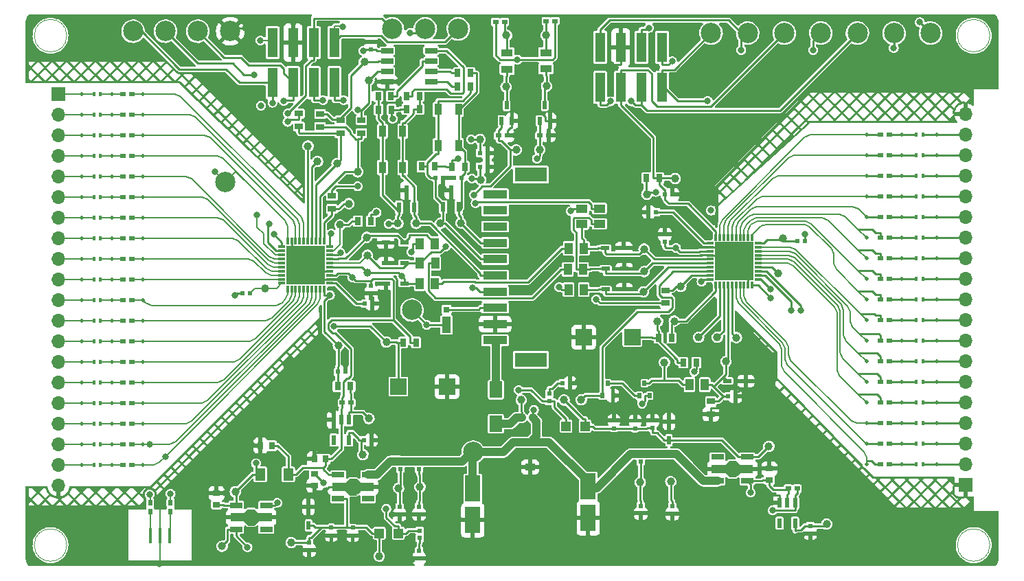
<source format=gbr>
%TF.GenerationSoftware,KiCad,Pcbnew,(6.0.6)*%
%TF.CreationDate,2023-08-16T17:32:26+09:00*%
%TF.ProjectId,TestBoard,54657374-426f-4617-9264-2e6b69636164,rev?*%
%TF.SameCoordinates,PX6c56600PY7f867c0*%
%TF.FileFunction,Copper,L1,Top*%
%TF.FilePolarity,Positive*%
%FSLAX46Y46*%
G04 Gerber Fmt 4.6, Leading zero omitted, Abs format (unit mm)*
G04 Created by KiCad (PCBNEW (6.0.6)) date 2023-08-16 17:32:26*
%MOMM*%
%LPD*%
G01*
G04 APERTURE LIST*
%TA.AperFunction,NonConductor*%
%ADD10C,0.010000*%
%TD*%
%TA.AperFunction,NonConductor*%
%ADD11C,0.020000*%
%TD*%
%TA.AperFunction,EtchedComponent*%
%ADD12C,0.010000*%
%TD*%
%TA.AperFunction,SMDPad,CuDef*%
%ADD13R,0.650000X0.700000*%
%TD*%
%TA.AperFunction,SMDPad,CuDef*%
%ADD14R,0.600000X0.620000*%
%TD*%
%TA.AperFunction,SMDPad,CuDef*%
%ADD15R,0.620000X0.600000*%
%TD*%
%TA.AperFunction,SMDPad,CuDef*%
%ADD16R,0.750000X0.940000*%
%TD*%
%TA.AperFunction,SMDPad,CuDef*%
%ADD17R,0.940000X0.750000*%
%TD*%
%TA.AperFunction,SMDPad,CuDef*%
%ADD18R,0.900000X1.450000*%
%TD*%
%TA.AperFunction,SMDPad,CuDef*%
%ADD19R,1.150000X1.150000*%
%TD*%
%TA.AperFunction,SMDPad,CuDef*%
%ADD20R,1.200000X0.850000*%
%TD*%
%TA.AperFunction,SMDPad,CuDef*%
%ADD21R,4.700000X4.700000*%
%TD*%
%TA.AperFunction,SMDPad,CuDef*%
%ADD22R,0.850000X0.300000*%
%TD*%
%TA.AperFunction,SMDPad,CuDef*%
%ADD23R,0.300000X0.850000*%
%TD*%
%TA.AperFunction,SMDPad,CuDef*%
%ADD24R,0.800000X1.000000*%
%TD*%
%TA.AperFunction,SMDPad,CuDef*%
%ADD25R,1.000000X0.800000*%
%TD*%
%TA.AperFunction,SMDPad,CuDef*%
%ADD26R,1.000000X1.400000*%
%TD*%
%TA.AperFunction,SMDPad,CuDef*%
%ADD27R,2.000000X2.000000*%
%TD*%
%TA.AperFunction,SMDPad,CuDef*%
%ADD28R,1.100000X0.500000*%
%TD*%
%TA.AperFunction,SMDPad,CuDef*%
%ADD29R,0.500000X1.100000*%
%TD*%
%TA.AperFunction,SMDPad,CuDef*%
%ADD30R,1.528000X0.650000*%
%TD*%
%TA.AperFunction,SMDPad,CuDef*%
%ADD31R,0.500000X1.000000*%
%TD*%
%TA.AperFunction,SMDPad,CuDef*%
%ADD32R,1.270000X3.680000*%
%TD*%
%TA.AperFunction,SMDPad,CuDef*%
%ADD33C,1.000000*%
%TD*%
%TA.AperFunction,SMDPad,CuDef*%
%ADD34C,0.500000*%
%TD*%
%TA.AperFunction,SMDPad,CuDef*%
%ADD35C,2.500000*%
%TD*%
%TA.AperFunction,SMDPad,CuDef*%
%ADD36R,1.500000X0.700000*%
%TD*%
%TA.AperFunction,SMDPad,CuDef*%
%ADD37R,5.200000X1.000000*%
%TD*%
%TA.AperFunction,ComponentPad*%
%ADD38R,1.700000X1.700000*%
%TD*%
%TA.AperFunction,ComponentPad*%
%ADD39O,1.700000X1.700000*%
%TD*%
%TA.AperFunction,SMDPad,CuDef*%
%ADD40R,3.000000X1.000000*%
%TD*%
%TA.AperFunction,SMDPad,CuDef*%
%ADD41R,4.000000X1.800000*%
%TD*%
%TA.AperFunction,SMDPad,CuDef*%
%ADD42R,1.850000X3.250000*%
%TD*%
%TA.AperFunction,SMDPad,CuDef*%
%ADD43R,0.400000X1.900000*%
%TD*%
%TA.AperFunction,SMDPad,CuDef*%
%ADD44R,1.550000X2.000000*%
%TD*%
%TA.AperFunction,SMDPad,CuDef*%
%ADD45R,0.500000X0.650000*%
%TD*%
%TA.AperFunction,SMDPad,CuDef*%
%ADD46R,1.250000X1.500000*%
%TD*%
%TA.AperFunction,SMDPad,CuDef*%
%ADD47R,0.500000X0.475000*%
%TD*%
%TA.AperFunction,SMDPad,CuDef*%
%ADD48R,1.450000X0.950000*%
%TD*%
%TA.AperFunction,SMDPad,CuDef*%
%ADD49R,0.800000X0.800000*%
%TD*%
%TA.AperFunction,SMDPad,CuDef*%
%ADD50R,1.100000X2.000000*%
%TD*%
%TA.AperFunction,SMDPad,CuDef*%
%ADD51R,0.400000X0.500000*%
%TD*%
%TA.AperFunction,SMDPad,CuDef*%
%ADD52R,0.700000X0.600000*%
%TD*%
%TA.AperFunction,SMDPad,CuDef*%
%ADD53R,0.600000X0.700000*%
%TD*%
%TA.AperFunction,SMDPad,CuDef*%
%ADD54R,1.400000X1.000000*%
%TD*%
%TA.AperFunction,SMDPad,CuDef*%
%ADD55R,0.600000X1.250000*%
%TD*%
%TA.AperFunction,SMDPad,CuDef*%
%ADD56R,0.600000X1.200000*%
%TD*%
%TA.AperFunction,ViaPad*%
%ADD57C,0.800000*%
%TD*%
%TA.AperFunction,Conductor*%
%ADD58C,0.250000*%
%TD*%
%TA.AperFunction,Conductor*%
%ADD59C,0.200000*%
%TD*%
%TA.AperFunction,Conductor*%
%ADD60C,1.000000*%
%TD*%
G04 APERTURE END LIST*
D10*
X5100000Y3100000D02*
G75*
G03*
X5100000Y3100000I-2000000J0D01*
G01*
X5100000Y65900000D02*
G75*
G03*
X5100000Y65900000I-2000000J0D01*
G01*
D11*
X118900000Y65900000D02*
G75*
G03*
X118900000Y65900000I-2000000J0D01*
G01*
X118900000Y3100000D02*
G75*
G03*
X118900000Y3100000I-2000000J0D01*
G01*
%TO.C,IC1*%
G36*
X41295000Y10760000D02*
G01*
X41295000Y10620000D01*
X39335000Y10620000D01*
X39985000Y11270000D01*
X40785000Y11270000D01*
X41295000Y10760000D01*
G37*
D12*
X41295000Y10760000D02*
X41295000Y10620000D01*
X39335000Y10620000D01*
X39985000Y11270000D01*
X40785000Y11270000D01*
X41295000Y10760000D01*
G36*
X40785000Y9280000D02*
G01*
X39985000Y9280000D01*
X39475000Y9790000D01*
X39475000Y9930000D01*
X41435000Y9930000D01*
X40785000Y9280000D01*
G37*
X40785000Y9280000D02*
X39985000Y9280000D01*
X39475000Y9790000D01*
X39475000Y9930000D01*
X41435000Y9930000D01*
X40785000Y9280000D01*
%TO.C,IC2*%
G36*
X87565000Y11500000D02*
G01*
X86765000Y11500000D01*
X86255000Y12010000D01*
X86255000Y12150000D01*
X88215000Y12150000D01*
X87565000Y11500000D01*
G37*
X87565000Y11500000D02*
X86765000Y11500000D01*
X86255000Y12010000D01*
X86255000Y12150000D01*
X88215000Y12150000D01*
X87565000Y11500000D01*
G36*
X88075000Y12980000D02*
G01*
X88075000Y12840000D01*
X86115000Y12840000D01*
X86765000Y13490000D01*
X87565000Y13490000D01*
X88075000Y12980000D01*
G37*
X88075000Y12980000D02*
X88075000Y12840000D01*
X86115000Y12840000D01*
X86765000Y13490000D01*
X87565000Y13490000D01*
X88075000Y12980000D01*
%TO.C,IC3*%
G36*
X28735000Y7000000D02*
G01*
X28735000Y6860000D01*
X26775000Y6860000D01*
X27425000Y7510000D01*
X28225000Y7510000D01*
X28735000Y7000000D01*
G37*
X28735000Y7000000D02*
X28735000Y6860000D01*
X26775000Y6860000D01*
X27425000Y7510000D01*
X28225000Y7510000D01*
X28735000Y7000000D01*
G36*
X28225000Y5520000D02*
G01*
X27425000Y5520000D01*
X26915000Y6030000D01*
X26915000Y6170000D01*
X28875000Y6170000D01*
X28225000Y5520000D01*
G37*
X28225000Y5520000D02*
X27425000Y5520000D01*
X26915000Y6030000D01*
X26915000Y6170000D01*
X28875000Y6170000D01*
X28225000Y5520000D01*
%TD*%
D13*
%TO.P,FB1,2*%
%TO.N,+BATT*%
X62530000Y18820000D03*
%TO.P,FB1,1*%
%TO.N,Net-(FB1-Pad1)*%
X61180000Y18820000D03*
%TD*%
D14*
%TO.P,C22,2*%
%TO.N,GND*%
X56950000Y51450000D03*
%TO.P,C22,1*%
%TO.N,Net-(C22-Pad1)*%
X56030000Y51450000D03*
%TD*%
D15*
%TO.P,C4,2*%
%TO.N,GND*%
X48550000Y1470000D03*
%TO.P,C4,1*%
%TO.N,Net-(C3-Pad2)*%
X48550000Y2390000D03*
%TD*%
%TO.P,C5,2*%
%TO.N,Net-(C5-Pad2)*%
X64580000Y21770000D03*
%TO.P,C5,1*%
%TO.N,Net-(C3-Pad1)*%
X64580000Y20850000D03*
%TD*%
D14*
%TO.P,C6,2*%
%TO.N,GND*%
X67170000Y23070000D03*
%TO.P,C6,1*%
%TO.N,Net-(C5-Pad2)*%
X66250000Y23070000D03*
%TD*%
D15*
%TO.P,C7,2*%
%TO.N,Net-(C7-Pad2)*%
X48500000Y12490000D03*
%TO.P,C7,1*%
%TO.N,+BATT*%
X48500000Y13410000D03*
%TD*%
%TO.P,C8,2*%
%TO.N,GND*%
X48520000Y6910000D03*
%TO.P,C8,1*%
%TO.N,Net-(C7-Pad2)*%
X48520000Y7830000D03*
%TD*%
%TO.P,C9,2*%
%TO.N,Net-(C10-Pad1)*%
X75840000Y13410000D03*
%TO.P,C9,1*%
%TO.N,+BATT*%
X75840000Y14330000D03*
%TD*%
%TO.P,C10,2*%
%TO.N,GND*%
X75860000Y7010000D03*
%TO.P,C10,1*%
%TO.N,Net-(C10-Pad1)*%
X75860000Y7930000D03*
%TD*%
%TO.P,C11,2*%
%TO.N,Net-(C11-Pad2)*%
X46210000Y12500000D03*
%TO.P,C11,1*%
%TO.N,+BATT*%
X46210000Y13420000D03*
%TD*%
%TO.P,C12,2*%
%TO.N,GND*%
X46130000Y6850000D03*
%TO.P,C12,1*%
%TO.N,Net-(C11-Pad2)*%
X46130000Y7770000D03*
%TD*%
%TO.P,C19,2*%
%TO.N,GND*%
X77340000Y18470000D03*
%TO.P,C19,1*%
%TO.N,Net-(C19-Pad1)*%
X77340000Y17550000D03*
%TD*%
%TO.P,C14,2*%
%TO.N,GND*%
X79750000Y6960000D03*
%TO.P,C14,1*%
%TO.N,Net-(C13-Pad2)*%
X79750000Y7880000D03*
%TD*%
D14*
%TO.P,C15,2*%
%TO.N,GND*%
X52870000Y48400000D03*
%TO.P,C15,1*%
%TO.N,Net-(C15-Pad1)*%
X53790000Y48400000D03*
%TD*%
%TO.P,C16,2*%
%TO.N,Net-(C16-Pad2)*%
X50590000Y48400000D03*
%TO.P,C16,1*%
%TO.N,GND*%
X51510000Y48400000D03*
%TD*%
%TO.P,C17,2*%
%TO.N,GND*%
X87540000Y21410000D03*
%TO.P,C17,1*%
%TO.N,Net-(C17-Pad1)*%
X86620000Y21410000D03*
%TD*%
%TO.P,C20,2*%
%TO.N,GND*%
X56950000Y49760000D03*
%TO.P,C20,1*%
%TO.N,Net-(C20-Pad1)*%
X56030000Y49760000D03*
%TD*%
D15*
%TO.P,C18,2*%
%TO.N,GND*%
X34990000Y2470000D03*
%TO.P,C18,1*%
%TO.N,Net-(C18-Pad1)*%
X34990000Y3390000D03*
%TD*%
%TO.P,C3,2*%
%TO.N,Net-(C3-Pad2)*%
X48610000Y3970000D03*
%TO.P,C3,1*%
%TO.N,Net-(C3-Pad1)*%
X48610000Y4890000D03*
%TD*%
D16*
%TO.P,C21,2*%
%TO.N,GND*%
X35620000Y13700000D03*
%TO.P,C21,1*%
%TO.N,+5VD*%
X37020000Y13700000D03*
%TD*%
%TO.P,C26,2*%
%TO.N,GND*%
X28995000Y15360000D03*
%TO.P,C26,1*%
%TO.N,+5VD*%
X30395000Y15360000D03*
%TD*%
D17*
%TO.P,C25,2*%
%TO.N,GND*%
X91715000Y12520000D03*
%TO.P,C25,1*%
%TO.N,+5P*%
X91715000Y11120000D03*
%TD*%
%TO.P,C24,2*%
%TO.N,GND*%
X23570000Y9490000D03*
%TO.P,C24,1*%
%TO.N,+5C*%
X23570000Y8090000D03*
%TD*%
%TO.P,C23,2*%
%TO.N,GND*%
X35645000Y10440000D03*
%TO.P,C23,1*%
%TO.N,+5P*%
X35645000Y11840000D03*
%TD*%
D18*
%TO.P,FL2,4,4*%
%TO.N,Net-(C16-Pad2)*%
X50885000Y52350000D03*
%TO.P,FL2,3,3*%
X50885000Y56800000D03*
%TO.P,FL2,2,2*%
%TO.N,Net-(C15-Pad1)*%
X53385000Y56800000D03*
%TO.P,FL2,1,1*%
X53385000Y52350000D03*
%TD*%
%TO.P,FL1,4,4*%
%TO.N,Net-(FL1-Pad3)*%
X44015000Y49660000D03*
%TO.P,FL1,3,3*%
X44015000Y54110000D03*
%TO.P,FL1,2,2*%
%TO.N,Net-(FL1-Pad1)*%
X46515000Y54110000D03*
%TO.P,FL1,1,1*%
X46515000Y49660000D03*
%TD*%
D19*
%TO.P,R2,2*%
%TO.N,Net-(C19-Pad1)*%
X69000000Y17760000D03*
%TO.P,R2,1*%
%TO.N,Net-(C3-Pad1)*%
X66650000Y17760000D03*
%TD*%
%TO.P,R1,2*%
%TO.N,Net-(C18-Pad1)*%
X43640000Y4550000D03*
%TO.P,R1,1*%
%TO.N,Net-(C3-Pad1)*%
X45990000Y4550000D03*
%TD*%
D20*
%TO.P,Z1,2*%
%TO.N,GND*%
X62225000Y12730000D03*
%TO.P,Z1,1*%
%TO.N,+BATT*%
X62225000Y15780000D03*
%TD*%
D21*
%TO.P,IC6,41,EP*%
%TO.N,GND*%
X34565000Y37625000D03*
D22*
%TO.P,IC6,40,P1.7/VREF*%
%TO.N,Net-(IC6-Pad40)*%
X37515000Y39875000D03*
%TO.P,IC6,39,P1.4*%
%TO.N,Net-(IC6-Pad39)*%
X37515000Y39375000D03*
%TO.P,IC6,38,P1.3*%
%TO.N,Net-(IC3-Pad4)*%
X37515000Y38875000D03*
%TO.P,IC6,37,P1.2*%
%TO.N,Net-(IC6-Pad37)*%
X37515000Y38375000D03*
%TO.P,IC6,36,P1.1*%
%TO.N,Net-(IC6-Pad36)*%
X37515000Y37875000D03*
%TO.P,IC6,35,P1.0*%
%TO.N,Net-(IC6-Pad35)*%
X37515000Y37375000D03*
%TO.P,IC6,34,VSSA*%
%TO.N,GND*%
X37515000Y36875000D03*
%TO.P,IC6,33,VDD*%
%TO.N,+5VD*%
X37515000Y36375000D03*
%TO.P,IC6,32,VSSD_2*%
%TO.N,GND*%
X37515000Y35875000D03*
%TO.P,IC6,31,VCCD*%
%TO.N,Net-(IC6-Pad31)*%
X37515000Y35375000D03*
D23*
%TO.P,IC6,30,XRES*%
%TO.N,Net-(IC6-Pad30)*%
X36815000Y34675000D03*
%TO.P,IC6,29,P0.7*%
%TO.N,Net-(IC6-Pad29)*%
X36315000Y34675000D03*
%TO.P,IC6,28,P0.6*%
%TO.N,Net-(IC6-Pad28)*%
X35815000Y34675000D03*
%TO.P,IC6,27,P0.5*%
%TO.N,Net-(IC6-Pad27)*%
X35315000Y34675000D03*
%TO.P,IC6,26,P0.4*%
%TO.N,Net-(IC6-Pad26)*%
X34815000Y34675000D03*
%TO.P,IC6,25,P0.3*%
%TO.N,Net-(IC6-Pad25)*%
X34315000Y34675000D03*
%TO.P,IC6,24,P0.2*%
%TO.N,Net-(IC6-Pad24)*%
X33815000Y34675000D03*
%TO.P,IC6,23,P0.1*%
%TO.N,Net-(IC6-Pad23)*%
X33315000Y34675000D03*
%TO.P,IC6,22,P0.0*%
%TO.N,Net-(IC6-Pad22)*%
X32815000Y34675000D03*
%TO.P,IC6,21,P4.3*%
%TO.N,Net-(IC6-Pad21)*%
X32315000Y34675000D03*
D22*
%TO.P,IC6,20,P4.2*%
%TO.N,Net-(IC6-Pad20)*%
X31615000Y35375000D03*
%TO.P,IC6,19,P4.1*%
%TO.N,Net-(IC6-Pad19)*%
X31615000Y35875000D03*
%TO.P,IC6,18,P4.0*%
%TO.N,Net-(IC6-Pad18)*%
X31615000Y36375000D03*
%TO.P,IC6,17,P3.7*%
%TO.N,Net-(IC6-Pad17)*%
X31615000Y36875000D03*
%TO.P,IC6,16,P3.6*%
%TO.N,Net-(IC6-Pad16)*%
X31615000Y37375000D03*
%TO.P,IC6,15,P3.5*%
%TO.N,Net-(IC6-Pad15)*%
X31615000Y37875000D03*
%TO.P,IC6,14,P3.4*%
%TO.N,Net-(IC6-Pad14)*%
X31615000Y38375000D03*
%TO.P,IC6,13,P3.3*%
%TO.N,Net-(IC6-Pad13)*%
X31615000Y38875000D03*
%TO.P,IC6,12,P3.2*%
%TO.N,Net-(IC6-Pad12)*%
X31615000Y39375000D03*
%TO.P,IC6,11,P3.1*%
%TO.N,Net-(IC6-Pad11)*%
X31615000Y39875000D03*
D23*
%TO.P,IC6,10,P3.0*%
%TO.N,Net-(IC6-Pad10)*%
X32315000Y40575000D03*
%TO.P,IC6,9,VSSD_1*%
%TO.N,GND*%
X32815000Y40575000D03*
%TO.P,IC6,8,P6.2*%
%TO.N,Net-(IC6-Pad8)*%
X33315000Y40575000D03*
%TO.P,IC6,7,P6.1*%
%TO.N,Net-(IC6-Pad7)*%
X33815000Y40575000D03*
%TO.P,IC6,6,P6.0*%
%TO.N,Net-(IC6-Pad6)*%
X34315000Y40575000D03*
%TO.P,IC6,5,P2.7*%
%TO.N,Net-(IC6-Pad5)*%
X34815000Y40575000D03*
%TO.P,IC6,4,P2.6*%
%TO.N,Net-(IC6-Pad4)*%
X35315000Y40575000D03*
%TO.P,IC6,3,P2.5*%
%TO.N,Net-(IC6-Pad3)*%
X35815000Y40575000D03*
%TO.P,IC6,2,P2.4*%
%TO.N,Net-(IC6-Pad2)*%
X36315000Y40575000D03*
%TO.P,IC6,1,P2.3*%
%TO.N,Net-(IC6-Pad1)*%
X36815000Y40575000D03*
%TD*%
%TO.P,IC5,1,P2.3*%
%TO.N,Net-(IC5-Pad1)*%
X85105000Y35135000D03*
%TO.P,IC5,2,P2.4*%
%TO.N,Net-(IC5-Pad2)*%
X85605000Y35135000D03*
%TO.P,IC5,3,P2.5*%
%TO.N,Net-(IC5-Pad3)*%
X86105000Y35135000D03*
%TO.P,IC5,4,P2.6*%
%TO.N,Net-(C17-Pad1)*%
X86605000Y35135000D03*
%TO.P,IC5,5,P2.7*%
%TO.N,Net-(IC5-Pad5)*%
X87105000Y35135000D03*
%TO.P,IC5,6,P6.0*%
%TO.N,Net-(IC5-Pad6)*%
X87605000Y35135000D03*
%TO.P,IC5,7,P6.1*%
%TO.N,Net-(IC5-Pad7)*%
X88105000Y35135000D03*
%TO.P,IC5,8,P6.2*%
%TO.N,Net-(IC5-Pad8)*%
X88605000Y35135000D03*
%TO.P,IC5,9,VSSD_1*%
%TO.N,GND*%
X89105000Y35135000D03*
%TO.P,IC5,10,P3.0*%
%TO.N,Net-(IC5-Pad10)*%
X89605000Y35135000D03*
D22*
%TO.P,IC5,11,P3.1*%
%TO.N,Net-(IC5-Pad11)*%
X90305000Y35835000D03*
%TO.P,IC5,12,P3.2*%
%TO.N,Net-(IC5-Pad12)*%
X90305000Y36335000D03*
%TO.P,IC5,13,P3.3*%
%TO.N,Net-(IC5-Pad13)*%
X90305000Y36835000D03*
%TO.P,IC5,14,P3.4*%
%TO.N,Net-(IC5-Pad14)*%
X90305000Y37335000D03*
%TO.P,IC5,15,P3.5*%
%TO.N,Net-(TP82-Pad1)*%
X90305000Y37835000D03*
%TO.P,IC5,16,P3.6*%
%TO.N,Net-(IC5-Pad16)*%
X90305000Y38335000D03*
%TO.P,IC5,17,P3.7*%
%TO.N,Net-(IC5-Pad17)*%
X90305000Y38835000D03*
%TO.P,IC5,18,P4.0*%
%TO.N,Net-(IC5-Pad18)*%
X90305000Y39335000D03*
%TO.P,IC5,19,P4.1*%
%TO.N,Net-(IC5-Pad19)*%
X90305000Y39835000D03*
%TO.P,IC5,20,P4.2*%
%TO.N,Net-(IC5-Pad20)*%
X90305000Y40335000D03*
D23*
%TO.P,IC5,21,P4.3*%
%TO.N,Net-(IC5-Pad21)*%
X89605000Y41035000D03*
%TO.P,IC5,22,P0.0*%
%TO.N,Net-(IC5-Pad22)*%
X89105000Y41035000D03*
%TO.P,IC5,23,P0.1*%
%TO.N,Net-(IC5-Pad23)*%
X88605000Y41035000D03*
%TO.P,IC5,24,P0.2*%
%TO.N,Net-(IC5-Pad24)*%
X88105000Y41035000D03*
%TO.P,IC5,25,P0.3*%
%TO.N,Net-(IC5-Pad25)*%
X87605000Y41035000D03*
%TO.P,IC5,26,P0.4*%
%TO.N,Net-(IC5-Pad26)*%
X87105000Y41035000D03*
%TO.P,IC5,27,P0.5*%
%TO.N,Net-(IC5-Pad27)*%
X86605000Y41035000D03*
%TO.P,IC5,28,P0.6*%
%TO.N,Net-(IC5-Pad28)*%
X86105000Y41035000D03*
%TO.P,IC5,29,P0.7*%
%TO.N,Net-(IC5-Pad29)*%
X85605000Y41035000D03*
%TO.P,IC5,30,XRES*%
%TO.N,Net-(IC5-Pad30)*%
X85105000Y41035000D03*
D22*
%TO.P,IC5,31,VCCD*%
%TO.N,Net-(IC5-Pad31)*%
X84405000Y40335000D03*
%TO.P,IC5,32,VSSD_2*%
%TO.N,GND*%
X84405000Y39835000D03*
%TO.P,IC5,33,VDD*%
%TO.N,+5P*%
X84405000Y39335000D03*
%TO.P,IC5,34,VSSA*%
%TO.N,GND*%
X84405000Y38835000D03*
%TO.P,IC5,35,P1.0*%
%TO.N,Net-(IC5-Pad35)*%
X84405000Y38335000D03*
%TO.P,IC5,36,P1.1*%
%TO.N,Net-(IC5-Pad36)*%
X84405000Y37835000D03*
%TO.P,IC5,37,P1.2*%
%TO.N,Net-(IC5-Pad37)*%
X84405000Y37335000D03*
%TO.P,IC5,38,P1.3*%
%TO.N,Net-(IC5-Pad38)*%
X84405000Y36835000D03*
%TO.P,IC5,39,P1.4*%
%TO.N,Net-(IC5-Pad39)*%
X84405000Y36335000D03*
%TO.P,IC5,40,P1.7/VREF*%
%TO.N,Net-(IC5-Pad40)*%
X84405000Y35835000D03*
D21*
%TO.P,IC5,41,EP*%
%TO.N,GND*%
X87355000Y38085000D03*
%TD*%
D24*
%TO.P,R11,2*%
%TO.N,Net-(C22-Pad1)*%
X46980000Y56860000D03*
%TO.P,R11,1*%
%TO.N,Net-(FL1-Pad1)*%
X48580000Y56860000D03*
%TD*%
%TO.P,R12,2*%
%TO.N,Net-(FL1-Pad3)*%
X43530000Y56780000D03*
%TO.P,R12,1*%
%TO.N,Net-(C22-Pad1)*%
X45130000Y56780000D03*
%TD*%
%TO.P,R13,2*%
%TO.N,Net-(IC4-Pad8)*%
X46970000Y58470000D03*
%TO.P,R13,1*%
%TO.N,Net-(FL1-Pad1)*%
X48570000Y58470000D03*
%TD*%
%TO.P,R14,2*%
%TO.N,Net-(IC4-Pad7)*%
X45080000Y58450000D03*
%TO.P,R14,1*%
%TO.N,Net-(FL1-Pad3)*%
X43480000Y58450000D03*
%TD*%
%TO.P,R16,2*%
%TO.N,Net-(IC4-Pad5)*%
X53290000Y59660000D03*
%TO.P,R16,1*%
%TO.N,Net-(C16-Pad2)*%
X54890000Y59660000D03*
%TD*%
D25*
%TO.P,R17,2*%
%TO.N,Net-(IC6-Pad3)*%
X38840000Y53860000D03*
%TO.P,R17,1*%
%TO.N,Net-(IC4-Pad2)*%
X38840000Y55460000D03*
%TD*%
%TO.P,R18,2*%
%TO.N,Net-(IC6-Pad2)*%
X41420000Y53890000D03*
%TO.P,R18,1*%
%TO.N,Net-(IC4-Pad3)*%
X41420000Y55490000D03*
%TD*%
D24*
%TO.P,R19,2*%
%TO.N,Net-(R19-Pad2)*%
X76550000Y48350000D03*
%TO.P,R19,1*%
%TO.N,Net-(IC5-Pad30)*%
X78150000Y48350000D03*
%TD*%
%TO.P,R20,2*%
%TO.N,+5P*%
X82700000Y25590000D03*
%TO.P,R20,1*%
%TO.N,Net-(R20-Pad1)*%
X81100000Y25590000D03*
%TD*%
%TO.P,R21,2*%
%TO.N,+5VD*%
X48140000Y28070000D03*
%TO.P,R21,1*%
%TO.N,Net-(R21-Pad1)*%
X46540000Y28070000D03*
%TD*%
D25*
%TO.P,R22,2*%
%TO.N,Net-(IC6-Pad2)*%
X36330000Y54650000D03*
%TO.P,R22,1*%
%TO.N,Net-(IC4-Pad2)*%
X36330000Y56250000D03*
%TD*%
%TO.P,R23,2*%
%TO.N,Net-(IC6-Pad3)*%
X33720000Y54690000D03*
%TO.P,R23,1*%
%TO.N,Net-(IC4-Pad3)*%
X33720000Y56290000D03*
%TD*%
D24*
%TO.P,R24,2*%
%TO.N,Net-(IC5-Pad1)*%
X79650000Y28660000D03*
%TO.P,R24,1*%
%TO.N,Net-(R20-Pad1)*%
X78050000Y28660000D03*
%TD*%
D25*
%TO.P,R25,2*%
%TO.N,Net-(IC6-Pad1)*%
X37790000Y44540000D03*
%TO.P,R25,1*%
%TO.N,Net-(R21-Pad1)*%
X37790000Y46140000D03*
%TD*%
D24*
%TO.P,R26,2*%
%TO.N,Net-(R26-Pad2)*%
X40090000Y22680000D03*
%TO.P,R26,1*%
%TO.N,Net-(IC6-Pad30)*%
X38490000Y22680000D03*
%TD*%
%TO.P,R28,2*%
%TO.N,Net-(Q2-Pad1)*%
X42590000Y43030000D03*
%TO.P,R28,1*%
%TO.N,Net-(IC6-Pad39)*%
X40990000Y43030000D03*
%TD*%
D25*
%TO.P,R27,2*%
%TO.N,Net-(Q1-Pad1)*%
X78940000Y32920000D03*
%TO.P,R27,1*%
%TO.N,Net-(IC5-Pad39)*%
X78940000Y34520000D03*
%TD*%
D24*
%TO.P,R15,2*%
%TO.N,Net-(IC4-Pad6)*%
X53290000Y61280000D03*
%TO.P,R15,1*%
%TO.N,Net-(C15-Pad1)*%
X54890000Y61280000D03*
%TD*%
D25*
%TO.P,R7,2*%
%TO.N,Net-(C17-Pad1)*%
X84490000Y20840000D03*
%TO.P,R7,1*%
%TO.N,GND*%
X84490000Y19240000D03*
%TD*%
D24*
%TO.P,R9,2*%
%TO.N,Net-(C20-Pad1)*%
X52550000Y49760000D03*
%TO.P,R9,1*%
%TO.N,Net-(C15-Pad1)*%
X54150000Y49760000D03*
%TD*%
%TO.P,R10,2*%
%TO.N,Net-(C16-Pad2)*%
X48840000Y49770000D03*
%TO.P,R10,1*%
%TO.N,Net-(C20-Pad1)*%
X50440000Y49770000D03*
%TD*%
D26*
%TO.P,R5,2*%
%TO.N,Net-(C17-Pad1)*%
X83760000Y22880000D03*
%TO.P,R5,1*%
%TO.N,Net-(R5-Pad1)*%
X81860000Y22880000D03*
%TD*%
D27*
%TO.P,S2,2*%
%TO.N,Net-(R21-Pad1)*%
X45975000Y22635000D03*
%TO.P,S2,1*%
%TO.N,GND*%
X51975000Y22635000D03*
%TD*%
%TO.P,S1,2*%
%TO.N,Net-(R20-Pad1)*%
X74815000Y28735000D03*
%TO.P,S1,1*%
%TO.N,GND*%
X68815000Y28735000D03*
%TD*%
D28*
%TO.P,Z10,2*%
%TO.N,GND*%
X44425000Y35350000D03*
%TO.P,Z10,1*%
%TO.N,Net-(IC6-Pad35)*%
X46725000Y35350000D03*
%TD*%
%TO.P,Z9,2*%
%TO.N,GND*%
X44445000Y37860000D03*
%TO.P,Z9,1*%
%TO.N,Net-(IC6-Pad36)*%
X46745000Y37860000D03*
%TD*%
%TO.P,Z8,2*%
%TO.N,GND*%
X73775000Y39730000D03*
%TO.P,Z8,1*%
%TO.N,Net-(IC5-Pad35)*%
X71475000Y39730000D03*
%TD*%
%TO.P,Z7,2*%
%TO.N,GND*%
X44435000Y40370000D03*
%TO.P,Z7,1*%
%TO.N,Net-(IC6-Pad37)*%
X46735000Y40370000D03*
%TD*%
%TO.P,Z6,2*%
%TO.N,GND*%
X73815000Y37150000D03*
%TO.P,Z6,1*%
%TO.N,Net-(IC5-Pad36)*%
X71515000Y37150000D03*
%TD*%
%TO.P,Z5,2*%
%TO.N,GND*%
X73825000Y34620000D03*
%TO.P,Z5,1*%
%TO.N,Net-(IC5-Pad37)*%
X71525000Y34620000D03*
%TD*%
D29*
%TO.P,Z4,2*%
%TO.N,GND*%
X79335000Y18330000D03*
%TO.P,Z4,1*%
%TO.N,Net-(C19-Pad1)*%
X79335000Y16030000D03*
%TD*%
%TO.P,Z3,2*%
%TO.N,GND*%
X34905000Y7820000D03*
%TO.P,Z3,1*%
%TO.N,Net-(C18-Pad1)*%
X34905000Y5520000D03*
%TD*%
D28*
%TO.P,Z2,2*%
%TO.N,GND*%
X88825000Y23330000D03*
%TO.P,Z2,1*%
%TO.N,Net-(C17-Pad1)*%
X86525000Y23330000D03*
%TD*%
D30*
%TO.P,IC4,8,A*%
%TO.N,Net-(IC4-Pad8)*%
X50026000Y64055000D03*
%TO.P,IC4,7,B*%
%TO.N,Net-(IC4-Pad7)*%
X50026000Y62785000D03*
%TO.P,IC4,6,Z*%
%TO.N,Net-(IC4-Pad6)*%
X50026000Y61515000D03*
%TO.P,IC4,5,Y*%
%TO.N,Net-(IC4-Pad5)*%
X50026000Y60245000D03*
%TO.P,IC4,4,GND*%
%TO.N,GND*%
X44604000Y60245000D03*
%TO.P,IC4,3,D*%
%TO.N,Net-(IC4-Pad3)*%
X44604000Y61515000D03*
%TO.P,IC4,2,R*%
%TO.N,Net-(IC4-Pad2)*%
X44604000Y62785000D03*
%TO.P,IC4,1,VCC*%
%TO.N,+5C*%
X44604000Y64055000D03*
%TD*%
D31*
%TO.P,Q1,3*%
%TO.N,Net-(Q1-Pad3)*%
X64025000Y57315000D03*
%TO.P,Q1,2*%
%TO.N,GND*%
X64675000Y55415000D03*
%TO.P,Q1,1*%
%TO.N,Net-(Q1-Pad1)*%
X63375000Y55415000D03*
%TD*%
%TO.P,Q2,3*%
%TO.N,Net-(Q2-Pad3)*%
X59335000Y57305000D03*
%TO.P,Q2,2*%
%TO.N,GND*%
X59985000Y55405000D03*
%TO.P,Q2,1*%
%TO.N,Net-(Q2-Pad1)*%
X58685000Y55405000D03*
%TD*%
D32*
%TO.P,J2,8,8*%
%TO.N,Net-(IC6-Pad11)*%
X30460000Y60100000D03*
%TO.P,J2,7,7*%
%TO.N,Net-(IC6-Pad10)*%
X30460000Y65050000D03*
%TO.P,J2,6,6*%
%TO.N,Net-(IC6-Pad30)*%
X33000000Y60100000D03*
%TO.P,J2,5,5*%
%TO.N,GND*%
X33000000Y65050000D03*
%TO.P,J2,4,4*%
%TO.N,+5VD*%
X35540000Y60100000D03*
%TO.P,J2,3,3*%
%TO.N,Net-(IC6-Pad40)*%
X35540000Y65050000D03*
%TO.P,J2,2,2*%
%TO.N,Net-(IC6-Pad12)*%
X38080000Y60100000D03*
%TO.P,J2,1,1*%
%TO.N,Net-(IC6-Pad13)*%
X38080000Y65050000D03*
%TD*%
%TO.P,J1,8,8*%
%TO.N,Net-(IC5-Pad11)*%
X70860000Y59530000D03*
%TO.P,J1,7,7*%
%TO.N,Net-(IC5-Pad10)*%
X70860000Y64480000D03*
%TO.P,J1,6,6*%
%TO.N,Net-(IC5-Pad30)*%
X73400000Y59530000D03*
%TO.P,J1,5,5*%
%TO.N,GND*%
X73400000Y64480000D03*
%TO.P,J1,4,4*%
%TO.N,+5P*%
X75940000Y59530000D03*
%TO.P,J1,3,3*%
%TO.N,Net-(IC5-Pad40)*%
X75940000Y64480000D03*
%TO.P,J1,2,2*%
%TO.N,Net-(IC5-Pad12)*%
X78480000Y59530000D03*
%TO.P,J1,1,1*%
%TO.N,Net-(IC5-Pad13)*%
X78480000Y64480000D03*
%TD*%
D33*
%TO.P,TP185,1,1*%
%TO.N,Net-(IC5-Pad14)*%
X92820000Y36570000D03*
%TD*%
D34*
%TO.P,TP70,1,1*%
%TO.N,Net-(IC5-Pad25)*%
X103690000Y43500000D03*
%TD*%
%TO.P,TP69,1,1*%
%TO.N,Net-(IC5-Pad23)*%
X103690000Y38420000D03*
%TD*%
%TO.P,TP143,1,1*%
%TO.N,Net-(J3-Pad12)*%
X112350000Y38420000D03*
%TD*%
%TO.P,TP144,1,1*%
%TO.N,Net-(J3-Pad14)*%
X112350000Y43500000D03*
%TD*%
D33*
%TO.P,TP61,1,1*%
%TO.N,Net-(IC5-Pad20)*%
X93370000Y40920000D03*
%TD*%
%TO.P,TP58,1,1*%
%TO.N,Net-(IC6-Pad5)*%
X34840000Y52290000D03*
%TD*%
%TO.P,TP180,1,1*%
%TO.N,Net-(Q2-Pad1)*%
X60500000Y51810000D03*
%TD*%
%TO.P,TP141,1,1*%
%TO.N,Net-(IC5-Pad39)*%
X80800000Y34990000D03*
%TD*%
%TO.P,TP142,1,1*%
%TO.N,Net-(IC6-Pad39)*%
X38790000Y42570000D03*
%TD*%
%TO.P,TP25,1,1*%
%TO.N,Net-(TP25-Pad1)*%
X98770000Y5680000D03*
%TD*%
%TO.P,TP22,1,1*%
%TO.N,Net-(C22-Pad1)*%
X56050000Y53110000D03*
%TD*%
%TO.P,TP15,1,1*%
%TO.N,Net-(C19-Pad1)*%
X66400000Y20990000D03*
%TD*%
%TO.P,TP14,1,1*%
%TO.N,Net-(C18-Pad1)*%
X43610000Y1740000D03*
%TD*%
%TO.P,TP13,1,1*%
%TO.N,Net-(C16-Pad2)*%
X51170000Y42770000D03*
%TD*%
%TO.P,TP12,1,1*%
%TO.N,Net-(C15-Pad1)*%
X53690000Y42810000D03*
%TD*%
%TO.P,TP52,1,1*%
%TO.N,Net-(IC6-Pad30)*%
X38580000Y27680000D03*
%TD*%
%TO.P,TP53,1,1*%
%TO.N,Net-(IC5-Pad2)*%
X83000000Y28720000D03*
%TD*%
%TO.P,TP7,1,1*%
%TO.N,Net-(R5-Pad1)*%
X78780000Y25630000D03*
%TD*%
%TO.P,TP5,1,1*%
%TO.N,Net-(C7-Pad2)*%
X48640000Y10260000D03*
%TD*%
%TO.P,TP23,1,1*%
%TO.N,+5C*%
X25880000Y9680000D03*
%TD*%
%TO.P,TP42,1,1*%
%TO.N,Net-(IC6-Pad1)*%
X39860000Y45190000D03*
%TD*%
%TO.P,TP41,1,1*%
%TO.N,Net-(IC5-Pad1)*%
X79990000Y30710000D03*
%TD*%
%TO.P,TP179,1,1*%
%TO.N,Net-(Q1-Pad1)*%
X63420000Y51860000D03*
%TD*%
D35*
%TO.P,TP56,1,1*%
%TO.N,Net-(IC5-Pad10)*%
X89041700Y66220000D03*
%TD*%
%TO.P,TP59,1,1*%
%TO.N,Net-(IC6-Pad10)*%
X24660000Y47890000D03*
%TD*%
%TO.P,TP21,1,1*%
%TO.N,+5P*%
X102576700Y66220000D03*
%TD*%
%TO.P,TP20,1,1*%
%TO.N,+5VD*%
X17266500Y66450000D03*
%TD*%
%TO.P,TP39,1,1*%
%TO.N,Net-(IC5-Pad12)*%
X84530000Y66220000D03*
%TD*%
%TO.P,TP45,1,1*%
%TO.N,Net-(IC6-Pad11)*%
X13274800Y66450000D03*
%TD*%
%TO.P,TP44,1,1*%
%TO.N,Net-(IC5-Pad11)*%
X98065000Y66220000D03*
%TD*%
%TO.P,TP40,1,1*%
%TO.N,Net-(IC6-Pad12)*%
X49305000Y66730000D03*
%TD*%
D36*
%TO.P,IC1,5,VOUT*%
%TO.N,+5VD*%
X38560000Y11770000D03*
%TO.P,IC1,4,ON/OFF*%
%TO.N,Net-(C18-Pad1)*%
X38560000Y8790000D03*
%TO.P,IC1,3,NC*%
%TO.N,unconnected-(IC1-Pad3)*%
X42240000Y8790000D03*
D37*
%TO.P,IC1,2,VSS*%
%TO.N,GND*%
X40385000Y10280000D03*
D36*
%TO.P,IC1,1,VIN*%
%TO.N,+BATT*%
X42240000Y11770000D03*
%TD*%
%TO.P,IC2,5,VOUT*%
%TO.N,+5P*%
X88990000Y11000000D03*
%TO.P,IC2,4,ON/OFF*%
%TO.N,Net-(C19-Pad1)*%
X88990000Y13980000D03*
%TO.P,IC2,3,NC*%
%TO.N,unconnected-(IC2-Pad3)*%
X85310000Y13980000D03*
D37*
%TO.P,IC2,2,VSS*%
%TO.N,GND*%
X87165000Y12490000D03*
D36*
%TO.P,IC2,1,VIN*%
%TO.N,+BATT*%
X85310000Y11000000D03*
%TD*%
%TO.P,IC3,5,VOUT*%
%TO.N,+5C*%
X26000000Y8010000D03*
%TO.P,IC3,4,ON/OFF*%
%TO.N,Net-(IC3-Pad4)*%
X26000000Y5030000D03*
%TO.P,IC3,3,NC*%
%TO.N,unconnected-(IC3-Pad3)*%
X29680000Y5030000D03*
D37*
%TO.P,IC3,2,VSS*%
%TO.N,GND*%
X27825000Y6520000D03*
D36*
%TO.P,IC3,1,VIN*%
%TO.N,+BATT*%
X29680000Y8010000D03*
%TD*%
D38*
%TO.P,J3,1,Pin_1*%
%TO.N,GND*%
X115900000Y10480000D03*
D39*
%TO.P,J3,2,Pin_2*%
%TO.N,Net-(J3-Pad2)*%
X115900000Y13020000D03*
%TO.P,J3,3,Pin_3*%
%TO.N,Net-(J3-Pad3)*%
X115900000Y15560000D03*
%TO.P,J3,4,Pin_4*%
%TO.N,Net-(J3-Pad4)*%
X115900000Y18100000D03*
%TO.P,J3,5,Pin_5*%
%TO.N,Net-(J3-Pad5)*%
X115900000Y20640000D03*
%TO.P,J3,6,Pin_6*%
%TO.N,Net-(J3-Pad6)*%
X115900000Y23180000D03*
%TO.P,J3,7,Pin_7*%
%TO.N,Net-(J3-Pad7)*%
X115900000Y25720000D03*
%TO.P,J3,8,Pin_8*%
%TO.N,Net-(J3-Pad8)*%
X115900000Y28260000D03*
%TO.P,J3,9,Pin_9*%
%TO.N,Net-(J3-Pad9)*%
X115900000Y30800000D03*
%TO.P,J3,10,Pin_10*%
%TO.N,Net-(J3-Pad10)*%
X115900000Y33340000D03*
%TO.P,J3,11,Pin_11*%
%TO.N,Net-(J3-Pad11)*%
X115900000Y35880000D03*
%TO.P,J3,12,Pin_12*%
%TO.N,Net-(J3-Pad12)*%
X115900000Y38420000D03*
%TO.P,J3,13,Pin_13*%
%TO.N,Net-(J3-Pad13)*%
X115900000Y40960000D03*
%TO.P,J3,14,Pin_14*%
%TO.N,Net-(J3-Pad14)*%
X115900000Y43500000D03*
%TO.P,J3,15,Pin_15*%
%TO.N,Net-(J3-Pad15)*%
X115900000Y46040000D03*
%TO.P,J3,16,Pin_16*%
%TO.N,Net-(J3-Pad16)*%
X115900000Y48580000D03*
%TO.P,J3,17,Pin_17*%
%TO.N,Net-(J3-Pad17)*%
X115900000Y51120000D03*
%TO.P,J3,18,Pin_18*%
%TO.N,Net-(J3-Pad18)*%
X115900000Y53660000D03*
%TO.P,J3,19,Pin_19*%
%TO.N,GND*%
X115900000Y56200000D03*
%TD*%
D38*
%TO.P,J4,1,Pin_1*%
%TO.N,Net-(J4-Pad1)*%
X4090000Y58723800D03*
D39*
%TO.P,J4,2,Pin_2*%
%TO.N,Net-(J4-Pad2)*%
X4090000Y56183800D03*
%TO.P,J4,3,Pin_3*%
%TO.N,Net-(J4-Pad3)*%
X4090000Y53643800D03*
%TO.P,J4,4,Pin_4*%
%TO.N,Net-(J4-Pad4)*%
X4090000Y51103800D03*
%TO.P,J4,5,Pin_5*%
%TO.N,Net-(J4-Pad5)*%
X4090000Y48563800D03*
%TO.P,J4,6,Pin_6*%
%TO.N,Net-(J4-Pad6)*%
X4090000Y46023800D03*
%TO.P,J4,7,Pin_7*%
%TO.N,Net-(J4-Pad7)*%
X4090000Y43483800D03*
%TO.P,J4,8,Pin_8*%
%TO.N,Net-(J4-Pad8)*%
X4090000Y40943800D03*
%TO.P,J4,9,Pin_9*%
%TO.N,Net-(J4-Pad9)*%
X4090000Y38403800D03*
%TO.P,J4,10,Pin_10*%
%TO.N,Net-(J4-Pad10)*%
X4090000Y35863800D03*
%TO.P,J4,11,Pin_11*%
%TO.N,Net-(J4-Pad11)*%
X4090000Y33323800D03*
%TO.P,J4,12,Pin_12*%
%TO.N,Net-(J4-Pad12)*%
X4090000Y30783800D03*
%TO.P,J4,13,Pin_13*%
%TO.N,Net-(J4-Pad13)*%
X4090000Y28243800D03*
%TO.P,J4,14,Pin_14*%
%TO.N,Net-(J4-Pad14)*%
X4090000Y25703800D03*
%TO.P,J4,15,Pin_15*%
%TO.N,Net-(J4-Pad15)*%
X4090000Y23163800D03*
%TO.P,J4,16,Pin_16*%
%TO.N,Net-(J4-Pad16)*%
X4090000Y20623800D03*
%TO.P,J4,17,Pin_17*%
%TO.N,Net-(J4-Pad17)*%
X4090000Y18083800D03*
%TO.P,J4,18,Pin_18*%
%TO.N,Net-(J4-Pad18)*%
X4090000Y15543800D03*
%TO.P,J4,19,Pin_19*%
%TO.N,Net-(J4-Pad19)*%
X4090000Y13003800D03*
%TO.P,J4,20,Pin_20*%
%TO.N,GND*%
X4090000Y10463800D03*
%TD*%
D40*
%TO.P,U1,1,1*%
%TO.N,unconnected-(U1-Pad1)*%
X57905000Y46355000D03*
%TO.P,U1,2,2*%
%TO.N,unconnected-(U1-Pad2)*%
X57905000Y44355000D03*
%TO.P,U1,3,3*%
%TO.N,unconnected-(U1-Pad3)*%
X57905000Y42355000D03*
%TO.P,U1,4,4*%
%TO.N,Net-(C15-Pad1)*%
X57905000Y40355000D03*
%TO.P,U1,5,5*%
%TO.N,Net-(C16-Pad2)*%
X57905000Y38355000D03*
%TO.P,U1,6,6*%
%TO.N,Net-(FL1-Pad1)*%
X57905000Y36355000D03*
%TO.P,U1,7,7*%
%TO.N,Net-(FL1-Pad3)*%
X57905000Y34355000D03*
%TO.P,U1,8,8*%
%TO.N,Net-(U1-Pad8)*%
X57905000Y32355000D03*
%TO.P,U1,9,9*%
%TO.N,GND*%
X57905000Y30355000D03*
%TO.P,U1,10,10*%
%TO.N,Net-(U1-Pad10)*%
X57905000Y28355000D03*
D41*
%TO.P,U1,MP1,MP1*%
%TO.N,unconnected-(U1-PadMP1)*%
X62305000Y25955000D03*
%TO.P,U1,MP2,MP2*%
%TO.N,unconnected-(U1-PadMP2)*%
X62305000Y48755000D03*
%TD*%
D42*
%TO.P,C2,1,+*%
%TO.N,+BATT*%
X69385000Y10330000D03*
%TO.P,C2,2,-*%
%TO.N,GND*%
X69385000Y6430000D03*
%TD*%
%TO.P,C1,1,+*%
%TO.N,+BATT*%
X55150000Y10075000D03*
%TO.P,C1,2,-*%
%TO.N,GND*%
X55150000Y6175000D03*
%TD*%
D14*
%TO.P,U14,1,1*%
%TO.N,Net-(IC5-Pad30)*%
X78850000Y46320000D03*
%TO.P,U14,2,2*%
%TO.N,GND*%
X79770000Y46320000D03*
%TD*%
%TO.P,U13,1,1*%
%TO.N,Net-(TP33-Pad1)*%
X41720000Y16050000D03*
%TO.P,U13,2,2*%
%TO.N,GND*%
X42640000Y16050000D03*
%TD*%
%TO.P,U23,1,1*%
%TO.N,Net-(IC6-Pad20)*%
X27690000Y34160000D03*
%TO.P,U23,2,2*%
%TO.N,GND*%
X26770000Y34160000D03*
%TD*%
D15*
%TO.P,U9,1,1*%
%TO.N,Net-(TP25-Pad1)*%
X96760000Y5470000D03*
%TO.P,U9,2,2*%
%TO.N,GND*%
X96760000Y4550000D03*
%TD*%
%TO.P,U12,2,2*%
%TO.N,GND*%
X42560000Y65110000D03*
%TO.P,U12,1,1*%
%TO.N,+5C*%
X42560000Y64190000D03*
%TD*%
D14*
%TO.P,U17,1,1*%
%TO.N,Net-(IC6-Pad30)*%
X38520000Y24460000D03*
%TO.P,U17,2,2*%
%TO.N,GND*%
X39440000Y24460000D03*
%TD*%
%TO.P,U22,1,1*%
%TO.N,Net-(IC5-Pad20)*%
X95140000Y40540000D03*
%TO.P,U22,2,2*%
%TO.N,GND*%
X96060000Y40540000D03*
%TD*%
%TO.P,U21,1,1*%
%TO.N,Net-(IC6-Pad31)*%
X41860000Y32860000D03*
%TO.P,U21,2,2*%
%TO.N,GND*%
X42780000Y32860000D03*
%TD*%
%TO.P,U20,1,1*%
%TO.N,Net-(IC5-Pad31)*%
X77750000Y44160000D03*
%TO.P,U20,2,2*%
%TO.N,GND*%
X76830000Y44160000D03*
%TD*%
D15*
%TO.P,U19,1,1*%
%TO.N,+5VD*%
X42610000Y35080000D03*
%TO.P,U19,2,2*%
%TO.N,GND*%
X42610000Y34160000D03*
%TD*%
%TO.P,U18,1,1*%
%TO.N,+5P*%
X78820000Y40500000D03*
%TO.P,U18,2,2*%
%TO.N,GND*%
X78820000Y41420000D03*
%TD*%
D43*
%TO.P,U70,3*%
%TO.N,Net-(U33-Pad2)*%
X15375000Y4245000D03*
%TO.P,U70,2*%
%TO.N,GND*%
X16575000Y4245000D03*
%TO.P,U70,1*%
%TO.N,Net-(U32-Pad2)*%
X17775000Y4245000D03*
%TD*%
D44*
%TO.P,U2,1,K*%
%TO.N,Net-(FB1-Pad1)*%
X58000000Y18060000D03*
%TO.P,U2,2,A*%
%TO.N,Net-(U1-Pad10)*%
X58000000Y22260000D03*
%TD*%
D45*
%TO.P,U5,1,E*%
%TO.N,+BATT*%
X76975000Y21510000D03*
%TO.P,U5,2,B*%
%TO.N,Net-(U5-Pad2)*%
X75675000Y21510000D03*
%TO.P,U5,3,C*%
%TO.N,Net-(R5-Pad1)*%
X76325000Y23060000D03*
%TD*%
%TO.P,U7,1,E*%
%TO.N,GND*%
X72435000Y21510000D03*
%TO.P,U7,2,B*%
%TO.N,Net-(IC5-Pad38)*%
X71135000Y21510000D03*
%TO.P,U7,3,C*%
%TO.N,Net-(U5-Pad2)*%
X71785000Y23060000D03*
%TD*%
D46*
%TO.P,U8,1,1*%
%TO.N,+5VD*%
X32410000Y11820000D03*
%TO.P,U8,2,2*%
%TO.N,+5C*%
X28960000Y11820000D03*
%TD*%
D47*
%TO.P,R8,1*%
%TO.N,GND*%
X75162500Y18452500D03*
%TO.P,R8,2*%
%TO.N,Net-(C19-Pad1)*%
X75162500Y17427500D03*
%TD*%
%TO.P,R6,1*%
%TO.N,GND*%
X37712500Y4277500D03*
%TO.P,R6,2*%
%TO.N,Net-(C18-Pad1)*%
X37712500Y5302500D03*
%TD*%
%TO.P,R3,1*%
%TO.N,GND*%
X40352500Y4257500D03*
%TO.P,R3,2*%
%TO.N,Net-(C18-Pad1)*%
X40352500Y5282500D03*
%TD*%
%TO.P,R4,1*%
%TO.N,GND*%
X72542500Y18482500D03*
%TO.P,R4,2*%
%TO.N,Net-(C19-Pad1)*%
X72542500Y17457500D03*
%TD*%
D48*
%TO.P,LED1,1*%
%TO.N,Net-(Q1-Pad3)*%
X64155000Y61815000D03*
%TO.P,LED1,2*%
%TO.N,Net-(TP181-Pad1)*%
X64155000Y63815000D03*
%TD*%
%TO.P,LED2,1*%
%TO.N,Net-(Q2-Pad3)*%
X59375000Y61765000D03*
%TO.P,LED2,2*%
%TO.N,Net-(U110-Pad1)*%
X59375000Y63765000D03*
%TD*%
D49*
%TO.P,U3,2*%
%TO.N,Net-(U1-Pad8)*%
X51915000Y32145000D03*
D50*
%TO.P,U3,1*%
%TO.N,Net-(C3-Pad1)*%
X51915000Y30245000D03*
%TD*%
D51*
%TO.P,U74,2*%
%TO.N,Net-(J3-Pad16)*%
X110645000Y48580000D03*
%TO.P,U74,1*%
%TO.N,Net-(TP109-Pad1)*%
X109845000Y48580000D03*
%TD*%
%TO.P,U72,2*%
%TO.N,Net-(J3-Pad18)*%
X110645000Y53660000D03*
%TO.P,U72,1*%
%TO.N,Net-(TP107-Pad1)*%
X109845000Y53660000D03*
%TD*%
%TO.P,U71,2*%
%TO.N,Net-(J3-Pad3)*%
X110645000Y15560000D03*
%TO.P,U71,1*%
%TO.N,Net-(TP120-Pad1)*%
X109845000Y15560000D03*
%TD*%
%TO.P,U73,2*%
%TO.N,Net-(J3-Pad17)*%
X110645000Y51120000D03*
%TO.P,U73,1*%
%TO.N,Net-(TP108-Pad1)*%
X109845000Y51120000D03*
%TD*%
%TO.P,U106,1*%
%TO.N,Net-(TP140-Pad1)*%
X9235000Y58723800D03*
%TO.P,U106,2*%
%TO.N,Net-(J4-Pad1)*%
X8435000Y58723800D03*
%TD*%
%TO.P,U105,1*%
%TO.N,Net-(TP139-Pad1)*%
X9235000Y56183800D03*
%TO.P,U105,2*%
%TO.N,Net-(J4-Pad2)*%
X8435000Y56183800D03*
%TD*%
%TO.P,U104,2*%
%TO.N,Net-(J4-Pad3)*%
X8435000Y53643800D03*
%TO.P,U104,1*%
%TO.N,Net-(TP138-Pad1)*%
X9235000Y53643800D03*
%TD*%
%TO.P,U103,2*%
%TO.N,Net-(J4-Pad4)*%
X8435000Y51103800D03*
%TO.P,U103,1*%
%TO.N,Net-(TP137-Pad1)*%
X9235000Y51103800D03*
%TD*%
%TO.P,U102,2*%
%TO.N,Net-(J4-Pad5)*%
X8435000Y48563800D03*
%TO.P,U102,1*%
%TO.N,Net-(TP136-Pad1)*%
X9235000Y48563800D03*
%TD*%
%TO.P,U101,2*%
%TO.N,Net-(J4-Pad6)*%
X8435000Y46023800D03*
%TO.P,U101,1*%
%TO.N,Net-(TP135-Pad1)*%
X9235000Y46023800D03*
%TD*%
%TO.P,U100,2*%
%TO.N,Net-(J4-Pad7)*%
X8435000Y43483800D03*
%TO.P,U100,1*%
%TO.N,Net-(TP133-Pad1)*%
X9235000Y43483800D03*
%TD*%
%TO.P,U99,2*%
%TO.N,Net-(J4-Pad8)*%
X8435000Y40943800D03*
%TO.P,U99,1*%
%TO.N,Net-(TP132-Pad1)*%
X9235000Y40943800D03*
%TD*%
%TO.P,U98,2*%
%TO.N,Net-(J4-Pad9)*%
X8435000Y38403800D03*
%TO.P,U98,1*%
%TO.N,Net-(TP131-Pad1)*%
X9235000Y38403800D03*
%TD*%
%TO.P,U97,2*%
%TO.N,Net-(J4-Pad10)*%
X8435000Y35863800D03*
%TO.P,U97,1*%
%TO.N,Net-(TP130-Pad1)*%
X9235000Y35863800D03*
%TD*%
%TO.P,U96,2*%
%TO.N,Net-(J4-Pad11)*%
X8435000Y33323800D03*
%TO.P,U96,1*%
%TO.N,Net-(TP129-Pad1)*%
X9235000Y33323800D03*
%TD*%
%TO.P,U95,1*%
%TO.N,Net-(TP122-Pad1)*%
X9235000Y30783800D03*
%TO.P,U95,2*%
%TO.N,Net-(J4-Pad12)*%
X8435000Y30783800D03*
%TD*%
%TO.P,U94,2*%
%TO.N,Net-(J4-Pad13)*%
X8435000Y28243800D03*
%TO.P,U94,1*%
%TO.N,Net-(TP128-Pad1)*%
X9235000Y28243800D03*
%TD*%
%TO.P,U93,2*%
%TO.N,Net-(J4-Pad14)*%
X8435000Y25703800D03*
%TO.P,U93,1*%
%TO.N,Net-(TP127-Pad1)*%
X9235000Y25703800D03*
%TD*%
%TO.P,U92,2*%
%TO.N,Net-(J4-Pad15)*%
X8435000Y23163800D03*
%TO.P,U92,1*%
%TO.N,Net-(TP126-Pad1)*%
X9235000Y23163800D03*
%TD*%
%TO.P,U91,2*%
%TO.N,Net-(J4-Pad16)*%
X8435000Y20623800D03*
%TO.P,U91,1*%
%TO.N,Net-(TP125-Pad1)*%
X9235000Y20623800D03*
%TD*%
%TO.P,U90,2*%
%TO.N,Net-(J4-Pad17)*%
X8435000Y18083800D03*
%TO.P,U90,1*%
%TO.N,Net-(TP134-Pad1)*%
X9235000Y18083800D03*
%TD*%
%TO.P,U89,2*%
%TO.N,Net-(J4-Pad18)*%
X8435000Y15543800D03*
%TO.P,U89,1*%
%TO.N,Net-(TP124-Pad1)*%
X9235000Y15543800D03*
%TD*%
%TO.P,U88,2*%
%TO.N,Net-(J4-Pad19)*%
X8435000Y13003800D03*
%TO.P,U88,1*%
%TO.N,Net-(TP123-Pad1)*%
X9235000Y13003800D03*
%TD*%
%TO.P,U87,2*%
%TO.N,Net-(J3-Pad2)*%
X110645000Y13020000D03*
%TO.P,U87,1*%
%TO.N,Net-(TP121-Pad1)*%
X109845000Y13020000D03*
%TD*%
%TO.P,U86,1*%
%TO.N,Net-(TP119-Pad1)*%
X109845000Y18100000D03*
%TO.P,U86,2*%
%TO.N,Net-(J3-Pad4)*%
X110645000Y18100000D03*
%TD*%
%TO.P,U85,1*%
%TO.N,Net-(TP118-Pad1)*%
X109845000Y20640000D03*
%TO.P,U85,2*%
%TO.N,Net-(J3-Pad5)*%
X110645000Y20640000D03*
%TD*%
%TO.P,U84,1*%
%TO.N,Net-(TP116-Pad1)*%
X109845000Y23180000D03*
%TO.P,U84,2*%
%TO.N,Net-(J3-Pad6)*%
X110645000Y23180000D03*
%TD*%
%TO.P,U83,1*%
%TO.N,Net-(TP115-Pad1)*%
X109845000Y25720000D03*
%TO.P,U83,2*%
%TO.N,Net-(J3-Pad7)*%
X110645000Y25720000D03*
%TD*%
%TO.P,U82,1*%
%TO.N,Net-(TP114-Pad1)*%
X109845000Y28260000D03*
%TO.P,U82,2*%
%TO.N,Net-(J3-Pad8)*%
X110645000Y28260000D03*
%TD*%
%TO.P,U81,1*%
%TO.N,Net-(TP113-Pad1)*%
X109845000Y30800000D03*
%TO.P,U81,2*%
%TO.N,Net-(J3-Pad9)*%
X110645000Y30800000D03*
%TD*%
%TO.P,U80,1*%
%TO.N,Net-(TP112-Pad1)*%
X109845000Y33340000D03*
%TO.P,U80,2*%
%TO.N,Net-(J3-Pad10)*%
X110645000Y33340000D03*
%TD*%
%TO.P,U79,2*%
%TO.N,Net-(J3-Pad11)*%
X110645000Y35880000D03*
%TO.P,U79,1*%
%TO.N,Net-(TP117-Pad1)*%
X109845000Y35880000D03*
%TD*%
%TO.P,U78,2*%
%TO.N,Net-(J3-Pad12)*%
X110645000Y38420000D03*
%TO.P,U78,1*%
%TO.N,Net-(TP105-Pad1)*%
X109845000Y38420000D03*
%TD*%
%TO.P,U77,2*%
%TO.N,Net-(J3-Pad13)*%
X110645000Y40960000D03*
%TO.P,U77,1*%
%TO.N,Net-(TP111-Pad1)*%
X109845000Y40960000D03*
%TD*%
%TO.P,U76,2*%
%TO.N,Net-(J3-Pad14)*%
X110645000Y43500000D03*
%TO.P,U76,1*%
%TO.N,Net-(TP106-Pad1)*%
X109845000Y43500000D03*
%TD*%
%TO.P,U75,2*%
%TO.N,Net-(J3-Pad15)*%
X110645000Y46040000D03*
%TO.P,U75,1*%
%TO.N,Net-(TP110-Pad1)*%
X109845000Y46040000D03*
%TD*%
D52*
%TO.P,U110,2,2*%
%TO.N,+BATT*%
X57960000Y67590000D03*
%TO.P,U110,1,1*%
%TO.N,Net-(U110-Pad1)*%
X59060000Y67590000D03*
%TD*%
%TO.P,U109,2,2*%
%TO.N,+BATT*%
X65290000Y67700000D03*
%TO.P,U109,1,1*%
%TO.N,Net-(TP181-Pad1)*%
X64190000Y67700000D03*
%TD*%
%TO.P,U108,1,1*%
%TO.N,GND*%
X59410000Y53580000D03*
%TO.P,U108,2,2*%
%TO.N,Net-(Q2-Pad1)*%
X58310000Y53580000D03*
%TD*%
%TO.P,U107,1,1*%
%TO.N,GND*%
X64510000Y53590000D03*
%TO.P,U107,2,2*%
%TO.N,Net-(Q1-Pad1)*%
X63410000Y53590000D03*
%TD*%
%TO.P,U69,1,1*%
%TO.N,Net-(IC6-Pad6)*%
X13110000Y58723800D03*
%TO.P,U69,2,2*%
%TO.N,Net-(TP140-Pad1)*%
X12010000Y58723800D03*
%TD*%
%TO.P,U68,1,1*%
%TO.N,Net-(IC6-Pad7)*%
X13110000Y56183800D03*
%TO.P,U68,2,2*%
%TO.N,Net-(TP139-Pad1)*%
X12010000Y56183800D03*
%TD*%
%TO.P,U67,2,2*%
%TO.N,Net-(TP138-Pad1)*%
X12010000Y53643800D03*
%TO.P,U67,1,1*%
%TO.N,Net-(IC6-Pad8)*%
X13110000Y53643800D03*
%TD*%
%TO.P,U66,2,2*%
%TO.N,Net-(TP137-Pad1)*%
X12010000Y51103800D03*
%TO.P,U66,1,1*%
%TO.N,Net-(IC6-Pad10)*%
X13110000Y51103800D03*
%TD*%
%TO.P,U65,2,2*%
%TO.N,Net-(TP136-Pad1)*%
X12010000Y48563800D03*
%TO.P,U65,1,1*%
%TO.N,Net-(IC6-Pad14)*%
X13110000Y48563800D03*
%TD*%
%TO.P,U64,2,2*%
%TO.N,Net-(TP135-Pad1)*%
X12010000Y46023800D03*
%TO.P,U64,1,1*%
%TO.N,Net-(IC6-Pad15)*%
X13110000Y46023800D03*
%TD*%
%TO.P,U63,2,2*%
%TO.N,Net-(TP133-Pad1)*%
X12010000Y43483800D03*
%TO.P,U63,1,1*%
%TO.N,Net-(IC6-Pad16)*%
X13110000Y43483800D03*
%TD*%
%TO.P,U62,2,2*%
%TO.N,Net-(TP132-Pad1)*%
X12010000Y40943800D03*
%TO.P,U62,1,1*%
%TO.N,Net-(IC6-Pad17)*%
X13110000Y40943800D03*
%TD*%
%TO.P,U61,2,2*%
%TO.N,Net-(TP131-Pad1)*%
X12010000Y38403800D03*
%TO.P,U61,1,1*%
%TO.N,Net-(IC6-Pad18)*%
X13110000Y38403800D03*
%TD*%
%TO.P,U60,2,2*%
%TO.N,Net-(TP130-Pad1)*%
X12010000Y35863800D03*
%TO.P,U60,1,1*%
%TO.N,Net-(IC6-Pad19)*%
X13110000Y35863800D03*
%TD*%
%TO.P,U59,2,2*%
%TO.N,Net-(TP129-Pad1)*%
X12010000Y33323800D03*
%TO.P,U59,1,1*%
%TO.N,Net-(IC6-Pad21)*%
X13110000Y33323800D03*
%TD*%
%TO.P,U58,1,1*%
%TO.N,Net-(IC6-Pad22)*%
X13110000Y30783800D03*
%TO.P,U58,2,2*%
%TO.N,Net-(TP122-Pad1)*%
X12010000Y30783800D03*
%TD*%
%TO.P,U57,2,2*%
%TO.N,Net-(TP128-Pad1)*%
X12010000Y28243800D03*
%TO.P,U57,1,1*%
%TO.N,Net-(IC6-Pad23)*%
X13110000Y28243800D03*
%TD*%
%TO.P,U56,2,2*%
%TO.N,Net-(TP127-Pad1)*%
X12010000Y25703800D03*
%TO.P,U56,1,1*%
%TO.N,Net-(IC6-Pad24)*%
X13110000Y25703800D03*
%TD*%
%TO.P,U55,2,2*%
%TO.N,Net-(TP126-Pad1)*%
X12010000Y23163800D03*
%TO.P,U55,1,1*%
%TO.N,Net-(IC6-Pad25)*%
X13110000Y23163800D03*
%TD*%
%TO.P,U54,2,2*%
%TO.N,Net-(TP125-Pad1)*%
X12010000Y20623800D03*
%TO.P,U54,1,1*%
%TO.N,Net-(IC6-Pad26)*%
X13110000Y20623800D03*
%TD*%
%TO.P,U53,2,2*%
%TO.N,Net-(TP134-Pad1)*%
X12010000Y18083800D03*
%TO.P,U53,1,1*%
%TO.N,Net-(IC6-Pad27)*%
X13110000Y18083800D03*
%TD*%
%TO.P,U52,1,1*%
%TO.N,Net-(IC6-Pad28)*%
X13110000Y15543800D03*
%TO.P,U52,2,2*%
%TO.N,Net-(TP124-Pad1)*%
X12010000Y15543800D03*
%TD*%
%TO.P,U51,2,2*%
%TO.N,Net-(TP123-Pad1)*%
X12010000Y13003800D03*
%TO.P,U51,1,1*%
%TO.N,Net-(IC6-Pad29)*%
X13110000Y13003800D03*
%TD*%
%TO.P,U50,2,2*%
%TO.N,Net-(TP121-Pad1)*%
X106540000Y13020000D03*
%TO.P,U50,1,1*%
%TO.N,Net-(IC5-Pad6)*%
X105440000Y13020000D03*
%TD*%
%TO.P,U49,2,2*%
%TO.N,Net-(TP119-Pad1)*%
X106540000Y18100000D03*
%TO.P,U49,1,1*%
%TO.N,Net-(IC5-Pad8)*%
X105440000Y18100000D03*
%TD*%
%TO.P,U48,2,2*%
%TO.N,Net-(TP118-Pad1)*%
X106540000Y20640000D03*
%TO.P,U48,1,1*%
%TO.N,Net-(TP82-Pad1)*%
X105440000Y20640000D03*
%TD*%
%TO.P,U47,2,2*%
%TO.N,Net-(TP116-Pad1)*%
X106540000Y23180000D03*
%TO.P,U47,1,1*%
%TO.N,Net-(IC5-Pad16)*%
X105440000Y23180000D03*
%TD*%
%TO.P,U46,2,2*%
%TO.N,Net-(TP115-Pad1)*%
X106540000Y25720000D03*
%TO.P,U46,1,1*%
%TO.N,Net-(IC5-Pad17)*%
X105440000Y25720000D03*
%TD*%
%TO.P,U45,2,2*%
%TO.N,Net-(TP114-Pad1)*%
X106540000Y28260000D03*
%TO.P,U45,1,1*%
%TO.N,Net-(IC5-Pad18)*%
X105440000Y28260000D03*
%TD*%
%TO.P,U44,1,1*%
%TO.N,Net-(IC5-Pad19)*%
X105440000Y30800000D03*
%TO.P,U44,2,2*%
%TO.N,Net-(TP113-Pad1)*%
X106540000Y30800000D03*
%TD*%
%TO.P,U43,1,1*%
%TO.N,Net-(IC5-Pad21)*%
X105440000Y33340000D03*
%TO.P,U43,2,2*%
%TO.N,Net-(TP112-Pad1)*%
X106540000Y33340000D03*
%TD*%
%TO.P,U42,1,1*%
%TO.N,Net-(IC5-Pad22)*%
X105440000Y35880000D03*
%TO.P,U42,2,2*%
%TO.N,Net-(TP117-Pad1)*%
X106540000Y35880000D03*
%TD*%
%TO.P,U41,1,1*%
%TO.N,Net-(IC5-Pad23)*%
X105440000Y38420000D03*
%TO.P,U41,2,2*%
%TO.N,Net-(TP105-Pad1)*%
X106540000Y38420000D03*
%TD*%
%TO.P,U40,1,1*%
%TO.N,Net-(IC5-Pad24)*%
X105440000Y40960000D03*
%TO.P,U40,2,2*%
%TO.N,Net-(TP111-Pad1)*%
X106540000Y40960000D03*
%TD*%
%TO.P,U39,1,1*%
%TO.N,Net-(IC5-Pad25)*%
X105440000Y43500000D03*
%TO.P,U39,2,2*%
%TO.N,Net-(TP106-Pad1)*%
X106540000Y43500000D03*
%TD*%
%TO.P,U38,1,1*%
%TO.N,Net-(IC5-Pad26)*%
X105440000Y46040000D03*
%TO.P,U38,2,2*%
%TO.N,Net-(TP110-Pad1)*%
X106540000Y46040000D03*
%TD*%
%TO.P,U37,1,1*%
%TO.N,Net-(IC5-Pad27)*%
X105440000Y48580000D03*
%TO.P,U37,2,2*%
%TO.N,Net-(TP109-Pad1)*%
X106540000Y48580000D03*
%TD*%
%TO.P,U36,2,2*%
%TO.N,Net-(TP108-Pad1)*%
X106540000Y51120000D03*
%TO.P,U36,1,1*%
%TO.N,Net-(IC5-Pad28)*%
X105440000Y51120000D03*
%TD*%
%TO.P,U35,2,2*%
%TO.N,Net-(TP120-Pad1)*%
X106540000Y15560000D03*
%TO.P,U35,1,1*%
%TO.N,Net-(IC5-Pad7)*%
X105440000Y15560000D03*
%TD*%
%TO.P,U34,2,2*%
%TO.N,Net-(TP107-Pad1)*%
X106540000Y53660000D03*
%TO.P,U34,1,1*%
%TO.N,Net-(IC5-Pad29)*%
X105440000Y53660000D03*
%TD*%
D53*
%TO.P,U33,1,1*%
%TO.N,Net-(IC6-Pad28)*%
X15370000Y8280000D03*
%TO.P,U33,2,2*%
%TO.N,Net-(U33-Pad2)*%
X15370000Y7180000D03*
%TD*%
%TO.P,U32,2,2*%
%TO.N,Net-(U32-Pad2)*%
X17900000Y7220000D03*
%TO.P,U32,1,1*%
%TO.N,Net-(IC6-Pad29)*%
X17900000Y8320000D03*
%TD*%
D52*
%TO.P,U16,1,1*%
%TO.N,Net-(R26-Pad2)*%
X40170000Y20650000D03*
%TO.P,U16,2,2*%
%TO.N,+5VD*%
X39070000Y20650000D03*
%TD*%
%TO.P,U11,1,1*%
%TO.N,Net-(R19-Pad2)*%
X95150000Y10070000D03*
%TO.P,U11,2,2*%
%TO.N,+5P*%
X94050000Y10070000D03*
%TD*%
D26*
%TO.P,U29,1,1*%
%TO.N,Net-(U28-Pad2)*%
X50520000Y37870000D03*
%TO.P,U29,2,2*%
%TO.N,Net-(IC6-Pad36)*%
X48620000Y37870000D03*
%TD*%
%TO.P,U28,1,1*%
%TO.N,Net-(IC5-Pad36)*%
X68760000Y37070000D03*
%TO.P,U28,2,2*%
%TO.N,Net-(U28-Pad2)*%
X66860000Y37070000D03*
%TD*%
%TO.P,U27,1,1*%
%TO.N,Net-(IC5-Pad37)*%
X68850000Y34580000D03*
%TO.P,U27,2,2*%
%TO.N,Net-(U26-Pad1)*%
X66950000Y34580000D03*
%TD*%
%TO.P,U26,1,1*%
%TO.N,Net-(U26-Pad1)*%
X48590000Y40280000D03*
%TO.P,U26,2,2*%
%TO.N,Net-(IC6-Pad37)*%
X50490000Y40280000D03*
%TD*%
D54*
%TO.P,U25,2,2*%
%TO.N,Net-(IC6-Pad35)*%
X70780000Y44590000D03*
%TO.P,U25,1,1*%
%TO.N,Net-(IC5-Pad36)*%
X70780000Y42690000D03*
%TD*%
%TO.P,U24,1,1*%
%TO.N,Net-(IC5-Pad35)*%
X68580000Y42670000D03*
%TO.P,U24,2,2*%
%TO.N,Net-(IC6-Pad36)*%
X68580000Y44570000D03*
%TD*%
D26*
%TO.P,U31,1,1*%
%TO.N,Net-(U30-Pad2)*%
X50500000Y35330000D03*
%TO.P,U31,2,2*%
%TO.N,Net-(IC6-Pad35)*%
X48600000Y35330000D03*
%TD*%
%TO.P,U30,1,1*%
%TO.N,Net-(IC5-Pad35)*%
X68860000Y39670000D03*
%TO.P,U30,2,2*%
%TO.N,Net-(U30-Pad2)*%
X66960000Y39670000D03*
%TD*%
D55*
%TO.P,U6,1*%
%TO.N,Net-(C16-Pad2)*%
X51510000Y44775000D03*
%TO.P,U6,2*%
%TO.N,Net-(C15-Pad1)*%
X53410000Y44775000D03*
%TO.P,U6,3*%
%TO.N,GND*%
X52460000Y46875000D03*
%TD*%
%TO.P,U4,1*%
%TO.N,Net-(FL1-Pad3)*%
X46055000Y44720000D03*
%TO.P,U4,2*%
%TO.N,Net-(FL1-Pad1)*%
X47955000Y44720000D03*
%TO.P,U4,3*%
%TO.N,GND*%
X47005000Y46820000D03*
%TD*%
D56*
%TO.P,U10,1,OUT*%
%TO.N,Net-(R19-Pad2)*%
X94880000Y8290000D03*
%TO.P,U10,2,VDD*%
%TO.N,+5P*%
X93930000Y8290000D03*
%TO.P,U10,3,VSS*%
%TO.N,GND*%
X92980000Y8290000D03*
%TO.P,U10,4,NC*%
%TO.N,unconnected-(U10-Pad4)*%
X92980000Y5790000D03*
%TO.P,U10,5,CD*%
%TO.N,Net-(TP25-Pad1)*%
X94880000Y5790000D03*
%TD*%
%TO.P,U15,1,OUT*%
%TO.N,Net-(R26-Pad2)*%
X39900000Y18540000D03*
%TO.P,U15,2,VDD*%
%TO.N,+5VD*%
X38950000Y18540000D03*
%TO.P,U15,3,VSS*%
%TO.N,GND*%
X38000000Y18540000D03*
%TO.P,U15,4,NC*%
%TO.N,unconnected-(U15-Pad4)*%
X38000000Y16040000D03*
%TO.P,U15,5,CD*%
%TO.N,Net-(TP33-Pad1)*%
X39900000Y16040000D03*
%TD*%
D34*
%TO.P,TP115,1,1*%
%TO.N,Net-(TP115-Pad1)*%
X108060000Y25720000D03*
%TD*%
%TO.P,TP114,1,1*%
%TO.N,Net-(TP114-Pad1)*%
X108060000Y28260000D03*
%TD*%
%TO.P,TP113,1,1*%
%TO.N,Net-(TP113-Pad1)*%
X108060000Y30800000D03*
%TD*%
%TO.P,TP112,1,1*%
%TO.N,Net-(TP112-Pad1)*%
X108060000Y33340000D03*
%TD*%
%TO.P,TP111,1,1*%
%TO.N,Net-(TP111-Pad1)*%
X108060000Y40960000D03*
%TD*%
%TO.P,TP110,1,1*%
%TO.N,Net-(TP110-Pad1)*%
X108060000Y46040000D03*
%TD*%
%TO.P,TP109,1,1*%
%TO.N,Net-(TP109-Pad1)*%
X108060000Y48580000D03*
%TD*%
%TO.P,TP108,1,1*%
%TO.N,Net-(TP108-Pad1)*%
X108060000Y51120000D03*
%TD*%
%TO.P,TP107,1,1*%
%TO.N,Net-(TP107-Pad1)*%
X108060000Y53660000D03*
%TD*%
%TO.P,TP106,1,1*%
%TO.N,Net-(TP106-Pad1)*%
X108060000Y43500000D03*
%TD*%
%TO.P,TP105,1,1*%
%TO.N,Net-(TP105-Pad1)*%
X108060000Y38420000D03*
%TD*%
%TO.P,TP104,1,1*%
%TO.N,Net-(IC6-Pad6)*%
X14480000Y58723800D03*
%TD*%
%TO.P,TP103,1,1*%
%TO.N,Net-(IC6-Pad7)*%
X14480000Y56183800D03*
%TD*%
%TO.P,TP102,1,1*%
%TO.N,Net-(IC6-Pad8)*%
X14480000Y53643800D03*
%TD*%
%TO.P,TP101,1,1*%
%TO.N,Net-(IC6-Pad10)*%
X14480000Y51103800D03*
%TD*%
%TO.P,TP100,1,1*%
%TO.N,Net-(IC6-Pad14)*%
X14480000Y48563800D03*
%TD*%
%TO.P,TP99,1,1*%
%TO.N,Net-(IC6-Pad15)*%
X14480000Y46023800D03*
%TD*%
%TO.P,TP98,1,1*%
%TO.N,Net-(IC6-Pad27)*%
X14480000Y18083800D03*
%TD*%
%TO.P,TP97,1,1*%
%TO.N,Net-(IC6-Pad16)*%
X14480000Y43483800D03*
%TD*%
%TO.P,TP96,1,1*%
%TO.N,Net-(IC6-Pad17)*%
X14480000Y40943800D03*
%TD*%
%TO.P,TP95,1,1*%
%TO.N,Net-(IC6-Pad18)*%
X14480000Y38403800D03*
%TD*%
%TO.P,TP94,1,1*%
%TO.N,Net-(IC6-Pad19)*%
X14480000Y35863800D03*
%TD*%
%TO.P,TP93,1,1*%
%TO.N,Net-(IC6-Pad21)*%
X14480000Y33323800D03*
%TD*%
%TO.P,TP92,1,1*%
%TO.N,Net-(IC6-Pad23)*%
X14480000Y28243800D03*
%TD*%
%TO.P,TP91,1,1*%
%TO.N,Net-(IC6-Pad24)*%
X14480000Y25703800D03*
%TD*%
%TO.P,TP90,1,1*%
%TO.N,Net-(IC6-Pad25)*%
X14480000Y23163800D03*
%TD*%
%TO.P,TP89,1,1*%
%TO.N,Net-(IC6-Pad26)*%
X14480000Y20623800D03*
%TD*%
%TO.P,TP88,1,1*%
%TO.N,Net-(IC6-Pad28)*%
X14480000Y15543800D03*
%TD*%
%TO.P,TP87,1,1*%
%TO.N,Net-(IC6-Pad29)*%
X14480000Y13003800D03*
%TD*%
%TO.P,TP86,1,1*%
%TO.N,Net-(IC6-Pad22)*%
X14480000Y30783800D03*
%TD*%
%TO.P,TP85,1,1*%
%TO.N,Net-(IC5-Pad6)*%
X103690000Y13020000D03*
%TD*%
%TO.P,TP84,1,1*%
%TO.N,Net-(IC5-Pad7)*%
X103690000Y15560000D03*
%TD*%
%TO.P,TP83,1,1*%
%TO.N,Net-(IC5-Pad8)*%
X103690000Y18100000D03*
%TD*%
%TO.P,TP82,1,1*%
%TO.N,Net-(TP82-Pad1)*%
X103690000Y20640000D03*
%TD*%
%TO.P,TP81,1,1*%
%TO.N,Net-(IC5-Pad22)*%
X103690000Y35880000D03*
%TD*%
%TO.P,TP80,1,1*%
%TO.N,Net-(IC5-Pad16)*%
X103690000Y23180000D03*
%TD*%
%TO.P,TP79,1,1*%
%TO.N,Net-(IC5-Pad17)*%
X103690000Y25720000D03*
%TD*%
%TO.P,TP78,1,1*%
%TO.N,Net-(IC5-Pad18)*%
X103690000Y28260000D03*
%TD*%
%TO.P,TP77,1,1*%
%TO.N,Net-(IC5-Pad19)*%
X103690000Y30800000D03*
%TD*%
%TO.P,TP76,1,1*%
%TO.N,Net-(IC5-Pad21)*%
X103690000Y33340000D03*
%TD*%
%TO.P,TP75,1,1*%
%TO.N,Net-(IC5-Pad24)*%
X103690000Y40960000D03*
%TD*%
%TO.P,TP74,1,1*%
%TO.N,Net-(IC5-Pad26)*%
X103690000Y46040000D03*
%TD*%
%TO.P,TP73,1,1*%
%TO.N,Net-(IC5-Pad27)*%
X103690000Y48580000D03*
%TD*%
%TO.P,TP72,1,1*%
%TO.N,Net-(IC5-Pad28)*%
X103690000Y51120000D03*
%TD*%
%TO.P,TP71,1,1*%
%TO.N,Net-(IC5-Pad29)*%
X103690000Y53660000D03*
%TD*%
%TO.P,TP161,1,1*%
%TO.N,Net-(J4-Pad19)*%
X6920000Y13003800D03*
%TD*%
%TO.P,TP163,1,1*%
%TO.N,Net-(J4-Pad16)*%
X6920000Y20623800D03*
%TD*%
%TO.P,TP164,1,1*%
%TO.N,Net-(J4-Pad15)*%
X6920000Y23163800D03*
%TD*%
%TO.P,TP165,1,1*%
%TO.N,Net-(J4-Pad14)*%
X6920000Y25703800D03*
%TD*%
%TO.P,TP166,1,1*%
%TO.N,Net-(J4-Pad13)*%
X6920000Y28243800D03*
%TD*%
%TO.P,TP167,1,1*%
%TO.N,Net-(J4-Pad11)*%
X6920000Y33323800D03*
%TD*%
%TO.P,TP168,1,1*%
%TO.N,Net-(J4-Pad10)*%
X6920000Y35863800D03*
%TD*%
%TO.P,TP169,1,1*%
%TO.N,Net-(J4-Pad9)*%
X6920000Y38403800D03*
%TD*%
%TO.P,TP170,1,1*%
%TO.N,Net-(J4-Pad8)*%
X6920000Y40943800D03*
%TD*%
%TO.P,TP171,1,1*%
%TO.N,Net-(J4-Pad7)*%
X6920000Y43483800D03*
%TD*%
%TO.P,TP172,1,1*%
%TO.N,Net-(J4-Pad17)*%
X6920000Y18083800D03*
%TD*%
%TO.P,TP173,1,1*%
%TO.N,Net-(J4-Pad6)*%
X6920000Y46023800D03*
%TD*%
%TO.P,TP174,1,1*%
%TO.N,Net-(J4-Pad5)*%
X6920000Y48563800D03*
%TD*%
%TO.P,TP175,1,1*%
%TO.N,Net-(J4-Pad4)*%
X6920000Y51103800D03*
%TD*%
%TO.P,TP176,1,1*%
%TO.N,Net-(J4-Pad3)*%
X6920000Y53643800D03*
%TD*%
%TO.P,TP177,1,1*%
%TO.N,Net-(J4-Pad2)*%
X6920000Y56183800D03*
%TD*%
%TO.P,TP178,1,1*%
%TO.N,Net-(J4-Pad1)*%
X6920000Y58723800D03*
%TD*%
%TO.P,TP162,1,1*%
%TO.N,Net-(J4-Pad18)*%
X6920000Y15543800D03*
%TD*%
%TO.P,TP117,1,1*%
%TO.N,Net-(TP117-Pad1)*%
X108060000Y35880000D03*
%TD*%
%TO.P,TP118,1,1*%
%TO.N,Net-(TP118-Pad1)*%
X108060000Y20640000D03*
%TD*%
%TO.P,TP119,1,1*%
%TO.N,Net-(TP119-Pad1)*%
X108060000Y18100000D03*
%TD*%
%TO.P,TP120,1,1*%
%TO.N,Net-(TP120-Pad1)*%
X108060000Y15560000D03*
%TD*%
%TO.P,TP121,1,1*%
%TO.N,Net-(TP121-Pad1)*%
X108060000Y13020000D03*
%TD*%
%TO.P,TP122,1,1*%
%TO.N,Net-(TP122-Pad1)*%
X10700000Y30783800D03*
%TD*%
%TO.P,TP123,1,1*%
%TO.N,Net-(TP123-Pad1)*%
X10700000Y13003800D03*
%TD*%
%TO.P,TP124,1,1*%
%TO.N,Net-(TP124-Pad1)*%
X10700000Y15543800D03*
%TD*%
%TO.P,TP125,1,1*%
%TO.N,Net-(TP125-Pad1)*%
X10700000Y20623800D03*
%TD*%
%TO.P,TP126,1,1*%
%TO.N,Net-(TP126-Pad1)*%
X10700000Y23163800D03*
%TD*%
%TO.P,TP127,1,1*%
%TO.N,Net-(TP127-Pad1)*%
X10700000Y25703800D03*
%TD*%
%TO.P,TP128,1,1*%
%TO.N,Net-(TP128-Pad1)*%
X10700000Y28243800D03*
%TD*%
%TO.P,TP129,1,1*%
%TO.N,Net-(TP129-Pad1)*%
X10700000Y33323800D03*
%TD*%
%TO.P,TP130,1,1*%
%TO.N,Net-(TP130-Pad1)*%
X10700000Y35863800D03*
%TD*%
%TO.P,TP131,1,1*%
%TO.N,Net-(TP131-Pad1)*%
X10700000Y38403800D03*
%TD*%
%TO.P,TP132,1,1*%
%TO.N,Net-(TP132-Pad1)*%
X10700000Y40943800D03*
%TD*%
%TO.P,TP133,1,1*%
%TO.N,Net-(TP133-Pad1)*%
X10700000Y43483800D03*
%TD*%
%TO.P,TP134,1,1*%
%TO.N,Net-(TP134-Pad1)*%
X10700000Y18083800D03*
%TD*%
%TO.P,TP135,1,1*%
%TO.N,Net-(TP135-Pad1)*%
X10700000Y46023800D03*
%TD*%
%TO.P,TP136,1,1*%
%TO.N,Net-(TP136-Pad1)*%
X10700000Y48563800D03*
%TD*%
%TO.P,TP137,1,1*%
%TO.N,Net-(TP137-Pad1)*%
X10700000Y51103800D03*
%TD*%
%TO.P,TP138,1,1*%
%TO.N,Net-(TP138-Pad1)*%
X10700000Y53643800D03*
%TD*%
%TO.P,TP139,1,1*%
%TO.N,Net-(TP139-Pad1)*%
X10700000Y56183800D03*
%TD*%
%TO.P,TP140,1,1*%
%TO.N,Net-(TP140-Pad1)*%
X10700000Y58723800D03*
%TD*%
%TO.P,TP145,1,1*%
%TO.N,Net-(J3-Pad18)*%
X112350000Y53660000D03*
%TD*%
%TO.P,TP116,1,1*%
%TO.N,Net-(TP116-Pad1)*%
X108060000Y23180000D03*
%TD*%
%TO.P,TP146,1,1*%
%TO.N,Net-(J3-Pad17)*%
X112350000Y51120000D03*
%TD*%
%TO.P,TP147,1,1*%
%TO.N,Net-(J3-Pad16)*%
X112350000Y48580000D03*
%TD*%
%TO.P,TP148,1,1*%
%TO.N,Net-(J3-Pad15)*%
X112350000Y46040000D03*
%TD*%
%TO.P,TP149,1,1*%
%TO.N,Net-(J3-Pad13)*%
X112350000Y40960000D03*
%TD*%
%TO.P,TP150,1,1*%
%TO.N,Net-(J3-Pad10)*%
X112350000Y33340000D03*
%TD*%
%TO.P,TP151,1,1*%
%TO.N,Net-(J3-Pad9)*%
X112350000Y30800000D03*
%TD*%
%TO.P,TP152,1,1*%
%TO.N,Net-(J3-Pad8)*%
X112350000Y28260000D03*
%TD*%
%TO.P,TP153,1,1*%
%TO.N,Net-(J3-Pad7)*%
X112350000Y25720000D03*
%TD*%
%TO.P,TP154,1,1*%
%TO.N,Net-(J3-Pad6)*%
X112350000Y23180000D03*
%TD*%
%TO.P,TP155,1,1*%
%TO.N,Net-(J3-Pad11)*%
X112350000Y35880000D03*
%TD*%
%TO.P,TP156,1,1*%
%TO.N,Net-(J3-Pad5)*%
X112350000Y20640000D03*
%TD*%
%TO.P,TP157,1,1*%
%TO.N,Net-(J3-Pad4)*%
X112350000Y18100000D03*
%TD*%
%TO.P,TP158,1,1*%
%TO.N,Net-(J3-Pad3)*%
X112350000Y15560000D03*
%TD*%
%TO.P,TP159,1,1*%
%TO.N,Net-(J3-Pad2)*%
X112350000Y13020000D03*
%TD*%
%TO.P,TP160,1,1*%
%TO.N,Net-(J4-Pad12)*%
X6920000Y30783800D03*
%TD*%
D33*
%TO.P,TP68,1,1*%
%TO.N,Net-(IC6-Pad35)*%
X42200000Y36690000D03*
%TD*%
%TO.P,TP67,1,1*%
%TO.N,Net-(IC5-Pad35)*%
X76270000Y39590000D03*
%TD*%
%TO.P,TP66,1,1*%
%TO.N,Net-(IC6-Pad36)*%
X42150000Y38830000D03*
%TD*%
%TO.P,TP65,1,1*%
%TO.N,Net-(IC5-Pad36)*%
X76300000Y36820000D03*
%TD*%
%TO.P,TP64,1,1*%
%TO.N,Net-(IC6-Pad37)*%
X42070000Y41040000D03*
%TD*%
%TO.P,TP63,1,1*%
%TO.N,Net-(IC5-Pad37)*%
X76180000Y34300000D03*
%TD*%
%TO.P,TP62,1,1*%
%TO.N,Net-(IC6-Pad20)*%
X29580000Y34770000D03*
%TD*%
%TO.P,TP10,1,1*%
%TO.N,Net-(FL1-Pad1)*%
X48160000Y42760000D03*
%TD*%
%TO.P,TP60,1,1*%
%TO.N,Net-(IC5-Pad38)*%
X68530000Y21010000D03*
%TD*%
%TO.P,TP32,1,1*%
%TO.N,Net-(IC4-Pad2)*%
X41790000Y62670000D03*
%TD*%
%TO.P,TP57,1,1*%
%TO.N,Net-(IC6-Pad4)*%
X36010000Y50400000D03*
%TD*%
%TO.P,TP55,1,1*%
%TO.N,Net-(IC5-Pad5)*%
X87650000Y28680000D03*
%TD*%
%TO.P,TP54,1,1*%
%TO.N,Net-(IC5-Pad3)*%
X85300000Y28710000D03*
%TD*%
%TO.P,TP31,1,1*%
%TO.N,Net-(R19-Pad2)*%
X76610000Y46350000D03*
%TD*%
%TO.P,TP30,1,1*%
%TO.N,Net-(IC4-Pad3)*%
X42360000Y60430000D03*
%TD*%
%TO.P,TP24,1,1*%
%TO.N,Net-(IC3-Pad4)*%
X24250000Y2950000D03*
%TD*%
%TO.P,TP181,1,1*%
%TO.N,Net-(TP181-Pad1)*%
X64180000Y65940000D03*
%TD*%
%TO.P,TP18,1,1*%
%TO.N,Net-(C18-Pad1)*%
X32760000Y3420000D03*
%TD*%
%TO.P,TP17,1,1*%
%TO.N,Net-(C20-Pad1)*%
X56150000Y48150000D03*
%TD*%
%TO.P,TP182,1,1*%
%TO.N,Net-(Q1-Pad3)*%
X64250000Y59680000D03*
%TD*%
%TO.P,TP184,1,1*%
%TO.N,Net-(Q2-Pad3)*%
X59250000Y59590000D03*
%TD*%
%TO.P,TP19,1,1*%
%TO.N,Net-(C19-Pad1)*%
X91650000Y15260000D03*
%TD*%
%TO.P,TP11,1,1*%
%TO.N,Net-(FL1-Pad3)*%
X45910000Y42750000D03*
%TD*%
%TO.P,TP183,1,1*%
%TO.N,Net-(U110-Pad1)*%
X59310000Y65950000D03*
%TD*%
%TO.P,TP9,1,1*%
%TO.N,Net-(C13-Pad2)*%
X79570000Y10910000D03*
%TD*%
%TO.P,TP8,1,1*%
%TO.N,Net-(C11-Pad2)*%
X46010000Y10120000D03*
%TD*%
%TO.P,TP6,1,1*%
%TO.N,Net-(C10-Pad1)*%
X75800000Y10840000D03*
%TD*%
%TO.P,TP2,1,1*%
%TO.N,Net-(FB1-Pad1)*%
X61130000Y20980000D03*
%TD*%
%TO.P,TP16,1,1*%
%TO.N,Net-(C17-Pad1)*%
X86370000Y25730000D03*
%TD*%
%TO.P,TP43,1,1*%
%TO.N,Net-(R26-Pad2)*%
X42350000Y18700000D03*
%TD*%
%TO.P,TP38,1,1*%
%TO.N,Net-(R21-Pad1)*%
X44500000Y28130000D03*
%TD*%
%TO.P,TP37,1,1*%
%TO.N,Net-(R20-Pad1)*%
X77930000Y30670000D03*
%TD*%
%TO.P,TP36,1,1*%
%TO.N,Net-(IC6-Pad2)*%
X40970000Y49110000D03*
%TD*%
%TO.P,TP35,1,1*%
%TO.N,Net-(IC6-Pad3)*%
X38420000Y50120000D03*
%TD*%
%TO.P,TP34,1,1*%
%TO.N,Net-(IC5-Pad30)*%
X80100000Y48290000D03*
%TD*%
%TO.P,TP33,1,1*%
%TO.N,Net-(TP33-Pad1)*%
X41610000Y14260000D03*
%TD*%
D35*
%TO.P,TP46,1,1*%
%TO.N,Net-(IC5-Pad13)*%
X107088300Y66220000D03*
%TD*%
%TO.P,TP1,1,1*%
%TO.N,GND*%
X25250000Y66450000D03*
%TD*%
%TO.P,TP4,1,1*%
%TO.N,Net-(C3-Pad1)*%
X47650000Y32080000D03*
%TD*%
%TO.P,TP47,1,1*%
%TO.N,Net-(IC6-Pad13)*%
X53370000Y66730000D03*
%TD*%
%TO.P,TP48,1,1*%
%TO.N,Net-(IC5-Pad30)*%
X93553300Y66220000D03*
%TD*%
%TO.P,TP49,1,1*%
%TO.N,Net-(IC6-Pad30)*%
X21258300Y66450000D03*
%TD*%
%TO.P,TP50,1,1*%
%TO.N,Net-(IC5-Pad40)*%
X111600000Y66220000D03*
%TD*%
%TO.P,TP51,1,1*%
%TO.N,Net-(IC6-Pad40)*%
X45240000Y66730000D03*
%TD*%
%TO.P,TP3,1,1*%
%TO.N,+BATT*%
X55190000Y14550000D03*
%TD*%
D57*
%TO.N,GND*%
X75220000Y38120000D03*
X69960000Y38380000D03*
X45220000Y39080000D03*
X16530000Y780000D03*
X16590000Y8010000D03*
X68089700Y23250900D03*
%TO.N,Net-(IC6-Pad13)*%
X28560000Y43760000D03*
X39080000Y67020000D03*
%TO.N,GND*%
X51820000Y62760000D03*
X22150000Y63810000D03*
X19530000Y62790000D03*
X35000000Y56430000D03*
X44590000Y29950000D03*
X63270000Y35580000D03*
X60490000Y34590000D03*
X81170000Y31860000D03*
X82510000Y32920000D03*
X81350000Y33330000D03*
X82710000Y34340000D03*
X62500000Y67810000D03*
X56270000Y67910000D03*
X47240000Y68000000D03*
X51270000Y68040000D03*
X42410000Y56430000D03*
X32350000Y50510000D03*
X33740000Y49160000D03*
X33560000Y51030000D03*
X32498436Y52000252D03*
X32500000Y53410000D03*
X26570000Y57370000D03*
X28970000Y54750000D03*
X26554357Y58673576D03*
X27450000Y56150000D03*
X24420000Y60580000D03*
X23860000Y59410000D03*
X22740000Y60810000D03*
X14419641Y64071215D03*
X11740000Y64280000D03*
X5760000Y64200000D03*
X9567810Y63987563D03*
X7430000Y64660000D03*
X10948072Y65493303D03*
X8480000Y66000000D03*
X5970763Y65451477D03*
X6010000Y67790000D03*
X7640000Y67290000D03*
X9740000Y67000000D03*
X39570000Y62010000D03*
X40200000Y63120000D03*
X56620000Y63630000D03*
X46220000Y64220000D03*
X47890000Y62460000D03*
X46420000Y61930000D03*
X48140000Y64190000D03*
X46950000Y63320000D03*
X48650000Y54930000D03*
X49680000Y46730000D03*
X48900000Y48210000D03*
X48650000Y51720000D03*
X42650000Y47250000D03*
X42780000Y45720000D03*
X39310000Y32000000D03*
X44250000Y31810000D03*
X44380000Y33540000D03*
X54160000Y29230000D03*
X49790000Y27630000D03*
X42280000Y28850000D03*
X41360000Y26260000D03*
X39630000Y29240000D03*
X42194498Y27456523D03*
X36090000Y27010000D03*
X34441941Y23848912D03*
X31002904Y22714959D03*
X29790000Y19310000D03*
X32790000Y23200000D03*
X35980000Y20090000D03*
X33200000Y18430000D03*
X35040000Y16420000D03*
X33370000Y15360000D03*
X35930000Y18260000D03*
X36153514Y21549568D03*
X34370000Y19290000D03*
X32444930Y16948694D03*
X26840000Y17790000D03*
X30800000Y20960000D03*
X26075768Y14659568D03*
X26050000Y12620000D03*
X23430000Y12350000D03*
X25770000Y16420000D03*
X21670000Y7470000D03*
X21470000Y3640000D03*
X11400000Y2000000D03*
X11146522Y4175479D03*
X10979218Y6015828D03*
X9100000Y5010000D03*
X9600000Y1410000D03*
X9222520Y3255304D03*
X6800000Y1460000D03*
X8140000Y6270000D03*
X3660000Y6310000D03*
X7005736Y3924522D03*
X1819296Y6224959D03*
X5790000Y5930000D03*
X21534369Y12513018D03*
X20251702Y10505364D03*
X20307470Y8637130D03*
X28840000Y9450000D03*
X24740000Y1320000D03*
X22400000Y5310000D03*
X21870000Y1460000D03*
X26800000Y1400000D03*
X39150459Y1233276D03*
X45680000Y1600000D03*
X40770000Y1540000D03*
X37610000Y1630000D03*
X31890000Y1560000D03*
X29451843Y1540712D03*
X28800000Y3570000D03*
X30770000Y3600000D03*
X31870000Y5840000D03*
X32640000Y7390000D03*
X33460000Y9330000D03*
X86680000Y57720000D03*
X84970000Y59890000D03*
X81810000Y59580000D03*
X42730000Y7120000D03*
X40780000Y7600000D03*
X37430000Y7250000D03*
X36990000Y8520000D03*
X43450000Y14520000D03*
X40400000Y12970000D03*
X39160000Y13440000D03*
X43016945Y23794002D03*
X42960000Y22200000D03*
X42654452Y20670985D03*
X41399668Y21256551D03*
X41734277Y23124784D03*
X41900000Y24350000D03*
X54940000Y22990000D03*
X64420000Y18430000D03*
X57830000Y16120000D03*
X55720000Y21370000D03*
X55340000Y17820000D03*
X52620000Y14930000D03*
X53320000Y16720000D03*
X51790000Y17530000D03*
X49820869Y17441744D03*
X49990000Y14930000D03*
X47690000Y17270000D03*
X47350000Y14850000D03*
X51201131Y15936003D03*
X48570000Y16230000D03*
X46220000Y15810000D03*
X46270000Y17610000D03*
X51540000Y11710000D03*
X50280000Y11880000D03*
X51570000Y9650000D03*
X51290000Y7700000D03*
X50282750Y9203018D03*
X53840000Y3210000D03*
X50520000Y1840000D03*
X50410000Y5640000D03*
X50830000Y4210000D03*
X51970000Y3130000D03*
X53530000Y1590000D03*
X57880000Y1790000D03*
X55930000Y2710000D03*
X59890000Y1730000D03*
X58730000Y3600000D03*
X61660220Y3631914D03*
X64140000Y1400000D03*
X70420000Y1650000D03*
X67540000Y1350000D03*
X73820000Y3380000D03*
X72906734Y1943687D03*
X69470000Y3110000D03*
X65140000Y3040000D03*
X65210000Y7220000D03*
X59698091Y7096518D03*
X60450961Y5548952D03*
X61287483Y7431127D03*
X63169659Y7180171D03*
X63713399Y4754255D03*
X64048008Y9480608D03*
X61287483Y9313303D03*
X59280000Y9100000D03*
X59190000Y11800000D03*
X59380000Y13360000D03*
X57265299Y13162291D03*
X66110000Y11930000D03*
X64830000Y13130000D03*
X76010000Y15650000D03*
X71970000Y14060000D03*
X69430000Y13440000D03*
X73250000Y15650000D03*
X70491361Y15256698D03*
X67620000Y15280000D03*
X85340000Y7560000D03*
X79930000Y12720000D03*
X74410000Y11830000D03*
X74100000Y7930000D03*
X73151674Y9153570D03*
X77840000Y12580000D03*
X77750000Y8340000D03*
X82240000Y6890000D03*
X80210000Y4970000D03*
X76140000Y5280000D03*
X73630000Y4860000D03*
X75772778Y3325796D03*
X76270000Y1460000D03*
X79230000Y2020000D03*
X81350000Y3130000D03*
X78200000Y4130000D03*
X81990000Y8790000D03*
X82210000Y1350000D03*
X82350000Y4690000D03*
X84300000Y3050000D03*
X84160000Y6200000D03*
X83940000Y8400000D03*
X86228316Y8985741D03*
X88486927Y1819531D03*
X88320000Y4360000D03*
X86810000Y6530000D03*
X86367736Y3771417D03*
X86284084Y1512806D03*
X90830000Y1320000D03*
X95260000Y1290000D03*
X90100000Y2820000D03*
X90100000Y4380000D03*
X90830000Y6030000D03*
X88770000Y5920000D03*
X91070000Y8540000D03*
X115070000Y62860000D03*
X118590000Y62780000D03*
X118390119Y60461942D03*
X115680000Y6250000D03*
X105137178Y8074484D03*
X97460000Y2740000D03*
X93611766Y3463653D03*
X93140000Y1710000D03*
X95229043Y2878087D03*
X92070000Y3970000D03*
X103030000Y2300000D03*
X99390000Y3680000D03*
X98135919Y1543036D03*
X101020000Y4220000D03*
X101360000Y1380000D03*
X104033403Y3634343D03*
X105290000Y1540000D03*
X107300000Y3720000D03*
X107710000Y1250000D03*
X109850000Y3630000D03*
X111390000Y1330000D03*
X113067847Y2839646D03*
X113990000Y5600000D03*
X111269323Y5600171D03*
X108090537Y5474692D03*
X102740000Y5810000D03*
X105460000Y5890000D03*
X103200000Y7650000D03*
X100938270Y6813128D03*
X98220000Y8150000D03*
X100190000Y8570000D03*
X102320000Y9990000D03*
X65880000Y28250000D03*
X65970000Y32300000D03*
X99240000Y10730000D03*
X101340000Y12010000D03*
X97350000Y9640000D03*
X96874609Y12598317D03*
X99500000Y13600000D03*
X94760000Y11650000D03*
X95120000Y14750000D03*
X97520000Y14910000D03*
X93780000Y13660000D03*
X93640000Y16200000D03*
X96150000Y16390000D03*
X90955160Y17327415D03*
X93185887Y19920635D03*
X93970000Y18160000D03*
X91790000Y19170000D03*
X88890000Y15990000D03*
X88835970Y17662024D03*
X89840000Y18640000D03*
X91480000Y20420000D03*
X82785124Y17383184D03*
X85690000Y17380000D03*
X89086927Y20171592D03*
X91210000Y22460000D03*
X91100000Y24890000D03*
X89300000Y28490000D03*
X88600000Y25510000D03*
X82590000Y19870000D03*
X80910000Y19930000D03*
X81639714Y21045622D03*
X79970000Y21050000D03*
X79440000Y22160000D03*
X90520000Y26300000D03*
X89010000Y26800000D03*
X83810000Y31240000D03*
X81470000Y27490000D03*
X79920000Y24420000D03*
X84390000Y24980000D03*
X84350000Y26910000D03*
X73290000Y24210000D03*
X74740000Y24020000D03*
X76130000Y25510000D03*
X63430000Y23370000D03*
X66050000Y25470000D03*
X54180000Y27640000D03*
X54260000Y30680000D03*
X53570000Y36740000D03*
X52480000Y37930000D03*
X66280000Y41540000D03*
X81970432Y43491942D03*
%TO.N,Net-(IC5-Pad12)*%
X84510000Y44350000D03*
%TO.N,GND*%
X85510000Y49910000D03*
X82220000Y46370000D03*
X60700000Y59120000D03*
X62370956Y59395566D03*
X62450000Y61400000D03*
X62210000Y64700000D03*
X61290000Y66750000D03*
X56180000Y66500000D03*
X54970000Y63370000D03*
X57093247Y61789108D03*
X56930000Y59140000D03*
X56563449Y56881509D03*
X55920000Y55150000D03*
X66100000Y50650000D03*
X72750000Y41610000D03*
X67020000Y46800000D03*
X73970000Y42870000D03*
X73510000Y44710000D03*
X73340000Y46590000D03*
X78650000Y55750000D03*
X78690000Y49730000D03*
X78650000Y51690000D03*
X68950000Y48090000D03*
X73840000Y48780000D03*
X67030000Y52260000D03*
X66380000Y58930000D03*
X67640000Y61290000D03*
X66990000Y62390000D03*
X67067053Y63966244D03*
X67390000Y67290000D03*
X84910000Y62190000D03*
X89950000Y57700000D03*
X92267313Y62277507D03*
X93580000Y63480000D03*
X86520000Y62670000D03*
X85128988Y63727480D03*
X83344406Y62723653D03*
X114150000Y67700000D03*
X104860000Y67780000D03*
X100300000Y67740000D03*
X109250000Y60550000D03*
X89430000Y52980000D03*
X93070000Y59040000D03*
X85330000Y55280000D03*
X85300000Y53010000D03*
X81750000Y50130000D03*
X81370000Y53220000D03*
X80700000Y55400000D03*
X95670000Y67820000D03*
X91160000Y67900000D03*
X80780000Y65770000D03*
X55270000Y64980000D03*
X66810000Y60250000D03*
X67030000Y65470000D03*
X69741030Y55355125D03*
X74467382Y53807558D03*
X74718339Y51548947D03*
X71830000Y50380000D03*
X70995814Y47491813D03*
X66980000Y48700000D03*
X69657378Y52887383D03*
X68779029Y51130686D03*
X71999641Y52678253D03*
X71999641Y54560428D03*
X67690000Y54730000D03*
X90150000Y54600000D03*
X86011393Y51214338D03*
X86555133Y54644081D03*
X90528615Y59454085D03*
X101930000Y61580000D03*
X104327856Y60853855D03*
X99726982Y60351942D03*
X102933652Y62861509D03*
X111658518Y60626348D03*
X115115885Y60875997D03*
X113290000Y63210000D03*
X109970000Y62400000D03*
X62411100Y56280200D03*
X60363100Y53580000D03*
X27127100Y66832800D03*
X72209400Y62314900D03*
X81884000Y39972500D03*
%TO.N,Net-(IC6-Pad12)*%
X29048250Y57281750D03*
%TO.N,Net-(IC6-Pad11)*%
X30610000Y41410000D03*
%TO.N,Net-(IC6-Pad12)*%
X30020000Y42710000D03*
%TO.N,+5VD*%
X28225000Y61105000D03*
%TO.N,Net-(C22-Pad1)*%
X54945800Y53133300D03*
X45265000Y55663500D03*
%TO.N,Net-(FL1-Pad3)*%
X44789300Y42695700D03*
X55106600Y34852800D03*
%TO.N,Net-(U26-Pad1)*%
X47581800Y39232500D03*
X65812500Y34892400D03*
%TO.N,Net-(IC6-Pad28)*%
X15310000Y9330000D03*
X15310000Y15550000D03*
%TO.N,Net-(IC6-Pad29)*%
X17900000Y9420000D03*
X17260000Y14020000D03*
%TO.N,Net-(IC6-Pad35)*%
X55500400Y45251400D03*
X46407400Y36242700D03*
%TO.N,Net-(IC6-Pad36)*%
X67257500Y44272600D03*
X51794500Y39898000D03*
%TO.N,Net-(IC4-Pad3)*%
X40957300Y56786700D03*
X32308900Y55278700D03*
%TO.N,Net-(IC3-Pad4)*%
X27380000Y2840000D03*
X38828300Y39174500D03*
%TO.N,Net-(Q1-Pad1)*%
X70378300Y33394700D03*
X63052500Y50741800D03*
%TO.N,Net-(Q2-Pad1)*%
X55295000Y46287600D03*
X43292500Y44093200D03*
%TO.N,Net-(C20-Pad1)*%
X55045400Y48270000D03*
X53346300Y50751800D03*
%TO.N,Net-(R21-Pad1)*%
X38044100Y30101100D03*
X40960400Y47322000D03*
%TO.N,Net-(R19-Pad2)*%
X92122700Y7364900D03*
X77740800Y46628600D03*
%TO.N,Net-(IC5-Pad10)*%
X88250700Y64141400D03*
X91860000Y33590000D03*
%TO.N,Net-(IC6-Pad40)*%
X32365100Y56294800D03*
X37720000Y41480000D03*
%TO.N,Net-(IC5-Pad40)*%
X110270900Y67549100D03*
X76880000Y66866000D03*
X83355100Y35578900D03*
%TO.N,+5C*%
X28420000Y13189100D03*
X41647300Y64039400D03*
%TO.N,+5P*%
X36746100Y10738900D03*
X89410000Y9580000D03*
X82450000Y24485000D03*
X80207500Y39732500D03*
X74699800Y57811300D03*
%TO.N,+5VD*%
X36702700Y57934900D03*
X40311600Y36092400D03*
%TO.N,Net-(IC5-Pad11)*%
X97120400Y64130300D03*
X72100200Y57811300D03*
X91881001Y34621001D03*
%TO.N,Net-(IC6-Pad12)*%
X39241300Y57934900D03*
X47418200Y66252100D03*
%TO.N,Net-(IC5-Pad12)*%
X84103500Y57868100D03*
X94410000Y31996700D03*
%TO.N,Net-(IC6-Pad10)*%
X23370000Y49170000D03*
X28970000Y65310000D03*
%TO.N,Net-(C3-Pad1)*%
X44493500Y7585600D03*
X49485000Y30245000D03*
X60810100Y22223500D03*
%TO.N,Net-(IC6-Pad11)*%
X30460000Y57635500D03*
%TO.N,Net-(IC5-Pad13)*%
X107053200Y64364900D03*
X79717200Y62745700D03*
X95560000Y31996700D03*
%TO.N,Net-(IC6-Pad30)*%
X37540600Y33924700D03*
X31852300Y57842500D03*
%TO.N,+BATT*%
X60663300Y62964800D03*
X62696200Y19781400D03*
X76009400Y20544400D03*
X31043700Y8298600D03*
%TO.N,GND*%
X37756800Y19740500D03*
X96060000Y41460900D03*
X39440000Y25378100D03*
X25846900Y33862000D03*
X42640000Y17001900D03*
X33000000Y67514700D03*
X49760000Y26290000D03*
X38807000Y35875000D03*
X24666900Y9490000D03*
X27902800Y15448400D03*
X36320000Y14724000D03*
X41648300Y65137900D03*
X51532300Y47019700D03*
X45218700Y6850000D03*
X47638700Y1295000D03*
X57254700Y48329300D03*
X32426400Y25321600D03*
X45970500Y60245000D03*
%TD*%
D58*
%TO.N,+5P*%
X89410000Y10580000D02*
X88990000Y11000000D01*
X89410000Y9580000D02*
X89410000Y10580000D01*
D59*
%TO.N,Net-(IC5-Pad21)*%
X90517100Y42287114D02*
G75*
G02*
X91224214Y42580000I707100J-707114D01*
G01*
X89605000Y41375000D02*
X89605000Y41035000D01*
X90517107Y42287107D02*
X89605000Y41375000D01*
X96138837Y42580000D02*
X91224214Y42580000D01*
X96625871Y42378229D02*
X96138837Y42580000D01*
X99660000Y37784200D02*
X99660000Y38930100D01*
X99367000Y39637200D02*
X96625871Y42378229D01*
X99953000Y37077100D02*
X99660000Y37784200D01*
X99660000Y38930100D02*
X99367000Y39637200D01*
X102620000Y34410000D02*
X99953000Y37077100D01*
%TO.N,Net-(IC6-Pad10)*%
X23380000Y49170000D02*
X24660000Y47890000D01*
X23370000Y49170000D02*
X23380000Y49170000D01*
D58*
%TO.N,Net-(IC6-Pad37)*%
X49465000Y41305000D02*
X50490000Y40280000D01*
X47365000Y41305000D02*
X49465000Y41305000D01*
X47350000Y40985000D02*
X47350000Y41290000D01*
X47350000Y41290000D02*
X47365000Y41305000D01*
X46735000Y40370000D02*
X47350000Y40985000D01*
X45862400Y41242600D02*
X46735000Y40370000D01*
X42070000Y41040000D02*
X42272600Y41242600D01*
X42272600Y41242600D02*
X45862400Y41242600D01*
D59*
%TO.N,GND*%
X16575000Y7995000D02*
X16590000Y8010000D01*
X16575000Y4245000D02*
X16575000Y7995000D01*
X16575000Y825000D02*
X16575000Y4245000D01*
X16530000Y780000D02*
X16575000Y825000D01*
D58*
X67170000Y23070000D02*
X67795100Y23070000D01*
X68089700Y23250900D02*
X67976000Y23250900D01*
X67976000Y23250900D02*
X67795100Y23070000D01*
D59*
%TO.N,Net-(IC6-Pad39)*%
X38038850Y39375000D02*
X38790000Y40126150D01*
X38790000Y40126150D02*
X38790000Y42570000D01*
X37515000Y39375000D02*
X38038850Y39375000D01*
D58*
%TO.N,Net-(IC3-Pad4)*%
X38428300Y38900000D02*
X38403300Y38875000D01*
X38553800Y38900000D02*
X38428300Y38900000D01*
X38403300Y38875000D02*
X37515000Y38875000D01*
X38828300Y39174500D02*
X38553800Y38900000D01*
%TO.N,Net-(IC6-Pad40)*%
X37720000Y41480000D02*
X37515000Y41275000D01*
X37515000Y41275000D02*
X37515000Y39875000D01*
%TO.N,Net-(IC6-Pad12)*%
X30890000Y39375000D02*
X31615000Y39375000D01*
X30020000Y42710000D02*
X29885000Y42575000D01*
X29885000Y40380000D02*
X30890000Y39375000D01*
X29885000Y42575000D02*
X29885000Y40380000D01*
D59*
%TO.N,Net-(IC6-Pad13)*%
X28560000Y42311636D02*
X28560000Y43760000D01*
X29403491Y41468145D02*
X28560000Y42311636D01*
X30788960Y38875000D02*
X29403491Y40260469D01*
X31615000Y38875000D02*
X30788960Y38875000D01*
X29403491Y40260469D02*
X29403491Y41468145D01*
%TO.N,Net-(IC6-Pad10)*%
X24660000Y47890000D02*
X25940000Y49170000D01*
X25940000Y49170000D02*
X28350000Y46760000D01*
D58*
%TO.N,Net-(IC6-Pad11)*%
X31615000Y40405000D02*
X31615000Y39875000D01*
X30610000Y41410000D02*
X31615000Y40405000D01*
D59*
%TO.N,Net-(IC6-Pad13)*%
X38980000Y67120000D02*
X39080000Y67020000D01*
X38160000Y67120000D02*
X38980000Y67120000D01*
X38080000Y67040000D02*
X38080000Y65050000D01*
X38160000Y67120000D02*
X38080000Y67040000D01*
D58*
%TO.N,Net-(IC6-Pad40)*%
X35540000Y68050000D02*
X35540000Y65050000D01*
X43920000Y68050000D02*
X35540000Y68050000D01*
X45240000Y66730000D02*
X43920000Y68050000D01*
D59*
%TO.N,Net-(IC6-Pad36)*%
X41195000Y37875000D02*
X42150000Y38830000D01*
X37515000Y37875000D02*
X41195000Y37875000D01*
D58*
%TO.N,Net-(IC6-Pad37)*%
X38539696Y38375000D02*
X37515000Y38375000D01*
X39480000Y38450000D02*
X38614696Y38450000D01*
X38614696Y38450000D02*
X38539696Y38375000D01*
X42070000Y41040000D02*
X39480000Y38450000D01*
%TO.N,Net-(IC5-Pad12)*%
X80402000Y57868100D02*
X84103500Y57868100D01*
X78480000Y59790100D02*
X80402000Y57868100D01*
%TO.N,GND*%
X44604000Y60245000D02*
X45970500Y60245000D01*
X79770000Y46320000D02*
X80830000Y46320000D01*
X76064700Y44019800D02*
X76204900Y44160000D01*
X75922200Y44019800D02*
X76064700Y44019800D01*
X76830000Y44160000D02*
X76204900Y44160000D01*
X78820000Y41420000D02*
X76548900Y41420000D01*
X73775000Y39730000D02*
X74951800Y39730000D01*
X82021500Y39835000D02*
X81884000Y39972500D01*
X84405000Y39835000D02*
X82021500Y39835000D01*
%TO.N,+5VD*%
X36772700Y12397300D02*
X36772700Y12657600D01*
X37400000Y11770000D02*
X36772700Y12397300D01*
X38560000Y11770000D02*
X37400000Y11770000D01*
X32410000Y14045100D02*
X32410000Y11820000D01*
X31095100Y15360000D02*
X32410000Y14045100D01*
X30395000Y15360000D02*
X31095100Y15360000D01*
%TO.N,+5C*%
X26000000Y9560000D02*
X26000000Y8010000D01*
X25880000Y9680000D02*
X26000000Y9560000D01*
D60*
%TO.N,+BATT*%
X83590000Y11000000D02*
X80260000Y14330000D01*
X80260000Y14330000D02*
X75840000Y14330000D01*
X85310000Y11000000D02*
X83590000Y11000000D01*
X64560100Y15780000D02*
X62225000Y15780000D01*
X69400000Y10940100D02*
X64560100Y15780000D01*
X69400000Y10140000D02*
X69400000Y10940100D01*
X69400000Y10140000D02*
X70445100Y10140000D01*
X74635100Y14330000D02*
X75840000Y14330000D01*
D58*
X69385000Y10330000D02*
X69385000Y10155000D01*
X69385000Y10155000D02*
X69400000Y10140000D01*
D60*
X70445100Y10140000D02*
X74635100Y14330000D01*
X46220000Y13410000D02*
X48500000Y13410000D01*
D58*
X46210000Y13420000D02*
X46220000Y13410000D01*
X55220000Y14800000D02*
X55190000Y14770000D01*
D60*
X55150000Y14730000D02*
X55220000Y14800000D01*
D58*
X55190000Y14770000D02*
X55190000Y14550000D01*
D60*
X55150000Y9910000D02*
X55150000Y14730000D01*
X53830000Y13410000D02*
X55220000Y14800000D01*
X48500000Y13410000D02*
X53830000Y13410000D01*
D58*
X55150000Y9910000D02*
X55120000Y9880000D01*
X55150000Y10075000D02*
X55150000Y9910000D01*
D60*
X60150000Y15780000D02*
X62225000Y15780000D01*
X58920000Y14550000D02*
X60150000Y15780000D01*
X55190000Y14550000D02*
X58920000Y14550000D01*
X63010000Y16565000D02*
X62530000Y16085000D01*
X63010000Y18340000D02*
X63010000Y16565000D01*
X62530000Y18820000D02*
X63010000Y18340000D01*
D58*
X62530000Y16085000D02*
X62225000Y15780000D01*
D60*
%TO.N,Net-(FB1-Pad1)*%
X60529900Y18820000D02*
X59769900Y18060000D01*
X59769900Y18060000D02*
X58000000Y18060000D01*
X61180000Y18820000D02*
X60529900Y18820000D01*
D58*
%TO.N,Net-(U1-Pad10)*%
X58000000Y28260000D02*
X57905000Y28355000D01*
D60*
X58000000Y22260000D02*
X58000000Y28260000D01*
D58*
%TO.N,Net-(IC5-Pad13)*%
X91328200Y36835000D02*
X90305000Y36835000D01*
X95560000Y31996700D02*
X95560000Y32603200D01*
X95560000Y32603200D02*
X91328200Y36835000D01*
%TO.N,Net-(IC5-Pad12)*%
X94410000Y33116600D02*
X91191600Y36335000D01*
X91191600Y36335000D02*
X90305000Y36335000D01*
X94410000Y31996700D02*
X94410000Y33116600D01*
%TO.N,Net-(IC5-Pad10)*%
X90315000Y35135000D02*
X89605000Y35135000D01*
X91860000Y33590000D02*
X90315000Y35135000D01*
%TO.N,Net-(IC5-Pad11)*%
X90667002Y35835000D02*
X90305000Y35835000D01*
X91881001Y34621001D02*
X90667002Y35835000D01*
%TO.N,Net-(IC6-Pad30)*%
X26546500Y63215300D02*
X24493000Y63215300D01*
X27496800Y62265000D02*
X26546500Y63215300D01*
X31830000Y61855000D02*
X31420000Y62265000D01*
X31830000Y61270000D02*
X31830000Y61855000D01*
X24493000Y63215300D02*
X21258300Y66450000D01*
X33000000Y60100000D02*
X31830000Y61270000D01*
X31420000Y62265000D02*
X27496800Y62265000D01*
%TO.N,+5VD*%
X26967600Y61105000D02*
X25582400Y62490200D01*
X28225000Y61105000D02*
X26967600Y61105000D01*
X25582400Y62490200D02*
X21226300Y62490200D01*
X21226300Y62490200D02*
X17266500Y66450000D01*
%TO.N,Net-(IC6-Pad11)*%
X26410000Y60100000D02*
X30460000Y60100000D01*
X24744900Y61765100D02*
X26410000Y60100000D01*
X18994900Y61765100D02*
X24744900Y61765100D01*
X14310000Y66450000D02*
X18994900Y61765100D01*
X13274800Y66450000D02*
X14310000Y66450000D01*
D59*
%TO.N,Net-(IC6-Pad10)*%
X28970000Y65310000D02*
X30200000Y65310000D01*
X30200000Y65310000D02*
X30460000Y65050000D01*
D58*
%TO.N,GND*%
X49760000Y26290000D02*
X51975000Y24075000D01*
X51975000Y24075000D02*
X51975000Y22635000D01*
%TO.N,Net-(IC3-Pad4)*%
X26000000Y5030000D02*
X26000000Y4220000D01*
X26000000Y4220000D02*
X27380000Y2840000D01*
%TO.N,GND*%
X68535000Y28735000D02*
X68815000Y28735000D01*
D59*
%TO.N,Net-(TP82-Pad1)*%
X100343000Y23987000D02*
X102620000Y21710000D01*
X100050000Y24694000D02*
X100343000Y23987000D01*
X100050000Y31734000D02*
X100050000Y24694000D01*
X99757000Y32442000D02*
X100050000Y31734000D01*
X94657000Y37542100D02*
X99757000Y32442000D01*
X93949000Y37835000D02*
X94657000Y37542100D01*
X90305000Y37835000D02*
X93949000Y37835000D01*
X102620000Y21710000D02*
X103690000Y20640000D01*
D58*
X104995100Y21710000D02*
X105440000Y21265100D01*
X102620000Y21710000D02*
X104995100Y21710000D01*
X105440000Y20640000D02*
X105440000Y21265100D01*
%TO.N,Net-(TP181-Pad1)*%
X64180000Y64640100D02*
X64180000Y65940000D01*
X64155000Y64615100D02*
X64180000Y64640100D01*
X64155000Y63815000D02*
X64155000Y64615100D01*
X64190000Y65950000D02*
X64180000Y65940000D01*
X64190000Y67700000D02*
X64190000Y65950000D01*
%TO.N,Net-(U110-Pad1)*%
X59060000Y66200000D02*
X59310000Y65950000D01*
X59060000Y67590000D02*
X59060000Y66200000D01*
X59375000Y65885000D02*
X59310000Y65950000D01*
X59375000Y63765000D02*
X59375000Y65885000D01*
%TO.N,Net-(TP106-Pad1)*%
X106540000Y43500000D02*
X108060000Y43500000D01*
X109845000Y43500000D02*
X108060000Y43500000D01*
%TO.N,Net-(TP105-Pad1)*%
X106540000Y38420000D02*
X108060000Y38420000D01*
X109845000Y38420000D02*
X108060000Y38420000D01*
%TO.N,Net-(TP33-Pad1)*%
X41094900Y16206300D02*
X41094900Y16050000D01*
X40336100Y16965100D02*
X41094900Y16206300D01*
X39900000Y16965100D02*
X40336100Y16965100D01*
X39900000Y16040000D02*
X39900000Y16965100D01*
X41720000Y16050000D02*
X41407500Y16050000D01*
X41407500Y16050000D02*
X41094900Y16050000D01*
X41407500Y14462500D02*
X41610000Y14260000D01*
X41407500Y16050000D02*
X41407500Y14462500D01*
%TO.N,Net-(TP25-Pad1)*%
X94880000Y5790000D02*
X94880000Y4864900D01*
X96120000Y5470000D02*
X96760000Y5470000D01*
X95617300Y4967300D02*
X96120000Y5470000D01*
X95022200Y4967300D02*
X95617300Y4967300D01*
X94919800Y4864900D02*
X95022200Y4967300D01*
X94880000Y4864900D02*
X94919800Y4864900D01*
X98560000Y5470000D02*
X98770000Y5680000D01*
X96760000Y5470000D02*
X98560000Y5470000D01*
%TO.N,Net-(C22-Pad1)*%
X46980000Y56860000D02*
X46254900Y56860000D01*
X46174900Y56780000D02*
X46254900Y56860000D01*
X45130000Y56780000D02*
X46174900Y56780000D01*
X45130000Y56780000D02*
X45130000Y55954900D01*
X45265000Y55819900D02*
X45130000Y55954900D01*
X45265000Y55663500D02*
X45265000Y55819900D01*
X56030000Y53100000D02*
X56030000Y51450000D01*
X56040000Y53100000D02*
X56030000Y53100000D01*
X56050000Y53110000D02*
X56040000Y53100000D01*
X54979100Y53100000D02*
X54945800Y53133300D01*
X56030000Y53100000D02*
X54979100Y53100000D01*
%TO.N,Net-(FL1-Pad3)*%
X46055000Y44720000D02*
X46055000Y44245000D01*
X44015000Y46285000D02*
X44015000Y49660000D01*
X46055000Y44245000D02*
X44015000Y46285000D01*
X43510200Y57624900D02*
X43530000Y57605100D01*
X43480000Y57624900D02*
X43510200Y57624900D01*
X43480000Y58450000D02*
X43480000Y57624900D01*
X43530000Y57192600D02*
X43530000Y57605100D01*
X43530000Y57192600D02*
X43530000Y56780000D01*
X43530000Y55645100D02*
X44015000Y55160100D01*
X43530000Y56780000D02*
X43530000Y55645100D01*
X44015000Y54635100D02*
X44015000Y55160100D01*
X44015000Y54635100D02*
X44015000Y54110000D01*
X44015000Y54110000D02*
X44015000Y49660000D01*
X46055000Y44245000D02*
X46055000Y43769900D01*
X45910000Y43624900D02*
X45910000Y42750000D01*
X46055000Y43769900D02*
X45910000Y43624900D01*
X55582100Y34852800D02*
X56079900Y34355000D01*
X55106600Y34852800D02*
X55582100Y34852800D01*
X57905000Y34355000D02*
X56079900Y34355000D01*
X44843600Y42750000D02*
X44789300Y42695700D01*
X45910000Y42750000D02*
X44843600Y42750000D01*
%TO.N,Net-(FL1-Pad1)*%
X46611900Y48609900D02*
X46515000Y48609900D01*
X47955000Y47266800D02*
X46611900Y48609900D01*
X47955000Y44720000D02*
X47955000Y47266800D01*
X48570000Y58470000D02*
X48570000Y57644900D01*
X48580000Y57634900D02*
X48580000Y56860000D01*
X48570000Y57644900D02*
X48580000Y57634900D01*
X46515000Y49135000D02*
X46515000Y48609900D01*
X46515000Y49135000D02*
X46515000Y49660000D01*
X46515000Y49660000D02*
X46515000Y54110000D01*
X47854900Y56317500D02*
X47854900Y56860000D01*
X46697500Y55160100D02*
X47854900Y56317500D01*
X46515000Y55160100D02*
X46697500Y55160100D01*
X46515000Y54110000D02*
X46515000Y55160100D01*
X48580000Y56860000D02*
X47854900Y56860000D01*
X47955000Y44720000D02*
X47955000Y43769900D01*
X48160000Y43564900D02*
X47955000Y43769900D01*
X48160000Y42760000D02*
X48160000Y43564900D01*
X57905000Y36355000D02*
X56079900Y36355000D01*
X49958000Y42760000D02*
X48160000Y42760000D01*
X56079900Y36638100D02*
X49958000Y42760000D01*
X56079900Y36355000D02*
X56079900Y36638100D01*
%TO.N,Net-(U1-Pad8)*%
X55869900Y32145000D02*
X56079900Y32355000D01*
X51915000Y32145000D02*
X55869900Y32145000D01*
X57905000Y32355000D02*
X56079900Y32355000D01*
%TO.N,Net-(C3-Pad2)*%
X48550000Y3284900D02*
X48550000Y2390000D01*
X48610000Y3344900D02*
X48550000Y3284900D01*
X48610000Y3970000D02*
X48610000Y3344900D01*
%TO.N,Net-(C5-Pad2)*%
X64950000Y22395100D02*
X64580000Y22395100D01*
X65624900Y23070000D02*
X64950000Y22395100D01*
X66250000Y23070000D02*
X65624900Y23070000D01*
X64580000Y21770000D02*
X64580000Y22395100D01*
%TO.N,Net-(IC6-Pad31)*%
X40780100Y32860000D02*
X41860000Y32860000D01*
X38265100Y35375000D02*
X40780100Y32860000D01*
X37515000Y35375000D02*
X38265100Y35375000D01*
%TO.N,Net-(IC5-Pad31)*%
X77750000Y44160000D02*
X78375100Y44160000D01*
X79829900Y44160000D02*
X78375100Y44160000D01*
X83654900Y40335000D02*
X79829900Y44160000D01*
X84405000Y40335000D02*
X83654900Y40335000D01*
%TO.N,Net-(U5-Pad2)*%
X73549900Y23060000D02*
X75099900Y21510000D01*
X71785000Y23060000D02*
X73549900Y23060000D01*
X75675000Y21510000D02*
X75099900Y21510000D01*
D59*
%TO.N,Net-(U33-Pad2)*%
X15370000Y4250000D02*
X15375000Y4245000D01*
X15370000Y7180000D02*
X15370000Y4250000D01*
%TO.N,Net-(U32-Pad2)*%
X17900000Y4370000D02*
X17775000Y4245000D01*
X17900000Y7220000D02*
X17900000Y4370000D01*
D58*
%TO.N,Net-(U28-Pad2)*%
X49674800Y37849900D02*
X49694900Y37870000D01*
X49674800Y34443800D02*
X49674800Y37849900D01*
X50588800Y33529800D02*
X49674800Y34443800D01*
X62494700Y33529800D02*
X50588800Y33529800D01*
X66034900Y37070000D02*
X62494700Y33529800D01*
X66860000Y37070000D02*
X66034900Y37070000D01*
X50520000Y37870000D02*
X49694900Y37870000D01*
%TO.N,Net-(U26-Pad1)*%
X66950000Y34580000D02*
X66124900Y34580000D01*
X65812500Y34892400D02*
X66124900Y34580000D01*
X48590000Y40280000D02*
X47764900Y40280000D01*
X47764900Y39415600D02*
X47581800Y39232500D01*
X47764900Y40280000D02*
X47764900Y39415600D01*
%TO.N,Net-(U30-Pad2)*%
X66960000Y39670000D02*
X66134900Y39670000D01*
X50500000Y35330000D02*
X51325100Y35330000D01*
X51573000Y35577900D02*
X51325100Y35330000D01*
X55407000Y35577900D02*
X51573000Y35577900D01*
X55469000Y35515900D02*
X55407000Y35577900D01*
X61980800Y35515900D02*
X55469000Y35515900D01*
X66134900Y39670000D02*
X61980800Y35515900D01*
%TO.N,Net-(TP115-Pad1)*%
X106540000Y25720000D02*
X108060000Y25720000D01*
X109845000Y25720000D02*
X108060000Y25720000D01*
%TO.N,Net-(TP114-Pad1)*%
X106540000Y28260000D02*
X108060000Y28260000D01*
X109845000Y28260000D02*
X108060000Y28260000D01*
%TO.N,Net-(TP113-Pad1)*%
X106540000Y30800000D02*
X108060000Y30800000D01*
X109845000Y30800000D02*
X108060000Y30800000D01*
%TO.N,Net-(TP112-Pad1)*%
X106540000Y33340000D02*
X108060000Y33340000D01*
X109845000Y33340000D02*
X108060000Y33340000D01*
%TO.N,Net-(TP111-Pad1)*%
X106540000Y40960000D02*
X108060000Y40960000D01*
X109845000Y40960000D02*
X108060000Y40960000D01*
%TO.N,Net-(TP110-Pad1)*%
X106540000Y46040000D02*
X108060000Y46040000D01*
X109845000Y46040000D02*
X108060000Y46040000D01*
%TO.N,Net-(TP109-Pad1)*%
X106540000Y48580000D02*
X108060000Y48580000D01*
X109845000Y48580000D02*
X108060000Y48580000D01*
%TO.N,Net-(TP108-Pad1)*%
X106540000Y51120000D02*
X108060000Y51120000D01*
X109845000Y51120000D02*
X108060000Y51120000D01*
%TO.N,Net-(TP107-Pad1)*%
X106540000Y53660000D02*
X108060000Y53660000D01*
X109845000Y53660000D02*
X108060000Y53660000D01*
D59*
%TO.N,Net-(IC6-Pad6)*%
X13110000Y58730000D02*
X13116200Y58730000D01*
D58*
X13116200Y58730000D02*
X13110000Y58723800D01*
D59*
X13116200Y58730000D02*
X14486200Y58730000D01*
X34315000Y42800800D02*
X34315000Y40575000D01*
X34022000Y43507900D02*
X34315000Y42800800D01*
X19093000Y58437100D02*
X34022000Y43507900D01*
X18386000Y58730000D02*
X19093000Y58437100D01*
X14486200Y58730000D02*
X18386000Y58730000D01*
D58*
X14486200Y58730000D02*
X14480000Y58723800D01*
D59*
%TO.N,Net-(IC6-Pad7)*%
X13110000Y56190000D02*
X13116200Y56190000D01*
D58*
X13116200Y56190000D02*
X13110000Y56183800D01*
D59*
X13116200Y56190000D02*
X14486200Y56190000D01*
X33815000Y42620800D02*
X33815000Y40575000D01*
X33522000Y43327900D02*
X33815000Y42620800D01*
X20953000Y55897100D02*
X33522000Y43327900D01*
X20246000Y56190000D02*
X20953000Y55897100D01*
X14486200Y56190000D02*
X20246000Y56190000D01*
D58*
X14486200Y56190000D02*
X14480000Y56183800D01*
D59*
%TO.N,Net-(IC6-Pad8)*%
X13110000Y53650000D02*
X13116200Y53650000D01*
D58*
X13116200Y53650000D02*
X13110000Y53643800D01*
D59*
X13116200Y53650000D02*
X14486200Y53650000D01*
X33315000Y42390800D02*
X33315000Y40575000D01*
X33022000Y43097900D02*
X33315000Y42390800D01*
X22763000Y53357100D02*
X33022000Y43097900D01*
X22056000Y53650000D02*
X22763000Y53357100D01*
X14486200Y53650000D02*
X22056000Y53650000D01*
D58*
X14486200Y53650000D02*
X14480000Y53643800D01*
D59*
%TO.N,Net-(IC6-Pad14)*%
X13116200Y48570000D02*
X13110000Y48570000D01*
D58*
X13116200Y48570000D02*
X13110000Y48563800D01*
D59*
X14486200Y48570000D02*
X13116200Y48570000D01*
X19751000Y48570000D02*
X14486200Y48570000D01*
X20458000Y48277100D02*
X19751000Y48570000D01*
X30067000Y38667900D02*
X20458000Y48277100D01*
X30774000Y38375000D02*
X30067000Y38667900D01*
X31615000Y38375000D02*
X30774000Y38375000D01*
D58*
X14486200Y48570000D02*
X14480000Y48563800D01*
D59*
%TO.N,Net-(IC6-Pad15)*%
X13116200Y46030000D02*
X13110000Y46030000D01*
D58*
X13116200Y46030000D02*
X13110000Y46023800D01*
D59*
X14486200Y46030000D02*
X13116200Y46030000D01*
X21726000Y46030000D02*
X14486200Y46030000D01*
X22433000Y45737100D02*
X21726000Y46030000D01*
X30002000Y38167900D02*
X22433000Y45737100D01*
X30709000Y37875000D02*
X30002000Y38167900D01*
X31615000Y37875000D02*
X30709000Y37875000D01*
D58*
X14486200Y46030000D02*
X14480000Y46023800D01*
D59*
%TO.N,Net-(IC6-Pad27)*%
X13116200Y18090000D02*
X13110000Y18090000D01*
D58*
X13116200Y18090000D02*
X13110000Y18083800D01*
D59*
X14486200Y18090000D02*
X13116200Y18090000D01*
X19786000Y18090000D02*
X14486200Y18090000D01*
X20493000Y18383000D02*
X19786000Y18090000D01*
X35022000Y32912000D02*
X20493000Y18383000D01*
X35315000Y33619000D02*
X35022000Y32912000D01*
X35315000Y34675000D02*
X35315000Y33619000D01*
D58*
X14486200Y18090000D02*
X14480000Y18083800D01*
D59*
%TO.N,Net-(IC6-Pad16)*%
X13116200Y43490000D02*
X13110000Y43490000D01*
D58*
X13116200Y43490000D02*
X13110000Y43483800D01*
D59*
X14486200Y43490000D02*
X13116200Y43490000D01*
X23646000Y43490000D02*
X14486200Y43490000D01*
X24353000Y43197100D02*
X23646000Y43490000D01*
X29882000Y37667900D02*
X24353000Y43197100D01*
X30589000Y37375000D02*
X29882000Y37667900D01*
X31615000Y37375000D02*
X30589000Y37375000D01*
D58*
X14486200Y43490000D02*
X14480000Y43483800D01*
D59*
%TO.N,Net-(IC6-Pad17)*%
X13110000Y40950000D02*
X13116200Y40950000D01*
D58*
X13116200Y40950000D02*
X13110000Y40943800D01*
D59*
X13116200Y40950000D02*
X14486200Y40950000D01*
X30399000Y36875000D02*
X31615000Y36875000D01*
X29692000Y37167900D02*
X30399000Y36875000D01*
X26203000Y40657100D02*
X29692000Y37167900D01*
X25496000Y40950000D02*
X26203000Y40657100D01*
X14486200Y40950000D02*
X25496000Y40950000D01*
D58*
X14486200Y40950000D02*
X14480000Y40943800D01*
D59*
%TO.N,Net-(IC6-Pad18)*%
X13110000Y38410000D02*
X13116200Y38410000D01*
D58*
X13116200Y38410000D02*
X13110000Y38403800D01*
D59*
X13116200Y38410000D02*
X14486200Y38410000D01*
X30309000Y36375000D02*
X31615000Y36375000D01*
X29602000Y36667900D02*
X30309000Y36375000D01*
X28153000Y38117100D02*
X29602000Y36667900D01*
X27446000Y38410000D02*
X28153000Y38117100D01*
X14486200Y38410000D02*
X27446000Y38410000D01*
D58*
X14486200Y38410000D02*
X14480000Y38403800D01*
D59*
%TO.N,Net-(IC6-Pad19)*%
X13116200Y35870000D02*
X13110000Y35870000D01*
D58*
X13116200Y35870000D02*
X13110000Y35863800D01*
D59*
X14480000Y35870000D02*
X13116200Y35870000D01*
X14485000Y35875000D02*
X14480000Y35870000D01*
X31615000Y35875000D02*
X14485000Y35875000D01*
D58*
X14480000Y35870000D02*
X14480000Y35863800D01*
D59*
%TO.N,Net-(IC6-Pad21)*%
X14480000Y33330000D02*
X14668500Y33141500D01*
X13110000Y33330000D02*
X14480000Y33330000D01*
X32330000Y34660000D02*
X32315000Y34675000D01*
X32330000Y34054200D02*
X32330000Y34660000D01*
X32037000Y33347000D02*
X32330000Y34054200D01*
X31643000Y32953000D02*
X32037000Y33347000D01*
X30936000Y32660000D02*
X31643000Y32953000D01*
X15564000Y32660000D02*
X30936000Y32660000D01*
X14857000Y32953000D02*
X15564000Y32660000D01*
X14668500Y33141500D02*
X14857000Y32953000D01*
D58*
X14662300Y33141500D02*
X14480000Y33323800D01*
X14668500Y33141500D02*
X14662300Y33141500D01*
X13110000Y33323800D02*
X13110000Y33330000D01*
D59*
%TO.N,Net-(IC6-Pad23)*%
X13116200Y28250000D02*
X13110000Y28250000D01*
D58*
X13116200Y28250000D02*
X13110000Y28243800D01*
D59*
X14486200Y28250000D02*
X13116200Y28250000D01*
X27686000Y28250000D02*
X14486200Y28250000D01*
X28393000Y28543000D02*
X27686000Y28250000D01*
X33022000Y33172000D02*
X28393000Y28543000D01*
X33315000Y33879100D02*
X33022000Y33172000D01*
X33315000Y34675000D02*
X33315000Y33879100D01*
D58*
X14486200Y28250000D02*
X14480000Y28243800D01*
D59*
%TO.N,Net-(IC6-Pad24)*%
X13110000Y25710000D02*
X13116200Y25710000D01*
D58*
X13116200Y25710000D02*
X13110000Y25703800D01*
D59*
X13116200Y25710000D02*
X14486200Y25710000D01*
X33815000Y33814100D02*
X33815000Y34675000D01*
X33522000Y33107000D02*
X33815000Y33814100D01*
X26418000Y26003000D02*
X33522000Y33107000D01*
X25711000Y25710000D02*
X26418000Y26003000D01*
X14486200Y25710000D02*
X25711000Y25710000D01*
D58*
X14486200Y25710000D02*
X14480000Y25703800D01*
D59*
%TO.N,Net-(IC6-Pad25)*%
X13110000Y23170000D02*
X13116200Y23170000D01*
D58*
X13116200Y23170000D02*
X13110000Y23163800D01*
D59*
X13116200Y23170000D02*
X14486200Y23170000D01*
X34315000Y33749100D02*
X34315000Y34675000D01*
X34022000Y33042000D02*
X34315000Y33749100D01*
X24443000Y23463000D02*
X34022000Y33042000D01*
X23736000Y23170000D02*
X24443000Y23463000D01*
X14486200Y23170000D02*
X23736000Y23170000D01*
D58*
X14486200Y23170000D02*
X14480000Y23163800D01*
D59*
%TO.N,Net-(IC6-Pad26)*%
X13110000Y20630000D02*
X13116200Y20630000D01*
D58*
X13116200Y20630000D02*
X13110000Y20623800D01*
D59*
X13116200Y20630000D02*
X14486200Y20630000D01*
X34815000Y33684000D02*
X34815000Y34675000D01*
X34522000Y32977000D02*
X34815000Y33684000D01*
X22468000Y20923000D02*
X34522000Y32977000D01*
X21761000Y20630000D02*
X22468000Y20923000D01*
X14486200Y20630000D02*
X21761000Y20630000D01*
D58*
X14486200Y20630000D02*
X14480000Y20623800D01*
D59*
%TO.N,Net-(IC6-Pad28)*%
X15370000Y9270000D02*
X15310000Y9330000D01*
X15370000Y8280000D02*
X15370000Y9270000D01*
X17811000Y15550000D02*
X15310000Y15550000D01*
X18518000Y15843000D02*
X17811000Y15550000D01*
X35522000Y32847000D02*
X18518000Y15843000D01*
X35815000Y33554000D02*
X35522000Y32847000D01*
X35815000Y34675000D02*
X35815000Y33554000D01*
X13110000Y15550000D02*
X13116200Y15550000D01*
D58*
X13116200Y15550000D02*
X13110000Y15543800D01*
D59*
X13116200Y15550000D02*
X14473800Y15550000D01*
X14473800Y15550000D02*
X15310000Y15550000D01*
D58*
X14473800Y15550000D02*
X14480000Y15543800D01*
D59*
%TO.N,Net-(IC6-Pad29)*%
X17900000Y9420000D02*
X17900000Y8320000D01*
X36315000Y33489000D02*
X36315000Y34675000D01*
X36022000Y32782000D02*
X36315000Y33489000D01*
X17260000Y14020000D02*
X36022000Y32782000D01*
X13116200Y13010000D02*
X13110000Y13010000D01*
D58*
X13116200Y13010000D02*
X13110000Y13003800D01*
D59*
X15836000Y13010000D02*
X14476100Y13010000D01*
X16543000Y13303000D02*
X15836000Y13010000D01*
X17260000Y14020000D02*
X16543000Y13303000D01*
X14476100Y13010000D02*
X13116200Y13010000D01*
D58*
X14480000Y13006100D02*
X14480000Y13003800D01*
X14476100Y13010000D02*
X14480000Y13006100D01*
D59*
%TO.N,Net-(IC6-Pad22)*%
X13110000Y30790000D02*
X13116200Y30790000D01*
D58*
X13116200Y30790000D02*
X13110000Y30783800D01*
D59*
X13116200Y30790000D02*
X14486200Y30790000D01*
X32815000Y33944100D02*
X32815000Y34675000D01*
X32522000Y33237000D02*
X32815000Y33944100D01*
X30368000Y31083000D02*
X32522000Y33237000D01*
X29661000Y30790000D02*
X30368000Y31083000D01*
X14486200Y30790000D02*
X29661000Y30790000D01*
D58*
X14486200Y30790000D02*
X14480000Y30783800D01*
D59*
%TO.N,Net-(IC5-Pad6)*%
X103690000Y13020000D02*
X103690000Y13463000D01*
X87605000Y33659000D02*
X87605000Y35135000D01*
X87898000Y32952000D02*
X87605000Y33659000D01*
X92937000Y27913000D02*
X87898000Y32952000D01*
X93230000Y27206000D02*
X92937000Y27913000D01*
X93230000Y25194000D02*
X93230000Y27206000D01*
X93523000Y24487000D02*
X93230000Y25194000D01*
X103397000Y14613000D02*
X93523000Y24487000D01*
X103690000Y13906000D02*
X103397000Y14613000D01*
X103690000Y13463000D02*
X103690000Y13906000D01*
D58*
X104321900Y13463000D02*
X104764900Y13020000D01*
X103690000Y13463000D02*
X104321900Y13463000D01*
X105440000Y13020000D02*
X104764900Y13020000D01*
D59*
%TO.N,Net-(IC5-Pad7)*%
X103690000Y15560000D02*
X103643500Y15606500D01*
X88105000Y33724900D02*
X88105000Y35135000D01*
X88398000Y33018000D02*
X88105000Y33724900D01*
X93337000Y28079000D02*
X88398000Y33018000D01*
X93630000Y27371000D02*
X93337000Y28079000D01*
X93630000Y26034000D02*
X93630000Y27371000D01*
X93923000Y25327000D02*
X93630000Y26034000D01*
X103643500Y15606500D02*
X93923000Y25327000D01*
D58*
X104718400Y15606500D02*
X104764900Y15560000D01*
X103643500Y15606500D02*
X104718400Y15606500D01*
X105440000Y15560000D02*
X104764900Y15560000D01*
D59*
%TO.N,Net-(IC5-Pad8)*%
X88605000Y33790600D02*
X88605000Y35135000D01*
X88898000Y33083000D02*
X88605000Y33790600D01*
X93757000Y28224000D02*
X88898000Y33083000D01*
X94050000Y27517000D02*
X93757000Y28224000D01*
X94050000Y26574000D02*
X94050000Y27517000D01*
X94343000Y25867000D02*
X94050000Y26574000D01*
X101817000Y18393000D02*
X94343000Y25867000D01*
X102524000Y18100000D02*
X101817000Y18393000D01*
X103690000Y18100000D02*
X102524000Y18100000D01*
D58*
X103690000Y18100000D02*
X105440000Y18100000D01*
%TO.N,Net-(IC5-Pad14)*%
X92055000Y37335000D02*
X90305000Y37335000D01*
X92820000Y36570000D02*
X92055000Y37335000D01*
D59*
%TO.N,Net-(IC5-Pad22)*%
X102620000Y36950000D02*
X103690000Y35880000D01*
D58*
X104814900Y36505100D02*
X105440000Y36505100D01*
X104370000Y36950000D02*
X104814900Y36505100D01*
X102620000Y36950000D02*
X104370000Y36950000D01*
D59*
X96853000Y42717100D02*
X102620000Y36950000D01*
X96146000Y43010000D02*
X96853000Y42717100D01*
X90250000Y43010000D02*
X96146000Y43010000D01*
X89543000Y42717100D02*
X90250000Y43010000D01*
X89398000Y42572200D02*
X89543000Y42717100D01*
X89105000Y41865100D02*
X89398000Y42572200D01*
X89105000Y41035000D02*
X89105000Y41865100D01*
D58*
X105440000Y35880000D02*
X105440000Y36505100D01*
D59*
%TO.N,Net-(IC5-Pad16)*%
X100743000Y26127000D02*
X102620000Y24250000D01*
X100450000Y26834000D02*
X100743000Y26127000D01*
X100450000Y31900000D02*
X100450000Y26834000D01*
X100157000Y32607000D02*
X100450000Y31900000D01*
X94722000Y38042100D02*
X100157000Y32607000D01*
X94015000Y38335000D02*
X94722000Y38042100D01*
X90305000Y38335000D02*
X94015000Y38335000D01*
X102620000Y24250000D02*
X103690000Y23180000D01*
D58*
X104995100Y24250000D02*
X105440000Y23805100D01*
X102620000Y24250000D02*
X104995100Y24250000D01*
X105440000Y23180000D02*
X105440000Y23805100D01*
D59*
%TO.N,Net-(IC5-Pad17)*%
X101163000Y28247000D02*
X102620000Y26790000D01*
X100870000Y28954000D02*
X101163000Y28247000D01*
X100870000Y32046000D02*
X100870000Y28954000D01*
X100577000Y32753000D02*
X100870000Y32046000D01*
X94788000Y38542100D02*
X100577000Y32753000D01*
X94081000Y38835000D02*
X94788000Y38542100D01*
X90305000Y38835000D02*
X94081000Y38835000D01*
X102620000Y26790000D02*
X103690000Y25720000D01*
D58*
X104995100Y26790000D02*
X105440000Y26345100D01*
X102620000Y26790000D02*
X104995100Y26790000D01*
X105440000Y25720000D02*
X105440000Y26345100D01*
D59*
%TO.N,Net-(IC5-Pad18)*%
X103690000Y28260000D02*
X102826500Y29123500D01*
X94175000Y39335000D02*
X90305000Y39335000D01*
X94882000Y39042100D02*
X94175000Y39335000D01*
X101377000Y32547000D02*
X94882000Y39042100D01*
X101670000Y31840000D02*
X101377000Y32547000D01*
X101670000Y30694000D02*
X101670000Y31840000D01*
X101963000Y29987000D02*
X101670000Y30694000D01*
X102826500Y29123500D02*
X101963000Y29987000D01*
D58*
X105201600Y29123500D02*
X105440000Y28885100D01*
X102826500Y29123500D02*
X105201600Y29123500D01*
X105440000Y28260000D02*
X105440000Y28885100D01*
D59*
%TO.N,Net-(IC5-Pad19)*%
X103690000Y30800000D02*
X102926500Y31563500D01*
D58*
X104814900Y31425100D02*
X105440000Y31425100D01*
X104676500Y31563500D02*
X104814900Y31425100D01*
X102926500Y31563500D02*
X104676500Y31563500D01*
D59*
X94241000Y39835000D02*
X90305000Y39835000D01*
X94948000Y39542100D02*
X94241000Y39835000D01*
X102926500Y31563500D02*
X94948000Y39542100D01*
D58*
X105440000Y30800000D02*
X105440000Y31425100D01*
D59*
%TO.N,Net-(IC5-Pad21)*%
X103690000Y33340000D02*
X102620000Y34410000D01*
D58*
X104814900Y33965100D02*
X105440000Y33965100D01*
X104370000Y34410000D02*
X104814900Y33965100D01*
X102620000Y34410000D02*
X104370000Y34410000D01*
X105440000Y33340000D02*
X105440000Y33965100D01*
D59*
%TO.N,Net-(IC5-Pad24)*%
X103690000Y40960000D02*
X102620000Y42030000D01*
D58*
X104814900Y41585100D02*
X105440000Y41585100D01*
X104370000Y42030000D02*
X104814900Y41585100D01*
X102620000Y42030000D02*
X104370000Y42030000D01*
D59*
X88105000Y42169400D02*
X88105000Y41035000D01*
X88398000Y42876500D02*
X88105000Y42169400D01*
X89148000Y43627100D02*
X88398000Y42876500D01*
X89856000Y43920000D02*
X89148000Y43627100D01*
X100316000Y43920000D02*
X89856000Y43920000D01*
X101023000Y43627100D02*
X100316000Y43920000D01*
X102620000Y42030000D02*
X101023000Y43627100D01*
D58*
X105440000Y40960000D02*
X105440000Y41585100D01*
D59*
%TO.N,Net-(IC5-Pad26)*%
X90844000Y46040000D02*
X103690000Y46040000D01*
X90137000Y45747100D02*
X90844000Y46040000D01*
X87398000Y43007900D02*
X90137000Y45747100D01*
X87105000Y42300800D02*
X87398000Y43007900D01*
X87105000Y41035000D02*
X87105000Y42300800D01*
D58*
X103690000Y46040000D02*
X105440000Y46040000D01*
D59*
%TO.N,Net-(IC5-Pad27)*%
X86605000Y42389400D02*
X86605000Y41035000D01*
X86898000Y43096500D02*
X86605000Y42389400D01*
X92088000Y48287100D02*
X86898000Y43096500D01*
X92796000Y48580000D02*
X92088000Y48287100D01*
X103690000Y48580000D02*
X92796000Y48580000D01*
D58*
X103690000Y48580000D02*
X105440000Y48580000D01*
D59*
%TO.N,Net-(IC5-Pad28)*%
X94770000Y51120000D02*
X103690000Y51120000D01*
X94063000Y50827100D02*
X94770000Y51120000D01*
X86398000Y43162200D02*
X94063000Y50827100D01*
X86105000Y42455100D02*
X86398000Y43162200D01*
X86105000Y41035000D02*
X86105000Y42455100D01*
D58*
X103690000Y51120000D02*
X105440000Y51120000D01*
D59*
%TO.N,Net-(IC5-Pad29)*%
X96744000Y53660000D02*
X103690000Y53660000D01*
X96037000Y53367100D02*
X96744000Y53660000D01*
X85898000Y43227900D02*
X96037000Y53367100D01*
X85605000Y42520800D02*
X85898000Y43227900D01*
X85605000Y41035000D02*
X85605000Y42520800D01*
D58*
X103690000Y53660000D02*
X105440000Y53660000D01*
D59*
%TO.N,Net-(IC5-Pad25)*%
X87605000Y42235100D02*
X87605000Y41035000D01*
X87898000Y42942200D02*
X87605000Y42235100D01*
X89483000Y44527100D02*
X87898000Y42942200D01*
X90190000Y44820000D02*
X89483000Y44527100D01*
X101956000Y44820000D02*
X90190000Y44820000D01*
X102663000Y44527100D02*
X101956000Y44820000D01*
X103690000Y43500000D02*
X102663000Y44527100D01*
D58*
X105440000Y43500000D02*
X103690000Y43500000D01*
D59*
%TO.N,Net-(IC5-Pad23)*%
X103690000Y38420000D02*
X102620000Y39490000D01*
D58*
X104814900Y39045100D02*
X105440000Y39045100D01*
X104370000Y39490000D02*
X104814900Y39045100D01*
X102620000Y39490000D02*
X104370000Y39490000D01*
D59*
X88605000Y41930800D02*
X88605000Y41035000D01*
X88898000Y42637900D02*
X88605000Y41930800D01*
X89417000Y43157100D02*
X88898000Y42637900D01*
X90124000Y43450000D02*
X89417000Y43157100D01*
X98246000Y43450000D02*
X90124000Y43450000D01*
X98953000Y43157100D02*
X98246000Y43450000D01*
X102620000Y39490000D02*
X98953000Y43157100D01*
D58*
X105440000Y38420000D02*
X105440000Y39045100D01*
%TO.N,Net-(J3-Pad2)*%
X110645000Y13020000D02*
X112350000Y13020000D01*
X115900000Y13020000D02*
X112350000Y13020000D01*
D59*
%TO.N,Net-(J4-Pad19)*%
X8428800Y13010000D02*
X8435000Y13010000D01*
D58*
X8428800Y13010000D02*
X8435000Y13003800D01*
D59*
X4090000Y13010000D02*
X4096200Y13010000D01*
D58*
X4096200Y13010000D02*
X4090000Y13003800D01*
D59*
X4096200Y13010000D02*
X6913800Y13010000D01*
X6913800Y13010000D02*
X8428800Y13010000D01*
D58*
X6913800Y13010000D02*
X6920000Y13003800D01*
D59*
%TO.N,Net-(J4-Pad18)*%
X8435000Y15550000D02*
X8428800Y15550000D01*
D58*
X8428800Y15550000D02*
X8435000Y15543800D01*
D59*
X4096200Y15550000D02*
X4090000Y15550000D01*
D58*
X4096200Y15550000D02*
X4090000Y15543800D01*
D59*
X8428800Y15550000D02*
X6913800Y15550000D01*
X6913800Y15550000D02*
X4096200Y15550000D01*
D58*
X6913800Y15550000D02*
X6920000Y15543800D01*
D59*
%TO.N,Net-(J4-Pad16)*%
X8435000Y20630000D02*
X8428800Y20630000D01*
D58*
X8428800Y20630000D02*
X8435000Y20623800D01*
D59*
X4096200Y20630000D02*
X4090000Y20630000D01*
D58*
X4096200Y20630000D02*
X4090000Y20623800D01*
D59*
X8428800Y20630000D02*
X6913800Y20630000D01*
X6913800Y20630000D02*
X4096200Y20630000D01*
D58*
X6913800Y20630000D02*
X6920000Y20623800D01*
D59*
%TO.N,Net-(J4-Pad15)*%
X8428800Y23170000D02*
X8435000Y23170000D01*
D58*
X8428800Y23170000D02*
X8435000Y23163800D01*
D59*
X4090000Y23170000D02*
X4096200Y23170000D01*
D58*
X4096200Y23170000D02*
X4090000Y23163800D01*
D59*
X4096200Y23170000D02*
X6913800Y23170000D01*
X6913800Y23170000D02*
X8428800Y23170000D01*
D58*
X6913800Y23170000D02*
X6920000Y23163800D01*
D59*
%TO.N,Net-(J4-Pad14)*%
X8435000Y25710000D02*
X8428800Y25710000D01*
D58*
X8428800Y25710000D02*
X8435000Y25703800D01*
D59*
X4096200Y25710000D02*
X4090000Y25710000D01*
D58*
X4096200Y25710000D02*
X4090000Y25703800D01*
D59*
X8428800Y25710000D02*
X6913800Y25710000D01*
X6913800Y25710000D02*
X4096200Y25710000D01*
D58*
X6913800Y25710000D02*
X6920000Y25703800D01*
D59*
%TO.N,Net-(J4-Pad13)*%
X8435000Y28250000D02*
X8428800Y28250000D01*
D58*
X8428800Y28250000D02*
X8435000Y28243800D01*
D59*
X4096200Y28250000D02*
X4090000Y28250000D01*
D58*
X4096200Y28250000D02*
X4090000Y28243800D01*
D59*
X8428800Y28250000D02*
X6913800Y28250000D01*
X6913800Y28250000D02*
X4096200Y28250000D01*
D58*
X6913800Y28250000D02*
X6920000Y28243800D01*
D59*
%TO.N,Net-(J4-Pad11)*%
X8435000Y33330000D02*
X8428800Y33330000D01*
D58*
X8428800Y33330000D02*
X8435000Y33323800D01*
D59*
X4096200Y33330000D02*
X4090000Y33330000D01*
D58*
X4096200Y33330000D02*
X4090000Y33323800D01*
D59*
X8428800Y33330000D02*
X6913800Y33330000D01*
X6913800Y33330000D02*
X4096200Y33330000D01*
D58*
X6913800Y33330000D02*
X6920000Y33323800D01*
D59*
%TO.N,Net-(J4-Pad10)*%
X8428800Y35870000D02*
X8435000Y35870000D01*
D58*
X8428800Y35870000D02*
X8435000Y35863800D01*
D59*
X4090000Y35870000D02*
X4096200Y35870000D01*
D58*
X4096200Y35870000D02*
X4090000Y35863800D01*
D59*
X4096200Y35870000D02*
X6913800Y35870000D01*
X6913800Y35870000D02*
X8428800Y35870000D01*
D58*
X6913800Y35870000D02*
X6920000Y35863800D01*
D59*
%TO.N,Net-(J4-Pad9)*%
X8435000Y38410000D02*
X8428800Y38410000D01*
D58*
X8428800Y38410000D02*
X8435000Y38403800D01*
D59*
X4096200Y38410000D02*
X4090000Y38410000D01*
D58*
X4096200Y38410000D02*
X4090000Y38403800D01*
D59*
X8428800Y38410000D02*
X6913800Y38410000D01*
X6913800Y38410000D02*
X4096200Y38410000D01*
D58*
X6913800Y38410000D02*
X6920000Y38403800D01*
D59*
%TO.N,Net-(J4-Pad8)*%
X8428800Y40950000D02*
X8435000Y40950000D01*
D58*
X8428800Y40950000D02*
X8435000Y40943800D01*
D59*
X4090000Y40950000D02*
X4096200Y40950000D01*
D58*
X4096200Y40950000D02*
X4090000Y40943800D01*
D59*
X4096200Y40950000D02*
X6913800Y40950000D01*
X6913800Y40950000D02*
X8428800Y40950000D01*
D58*
X6913800Y40950000D02*
X6920000Y40943800D01*
D59*
%TO.N,Net-(J4-Pad7)*%
X8435000Y43490000D02*
X8428800Y43490000D01*
D58*
X8428800Y43490000D02*
X8435000Y43483800D01*
D59*
X4096200Y43490000D02*
X4090000Y43490000D01*
D58*
X4096200Y43490000D02*
X4090000Y43483800D01*
D59*
X8428800Y43490000D02*
X6913800Y43490000D01*
X6913800Y43490000D02*
X4096200Y43490000D01*
D58*
X6913800Y43490000D02*
X6920000Y43483800D01*
D59*
%TO.N,Net-(J4-Pad17)*%
X8428800Y18090000D02*
X8435000Y18090000D01*
D58*
X8428800Y18090000D02*
X8435000Y18083800D01*
D59*
X4090000Y18090000D02*
X4096200Y18090000D01*
D58*
X4096200Y18090000D02*
X4090000Y18083800D01*
D59*
X4096200Y18090000D02*
X6913800Y18090000D01*
X6913800Y18090000D02*
X8428800Y18090000D01*
D58*
X6913800Y18090000D02*
X6920000Y18083800D01*
D59*
%TO.N,Net-(J4-Pad6)*%
X8428800Y46030000D02*
X8435000Y46030000D01*
D58*
X8428800Y46030000D02*
X8435000Y46023800D01*
D59*
X4090000Y46030000D02*
X4096200Y46030000D01*
D58*
X4096200Y46030000D02*
X4090000Y46023800D01*
D59*
X4096200Y46030000D02*
X6913800Y46030000D01*
X6913800Y46030000D02*
X8428800Y46030000D01*
D58*
X6913800Y46030000D02*
X6920000Y46023800D01*
D59*
%TO.N,Net-(J4-Pad5)*%
X8435000Y48570000D02*
X8428800Y48570000D01*
D58*
X8428800Y48570000D02*
X8435000Y48563800D01*
D59*
X4096200Y48570000D02*
X4090000Y48570000D01*
D58*
X4096200Y48570000D02*
X4090000Y48563800D01*
D59*
X8428800Y48570000D02*
X6913800Y48570000D01*
X6913800Y48570000D02*
X4096200Y48570000D01*
D58*
X6913800Y48570000D02*
X6920000Y48563800D01*
D59*
%TO.N,Net-(J4-Pad4)*%
X8435000Y51110000D02*
X8428800Y51110000D01*
D58*
X8428800Y51110000D02*
X8435000Y51103800D01*
D59*
X4096200Y51110000D02*
X4090000Y51110000D01*
D58*
X4096200Y51110000D02*
X4090000Y51103800D01*
D59*
X8428800Y51110000D02*
X6913800Y51110000D01*
X6913800Y51110000D02*
X4096200Y51110000D01*
D58*
X6913800Y51110000D02*
X6920000Y51103800D01*
D59*
%TO.N,Net-(J4-Pad3)*%
X8435000Y53650000D02*
X8428800Y53650000D01*
D58*
X8428800Y53650000D02*
X8435000Y53643800D01*
D59*
X4096200Y53650000D02*
X4090000Y53650000D01*
D58*
X4096200Y53650000D02*
X4090000Y53643800D01*
D59*
X8428800Y53650000D02*
X6913800Y53650000D01*
X6913800Y53650000D02*
X4096200Y53650000D01*
D58*
X6913800Y53650000D02*
X6920000Y53643800D01*
D59*
%TO.N,Net-(J4-Pad2)*%
X8428800Y56190000D02*
X8435000Y56190000D01*
D58*
X8428800Y56190000D02*
X8435000Y56183800D01*
D59*
X4090000Y56190000D02*
X4096200Y56190000D01*
D58*
X4096200Y56190000D02*
X4090000Y56183800D01*
D59*
X4096200Y56190000D02*
X6913800Y56190000D01*
X6913800Y56190000D02*
X8428800Y56190000D01*
D58*
X6913800Y56190000D02*
X6920000Y56183800D01*
D59*
%TO.N,Net-(J4-Pad1)*%
X4090000Y58730000D02*
X4096200Y58730000D01*
D58*
X4096200Y58730000D02*
X4090000Y58723800D01*
D59*
X4096200Y58730000D02*
X6913800Y58730000D01*
X8429000Y58730000D02*
X8435000Y58723800D01*
X6913800Y58730000D02*
X8429000Y58730000D01*
D58*
X6913800Y58730000D02*
X6920000Y58723800D01*
D59*
%TO.N,Net-(J4-Pad12)*%
X8428800Y30790000D02*
X8435000Y30790000D01*
D58*
X8428800Y30790000D02*
X8435000Y30783800D01*
D59*
X4090000Y30790000D02*
X4096200Y30790000D01*
D58*
X4096200Y30790000D02*
X4090000Y30783800D01*
D59*
X4096200Y30790000D02*
X6913800Y30790000D01*
X6913800Y30790000D02*
X8428800Y30790000D01*
D58*
X6913800Y30790000D02*
X6920000Y30783800D01*
%TO.N,Net-(TP117-Pad1)*%
X106540000Y35880000D02*
X108060000Y35880000D01*
X109845000Y35880000D02*
X108060000Y35880000D01*
%TO.N,Net-(TP118-Pad1)*%
X106540000Y20640000D02*
X108060000Y20640000D01*
X109845000Y20640000D02*
X108060000Y20640000D01*
%TO.N,Net-(TP119-Pad1)*%
X106540000Y18100000D02*
X108060000Y18100000D01*
X109845000Y18100000D02*
X108060000Y18100000D01*
%TO.N,Net-(TP120-Pad1)*%
X106540000Y15560000D02*
X108060000Y15560000D01*
X109845000Y15560000D02*
X108060000Y15560000D01*
%TO.N,Net-(TP121-Pad1)*%
X106540000Y13020000D02*
X108060000Y13020000D01*
X109845000Y13020000D02*
X108060000Y13020000D01*
D59*
%TO.N,Net-(TP122-Pad1)*%
X12003800Y30790000D02*
X12010000Y30790000D01*
D58*
X12003800Y30790000D02*
X12010000Y30783800D01*
D59*
X9235000Y30790000D02*
X9241200Y30790000D01*
D58*
X9241200Y30790000D02*
X9235000Y30783800D01*
D59*
X9241200Y30790000D02*
X10693800Y30790000D01*
X10693800Y30790000D02*
X12003800Y30790000D01*
D58*
X10693800Y30790000D02*
X10700000Y30783800D01*
D59*
%TO.N,Net-(TP123-Pad1)*%
X12003800Y13010000D02*
X12010000Y13010000D01*
D58*
X12003800Y13010000D02*
X12010000Y13003800D01*
D59*
X9235000Y13010000D02*
X9241200Y13010000D01*
D58*
X9241200Y13010000D02*
X9235000Y13003800D01*
D59*
X9241200Y13010000D02*
X10693800Y13010000D01*
X10693800Y13010000D02*
X12003800Y13010000D01*
D58*
X10693800Y13010000D02*
X10700000Y13003800D01*
D59*
%TO.N,Net-(TP124-Pad1)*%
X12010000Y15550000D02*
X12003800Y15550000D01*
D58*
X12003800Y15550000D02*
X12010000Y15543800D01*
D59*
X9241200Y15550000D02*
X9235000Y15550000D01*
D58*
X9241200Y15550000D02*
X9235000Y15543800D01*
D59*
X12003800Y15550000D02*
X10693800Y15550000D01*
X10693800Y15550000D02*
X9241200Y15550000D01*
D58*
X10693800Y15550000D02*
X10700000Y15543800D01*
D59*
%TO.N,Net-(TP125-Pad1)*%
X12010000Y20630000D02*
X12003800Y20630000D01*
D58*
X12003800Y20630000D02*
X12010000Y20623800D01*
D59*
X9241200Y20630000D02*
X9235000Y20630000D01*
D58*
X9241200Y20630000D02*
X9235000Y20623800D01*
D59*
X12003800Y20630000D02*
X10693800Y20630000D01*
X10693800Y20630000D02*
X9241200Y20630000D01*
D58*
X10693800Y20630000D02*
X10700000Y20623800D01*
D59*
%TO.N,Net-(TP126-Pad1)*%
X12003800Y23170000D02*
X12010000Y23170000D01*
D58*
X12003800Y23170000D02*
X12010000Y23163800D01*
D59*
X9235000Y23170000D02*
X9241200Y23170000D01*
D58*
X9241200Y23170000D02*
X9235000Y23163800D01*
D59*
X9241200Y23170000D02*
X10693800Y23170000D01*
X10693800Y23170000D02*
X12003800Y23170000D01*
D58*
X10693800Y23170000D02*
X10700000Y23163800D01*
D59*
%TO.N,Net-(TP127-Pad1)*%
X12010000Y25710000D02*
X12003800Y25710000D01*
D58*
X12003800Y25710000D02*
X12010000Y25703800D01*
D59*
X9241200Y25710000D02*
X9235000Y25710000D01*
D58*
X9241200Y25710000D02*
X9235000Y25703800D01*
D59*
X12003800Y25710000D02*
X10693800Y25710000D01*
X10693800Y25710000D02*
X9241200Y25710000D01*
D58*
X10693800Y25710000D02*
X10700000Y25703800D01*
D59*
%TO.N,Net-(TP128-Pad1)*%
X12010000Y28250000D02*
X12003800Y28250000D01*
D58*
X12003800Y28250000D02*
X12010000Y28243800D01*
D59*
X9241200Y28250000D02*
X9235000Y28250000D01*
D58*
X9241200Y28250000D02*
X9235000Y28243800D01*
D59*
X12003800Y28250000D02*
X10693800Y28250000D01*
X10693800Y28250000D02*
X9241200Y28250000D01*
D58*
X10693800Y28250000D02*
X10700000Y28243800D01*
D59*
%TO.N,Net-(TP129-Pad1)*%
X12010000Y33330000D02*
X12003800Y33330000D01*
D58*
X12003800Y33330000D02*
X12010000Y33323800D01*
D59*
X9241200Y33330000D02*
X9235000Y33330000D01*
D58*
X9241200Y33330000D02*
X9235000Y33323800D01*
D59*
X12003800Y33330000D02*
X10693800Y33330000D01*
X10693800Y33330000D02*
X9241200Y33330000D01*
D58*
X10693800Y33330000D02*
X10700000Y33323800D01*
D59*
%TO.N,Net-(TP130-Pad1)*%
X12003800Y35870000D02*
X12010000Y35870000D01*
D58*
X12003800Y35870000D02*
X12010000Y35863800D01*
D59*
X9235000Y35870000D02*
X9241200Y35870000D01*
D58*
X9241200Y35870000D02*
X9235000Y35863800D01*
D59*
X9241200Y35870000D02*
X10693800Y35870000D01*
X10693800Y35870000D02*
X12003800Y35870000D01*
D58*
X10693800Y35870000D02*
X10700000Y35863800D01*
D59*
%TO.N,Net-(TP131-Pad1)*%
X12010000Y38410000D02*
X12003800Y38410000D01*
D58*
X12003800Y38410000D02*
X12010000Y38403800D01*
D59*
X9241200Y38410000D02*
X9235000Y38410000D01*
D58*
X9241200Y38410000D02*
X9235000Y38403800D01*
D59*
X12003800Y38410000D02*
X10693800Y38410000D01*
X10693800Y38410000D02*
X9241200Y38410000D01*
D58*
X10693800Y38410000D02*
X10700000Y38403800D01*
D59*
%TO.N,Net-(TP132-Pad1)*%
X12003800Y40950000D02*
X12010000Y40950000D01*
D58*
X12003800Y40950000D02*
X12010000Y40943800D01*
D59*
X9235000Y40950000D02*
X9241200Y40950000D01*
D58*
X9241200Y40950000D02*
X9235000Y40943800D01*
D59*
X9241200Y40950000D02*
X10693800Y40950000D01*
X10693800Y40950000D02*
X12003800Y40950000D01*
D58*
X10693800Y40950000D02*
X10700000Y40943800D01*
D59*
%TO.N,Net-(TP133-Pad1)*%
X12010000Y43490000D02*
X12003800Y43490000D01*
D58*
X12003800Y43490000D02*
X12010000Y43483800D01*
D59*
X9241200Y43490000D02*
X9235000Y43490000D01*
D58*
X9241200Y43490000D02*
X9235000Y43483800D01*
D59*
X12003800Y43490000D02*
X10693800Y43490000D01*
X10693800Y43490000D02*
X9241200Y43490000D01*
D58*
X10693800Y43490000D02*
X10700000Y43483800D01*
D59*
%TO.N,Net-(TP134-Pad1)*%
X12003800Y18090000D02*
X12010000Y18090000D01*
D58*
X12003800Y18090000D02*
X12010000Y18083800D01*
D59*
X9235000Y18090000D02*
X9241200Y18090000D01*
D58*
X9241200Y18090000D02*
X9235000Y18083800D01*
D59*
X9241200Y18090000D02*
X10693800Y18090000D01*
X10693800Y18090000D02*
X12003800Y18090000D01*
D58*
X10693800Y18090000D02*
X10700000Y18083800D01*
D59*
%TO.N,Net-(TP135-Pad1)*%
X12003800Y46030000D02*
X12010000Y46030000D01*
D58*
X12003800Y46030000D02*
X12010000Y46023800D01*
D59*
X9235000Y46030000D02*
X9241200Y46030000D01*
D58*
X9241200Y46030000D02*
X9235000Y46023800D01*
D59*
X9241200Y46030000D02*
X10693800Y46030000D01*
X10693800Y46030000D02*
X12003800Y46030000D01*
D58*
X10693800Y46030000D02*
X10700000Y46023800D01*
D59*
%TO.N,Net-(TP136-Pad1)*%
X12010000Y48570000D02*
X12003800Y48570000D01*
D58*
X12003800Y48570000D02*
X12010000Y48563800D01*
D59*
X9241200Y48570000D02*
X9235000Y48570000D01*
D58*
X9241200Y48570000D02*
X9235000Y48563800D01*
D59*
X12003800Y48570000D02*
X10693800Y48570000D01*
X10693800Y48570000D02*
X9241200Y48570000D01*
D58*
X10693800Y48570000D02*
X10700000Y48563800D01*
D59*
%TO.N,Net-(TP137-Pad1)*%
X12003800Y51110000D02*
X12010000Y51110000D01*
D58*
X12003800Y51110000D02*
X12010000Y51103800D01*
D59*
X9235000Y51110000D02*
X9241200Y51110000D01*
D58*
X9241200Y51110000D02*
X9235000Y51103800D01*
D59*
X9241200Y51110000D02*
X10693800Y51110000D01*
X10693800Y51110000D02*
X12003800Y51110000D01*
D58*
X10693800Y51110000D02*
X10700000Y51103800D01*
D59*
%TO.N,Net-(TP138-Pad1)*%
X12010000Y53650000D02*
X12003800Y53650000D01*
D58*
X12003800Y53650000D02*
X12010000Y53643800D01*
D59*
X9241200Y53650000D02*
X9235000Y53650000D01*
D58*
X9241200Y53650000D02*
X9235000Y53643800D01*
D59*
X12003800Y53650000D02*
X10693800Y53650000D01*
X10693800Y53650000D02*
X9241200Y53650000D01*
D58*
X10693800Y53650000D02*
X10700000Y53643800D01*
D59*
%TO.N,Net-(TP139-Pad1)*%
X12003800Y56190000D02*
X12010000Y56190000D01*
D58*
X12003800Y56190000D02*
X12010000Y56183800D01*
D59*
X9235000Y56190000D02*
X9241200Y56190000D01*
D58*
X9241200Y56190000D02*
X9235000Y56183800D01*
D59*
X9241200Y56190000D02*
X10693800Y56190000D01*
X10693800Y56190000D02*
X12003800Y56190000D01*
D58*
X10693800Y56190000D02*
X10700000Y56183800D01*
D59*
%TO.N,Net-(TP140-Pad1)*%
X12003800Y58730000D02*
X12010000Y58730000D01*
D58*
X12003800Y58730000D02*
X12010000Y58723800D01*
D59*
X9235000Y58730000D02*
X9241200Y58730000D01*
D58*
X9241200Y58730000D02*
X9235000Y58723800D01*
D59*
X9241200Y58730000D02*
X10693800Y58730000D01*
X10693800Y58730000D02*
X12003800Y58730000D01*
D58*
X10693800Y58730000D02*
X10700000Y58723800D01*
%TO.N,Net-(J3-Pad12)*%
X110645000Y38420000D02*
X112350000Y38420000D01*
X115900000Y38420000D02*
X112350000Y38420000D01*
%TO.N,Net-(TP116-Pad1)*%
X106540000Y23180000D02*
X108060000Y23180000D01*
X109845000Y23180000D02*
X108060000Y23180000D01*
%TO.N,Net-(J3-Pad14)*%
X110645000Y43500000D02*
X112350000Y43500000D01*
X115900000Y43500000D02*
X112350000Y43500000D01*
%TO.N,Net-(J3-Pad18)*%
X110645000Y53660000D02*
X112350000Y53660000D01*
X115900000Y53660000D02*
X112350000Y53660000D01*
%TO.N,Net-(J3-Pad17)*%
X110645000Y51120000D02*
X112350000Y51120000D01*
X115900000Y51120000D02*
X112350000Y51120000D01*
%TO.N,Net-(J3-Pad16)*%
X110645000Y48580000D02*
X112350000Y48580000D01*
X115900000Y48580000D02*
X112350000Y48580000D01*
%TO.N,Net-(J3-Pad15)*%
X110645000Y46040000D02*
X112350000Y46040000D01*
X115900000Y46040000D02*
X112350000Y46040000D01*
%TO.N,Net-(J3-Pad13)*%
X110645000Y40960000D02*
X112350000Y40960000D01*
X115900000Y40960000D02*
X112350000Y40960000D01*
%TO.N,Net-(J3-Pad10)*%
X110645000Y33340000D02*
X112350000Y33340000D01*
X115900000Y33340000D02*
X112350000Y33340000D01*
%TO.N,Net-(J3-Pad9)*%
X110645000Y30800000D02*
X112350000Y30800000D01*
X115900000Y30800000D02*
X112350000Y30800000D01*
%TO.N,Net-(J3-Pad8)*%
X110645000Y28260000D02*
X112350000Y28260000D01*
X115900000Y28260000D02*
X112350000Y28260000D01*
%TO.N,Net-(J3-Pad7)*%
X110645000Y25720000D02*
X112350000Y25720000D01*
X115900000Y25720000D02*
X112350000Y25720000D01*
%TO.N,Net-(J3-Pad6)*%
X110645000Y23180000D02*
X112350000Y23180000D01*
X115900000Y23180000D02*
X112350000Y23180000D01*
%TO.N,Net-(J3-Pad11)*%
X110645000Y35880000D02*
X112350000Y35880000D01*
X115900000Y35880000D02*
X112350000Y35880000D01*
%TO.N,Net-(J3-Pad5)*%
X110645000Y20640000D02*
X112350000Y20640000D01*
X115900000Y20640000D02*
X112350000Y20640000D01*
%TO.N,Net-(J3-Pad4)*%
X110645000Y18100000D02*
X112350000Y18100000D01*
X115900000Y18100000D02*
X112350000Y18100000D01*
%TO.N,Net-(J3-Pad3)*%
X110645000Y15560000D02*
X112350000Y15560000D01*
X115900000Y15560000D02*
X112350000Y15560000D01*
%TO.N,Net-(IC6-Pad35)*%
X47620100Y35330000D02*
X47600100Y35350000D01*
X48600000Y35330000D02*
X47620100Y35330000D01*
X47162600Y35350000D02*
X47108400Y35350000D01*
X46725000Y35350000D02*
X47108400Y35350000D01*
X47162600Y35350000D02*
X47600100Y35350000D01*
X46725000Y35350000D02*
X46725000Y35925100D01*
X41515000Y37375000D02*
X37515000Y37375000D01*
X42200000Y36690000D02*
X41515000Y37375000D01*
X45960100Y36690000D02*
X46407400Y36242700D01*
X42200000Y36690000D02*
X45960100Y36690000D01*
X46407400Y36242700D02*
X46725000Y35925100D01*
X55661300Y45412300D02*
X55500400Y45251400D01*
X69446600Y45412300D02*
X55661300Y45412300D01*
X69754900Y45104000D02*
X69446600Y45412300D01*
X69754900Y44590000D02*
X69754900Y45104000D01*
X70780000Y44590000D02*
X69754900Y44590000D01*
%TO.N,Net-(IC5-Pad35)*%
X70539900Y39670000D02*
X70599900Y39730000D01*
X68860000Y39670000D02*
X70539900Y39670000D01*
X71475000Y39730000D02*
X70599900Y39730000D01*
X68580000Y40975100D02*
X68860000Y40695100D01*
X68580000Y42670000D02*
X68580000Y40975100D01*
X68860000Y39670000D02*
X68860000Y40695100D01*
X71475000Y39730000D02*
X71475000Y39154900D01*
X75664200Y38984200D02*
X76270000Y39590000D01*
X71645700Y38984200D02*
X75664200Y38984200D01*
X71475000Y39154900D02*
X71645700Y38984200D01*
X77525000Y38335000D02*
X84405000Y38335000D01*
X76270000Y39590000D02*
X77525000Y38335000D01*
%TO.N,Net-(IC6-Pad36)*%
X47630100Y37870000D02*
X47620100Y37860000D01*
X48620000Y37870000D02*
X47630100Y37870000D01*
X46745000Y37860000D02*
X47182600Y37860000D01*
X47182600Y37860000D02*
X47620100Y37860000D01*
X43695200Y37284800D02*
X42150000Y38830000D01*
X46607400Y37284800D02*
X43695200Y37284800D01*
X47182600Y37860000D02*
X46607400Y37284800D01*
X50004800Y39254800D02*
X48620000Y37870000D01*
X51151300Y39254800D02*
X50004800Y39254800D01*
X51794500Y39898000D02*
X51151300Y39254800D01*
X68580000Y44570000D02*
X67554900Y44570000D01*
X67554900Y44570000D02*
X67257500Y44272600D01*
%TO.N,Net-(IC5-Pad36)*%
X69665100Y37150000D02*
X71515000Y37150000D01*
X69585100Y37070000D02*
X69665100Y37150000D01*
X68760000Y37070000D02*
X69585100Y37070000D01*
X71515000Y37150000D02*
X71515000Y36574900D01*
X76054900Y36574900D02*
X76300000Y36820000D01*
X71515000Y36574900D02*
X76054900Y36574900D01*
X70780000Y42690000D02*
X69754900Y42690000D01*
X68760000Y37070000D02*
X67934900Y37070000D01*
X77315000Y37835000D02*
X84405000Y37835000D01*
X76300000Y36820000D02*
X77315000Y37835000D01*
X69754900Y43193300D02*
X69754900Y42690000D01*
X69453000Y43495200D02*
X69754900Y43193300D01*
X67686700Y43495200D02*
X69453000Y43495200D01*
X67554800Y43363300D02*
X67686700Y43495200D01*
X67554800Y41977500D02*
X67554800Y43363300D01*
X67934900Y41597400D02*
X67554800Y41977500D01*
X67934900Y37070000D02*
X67934900Y41597400D01*
%TO.N,Net-(IC5-Pad37)*%
X70609900Y34580000D02*
X70649900Y34620000D01*
X68850000Y34580000D02*
X70609900Y34580000D01*
X71525000Y34620000D02*
X70649900Y34620000D01*
X71525000Y34620000D02*
X71525000Y34044900D01*
X75924900Y34044900D02*
X76180000Y34300000D01*
X71525000Y34044900D02*
X75924900Y34044900D01*
X79215000Y37335000D02*
X84405000Y37335000D01*
X76180000Y34300000D02*
X79215000Y37335000D01*
D59*
%TO.N,Net-(IC6-Pad20)*%
X28300000Y34770000D02*
X27690000Y34160000D01*
X29580000Y34770000D02*
X28300000Y34770000D01*
X31010000Y34770000D02*
X31615000Y35375000D01*
X29580000Y34770000D02*
X31010000Y34770000D01*
D58*
%TO.N,Net-(IC5-Pad20)*%
X90305000Y40335000D02*
X91055100Y40335000D01*
X93370000Y40730000D02*
X93370000Y40920000D01*
X93560000Y40540000D02*
X93370000Y40730000D01*
X95140000Y40540000D02*
X93560000Y40540000D01*
X91450100Y40730000D02*
X91055100Y40335000D01*
X93370000Y40730000D02*
X91450100Y40730000D01*
%TO.N,Net-(IC5-Pad38)*%
X69030000Y21510000D02*
X68530000Y21010000D01*
X71135000Y21510000D02*
X69030000Y21510000D01*
X79863300Y36835000D02*
X84405000Y36835000D01*
X78107100Y35078800D02*
X79863300Y36835000D01*
X78107100Y33987300D02*
X78107100Y35078800D01*
X78449200Y33645200D02*
X78107100Y33987300D01*
X79601300Y33645200D02*
X78449200Y33645200D01*
X79765200Y33481300D02*
X79601300Y33645200D01*
X79765200Y32333600D02*
X79765200Y33481300D01*
X79271500Y31839900D02*
X79765200Y32333600D01*
X75444000Y31839900D02*
X79271500Y31839900D01*
X71135000Y27530900D02*
X75444000Y31839900D01*
X71135000Y21510000D02*
X71135000Y27530900D01*
%TO.N,Net-(C11-Pad2)*%
X46210000Y10320000D02*
X46210000Y12500000D01*
X46010000Y10120000D02*
X46210000Y10320000D01*
X46130000Y10000000D02*
X46010000Y10120000D01*
X46130000Y7770000D02*
X46130000Y10000000D01*
%TO.N,Net-(IC6-Pad5)*%
X34815000Y52265000D02*
X34815000Y40575000D01*
X34840000Y52290000D02*
X34815000Y52265000D01*
%TO.N,Net-(IC6-Pad4)*%
X35315000Y49705000D02*
X35315000Y40575000D01*
X36010000Y50400000D02*
X35315000Y49705000D01*
%TO.N,Net-(IC4-Pad3)*%
X43445000Y61515000D02*
X42360000Y60430000D01*
X44604000Y61515000D02*
X43445000Y61515000D01*
X41420000Y55490000D02*
X41420000Y56215100D01*
X33720000Y56290000D02*
X33720000Y55564900D01*
X32595100Y55564900D02*
X32308900Y55278700D01*
X33720000Y55564900D02*
X32595100Y55564900D01*
X41420000Y56685100D02*
X41420000Y56215100D01*
X42360000Y57625100D02*
X41420000Y56685100D01*
X42360000Y60430000D02*
X42360000Y57625100D01*
X41058900Y56685100D02*
X40957300Y56786700D01*
X41420000Y56685100D02*
X41058900Y56685100D01*
%TO.N,Net-(IC5-Pad5)*%
X87105000Y29225000D02*
X87105000Y35135000D01*
X87650000Y28680000D02*
X87105000Y29225000D01*
%TO.N,Net-(IC5-Pad3)*%
X86105000Y29515000D02*
X86105000Y35135000D01*
X85300000Y28710000D02*
X86105000Y29515000D01*
%TO.N,Net-(IC5-Pad2)*%
X85605000Y31325000D02*
X85605000Y35135000D01*
X83000000Y28720000D02*
X85605000Y31325000D01*
%TO.N,Net-(IC4-Pad7)*%
X45080000Y58450000D02*
X45805100Y58450000D01*
X50026000Y62785000D02*
X48936900Y62785000D01*
X48936900Y62142000D02*
X48936900Y62785000D01*
X45805100Y59010200D02*
X48936900Y62142000D01*
X45805100Y58450000D02*
X45805100Y59010200D01*
%TO.N,Net-(IC4-Pad8)*%
X51942800Y64055000D02*
X50026000Y64055000D01*
X54022400Y61975400D02*
X51942800Y64055000D01*
X54022400Y58973700D02*
X54022400Y61975400D01*
X53839500Y58790800D02*
X54022400Y58973700D01*
X52408300Y58790800D02*
X53839500Y58790800D01*
X51903900Y59295200D02*
X52408300Y58790800D01*
X47976500Y59295200D02*
X51903900Y59295200D01*
X47695100Y59013800D02*
X47976500Y59295200D01*
X47695100Y58470000D02*
X47695100Y59013800D01*
X46970000Y58470000D02*
X47695100Y58470000D01*
%TO.N,Net-(IC3-Pad4)*%
X24924900Y3624900D02*
X24250000Y2950000D01*
X24924900Y5030000D02*
X24924900Y3624900D01*
X25699200Y5030000D02*
X24924900Y5030000D01*
X25699200Y5030000D02*
X26000000Y5030000D01*
%TO.N,Net-(IC4-Pad5)*%
X51979900Y60245000D02*
X52564900Y59660000D01*
X50026000Y60245000D02*
X51979900Y60245000D01*
X53290000Y59660000D02*
X52564900Y59660000D01*
%TO.N,Net-(IC4-Pad6)*%
X52329900Y61515000D02*
X52564900Y61280000D01*
X50026000Y61515000D02*
X52329900Y61515000D01*
X53290000Y61280000D02*
X52564900Y61280000D01*
%TO.N,Net-(Q1-Pad1)*%
X63410000Y54554900D02*
X63375000Y54589900D01*
X63410000Y53590000D02*
X63410000Y54554900D01*
X63375000Y55415000D02*
X63375000Y54589900D01*
X63410000Y51870000D02*
X63420000Y51860000D01*
X63410000Y53590000D02*
X63410000Y51870000D01*
X63420000Y51109300D02*
X63420000Y51860000D01*
X63052500Y50741800D02*
X63420000Y51109300D01*
X70853000Y32920000D02*
X70378300Y33394700D01*
X78940000Y32920000D02*
X70853000Y32920000D01*
%TO.N,Net-(C18-Pad1)*%
X38000100Y5302500D02*
X38287600Y5302500D01*
X38000100Y5302500D02*
X37712500Y5302500D01*
X34905000Y5520000D02*
X35480100Y5520000D01*
X34324900Y3420000D02*
X34354900Y3390000D01*
X32760000Y3420000D02*
X34324900Y3420000D01*
X34990000Y3390000D02*
X34354900Y3390000D01*
X37712500Y5302500D02*
X36530100Y5302500D01*
X35697600Y5302500D02*
X35480100Y5520000D01*
X36530100Y5302500D02*
X35697600Y5302500D01*
X35242700Y4015100D02*
X34990000Y4015100D01*
X36530100Y5302500D02*
X35242700Y4015100D01*
X34990000Y3390000D02*
X34990000Y4015100D01*
X43640000Y1770000D02*
X43640000Y4550000D01*
X43610000Y1740000D02*
X43640000Y1770000D01*
X43640000Y4550000D02*
X42739900Y4550000D01*
X42007400Y5282500D02*
X40352500Y5282500D01*
X42739900Y4550000D02*
X42007400Y5282500D01*
X38560000Y8790000D02*
X39635100Y8790000D01*
X39635100Y5302500D02*
X38287600Y5302500D01*
X39655100Y5282500D02*
X39635100Y5302500D01*
X40352500Y5282500D02*
X39655100Y5282500D01*
X39635100Y5302500D02*
X39635100Y8790000D01*
%TO.N,Net-(IC5-Pad39)*%
X80235100Y34990000D02*
X79765100Y34520000D01*
X80800000Y34990000D02*
X80235100Y34990000D01*
X78940000Y34520000D02*
X79765100Y34520000D01*
X82145000Y36335000D02*
X80800000Y34990000D01*
X84405000Y36335000D02*
X82145000Y36335000D01*
%TO.N,Net-(IC6-Pad39)*%
X39804900Y42570000D02*
X40264900Y43030000D01*
X38790000Y42570000D02*
X39804900Y42570000D01*
X40990000Y43030000D02*
X40264900Y43030000D01*
%TO.N,Net-(R26-Pad2)*%
X39900000Y18540000D02*
X39900000Y19465100D01*
X39900000Y19465100D02*
X40170000Y19465100D01*
X41584900Y19465100D02*
X42350000Y18700000D01*
X40170000Y19465100D02*
X41584900Y19465100D01*
X40170000Y19465100D02*
X40170000Y20650000D01*
X40170000Y21774900D02*
X40090000Y21854900D01*
X40170000Y20650000D02*
X40170000Y21774900D01*
X40090000Y22680000D02*
X40090000Y21854900D01*
%TO.N,Net-(C17-Pad1)*%
X83760000Y22880000D02*
X84172600Y22880000D01*
X86620000Y21410000D02*
X85994900Y21410000D01*
X84585100Y22880000D02*
X84837600Y22627600D01*
X84172600Y22880000D02*
X84585100Y22880000D01*
X85994900Y21470200D02*
X85994900Y21410000D01*
X84837600Y22627600D02*
X85994900Y21470200D01*
X86525000Y23330000D02*
X86032500Y23822500D01*
X86370000Y24160000D02*
X86032500Y23822500D01*
X86370000Y25730000D02*
X86370000Y24160000D01*
X86032500Y23822500D02*
X84837600Y22627600D01*
X85424900Y20840000D02*
X85994900Y21410000D01*
X84490000Y20840000D02*
X85424900Y20840000D01*
X86605000Y25965000D02*
X86370000Y25730000D01*
X86605000Y35135000D02*
X86605000Y25965000D01*
%TO.N,Net-(C19-Pad1)*%
X74557400Y17457500D02*
X72542500Y17457500D01*
X74587400Y17427500D02*
X74557400Y17457500D01*
X70202600Y17457500D02*
X69900100Y17760000D01*
X72542500Y17457500D02*
X70202600Y17457500D01*
X69000000Y17760000D02*
X69900100Y17760000D01*
X68729900Y18660100D02*
X69000000Y18660100D01*
X66400000Y20990000D02*
X68729900Y18660100D01*
X69000000Y17760000D02*
X69000000Y18660100D01*
X90370000Y13980000D02*
X91650000Y15260000D01*
X88990000Y13980000D02*
X90370000Y13980000D01*
X88990000Y13980000D02*
X87914900Y13980000D01*
X85864900Y16030000D02*
X79335000Y16030000D01*
X87914900Y13980000D02*
X85864900Y16030000D01*
X77865000Y16924900D02*
X77340000Y16924900D01*
X78759900Y16030000D02*
X77865000Y16924900D01*
X79335000Y16030000D02*
X78759900Y16030000D01*
X77340000Y17550000D02*
X77340000Y16924900D01*
X74875000Y17427500D02*
X74587400Y17427500D01*
X74875000Y17427500D02*
X75162500Y17427500D01*
X76582400Y17427500D02*
X76704900Y17550000D01*
X75162500Y17427500D02*
X76582400Y17427500D01*
X77340000Y17550000D02*
X76704900Y17550000D01*
%TO.N,Net-(Q2-Pad1)*%
X58310200Y54205100D02*
X58685000Y54579900D01*
X58310000Y54205100D02*
X58310200Y54205100D01*
X58685000Y55405000D02*
X58685000Y54579900D01*
X58310000Y53768800D02*
X58310000Y54205100D01*
X58310000Y53768800D02*
X58310000Y53580000D01*
X58310000Y53580000D02*
X58310000Y52954900D01*
X42590000Y43030000D02*
X42590000Y43855100D01*
X43054400Y43855100D02*
X42590000Y43855100D01*
X43292500Y44093200D02*
X43054400Y43855100D01*
X59780100Y51810000D02*
X60500000Y51810000D01*
X58635200Y52954900D02*
X59780100Y51810000D01*
X58310000Y52954900D02*
X58635200Y52954900D01*
X56332200Y47324800D02*
X55295000Y46287600D01*
X57322100Y47324800D02*
X56332200Y47324800D01*
X59780100Y49782800D02*
X57322100Y47324800D01*
X59780100Y51810000D02*
X59780100Y49782800D01*
%TO.N,Net-(Q1-Pad3)*%
X64155000Y61815000D02*
X64155000Y61014900D01*
X64250000Y60919900D02*
X64250000Y59680000D01*
X64155000Y61014900D02*
X64250000Y60919900D01*
X64025000Y59455000D02*
X64025000Y57315000D01*
X64250000Y59680000D02*
X64025000Y59455000D01*
%TO.N,Net-(Q2-Pad3)*%
X59375000Y61765000D02*
X59375000Y60964900D01*
X59250000Y60839900D02*
X59250000Y59590000D01*
X59375000Y60964900D02*
X59250000Y60839900D01*
X59335000Y59505000D02*
X59335000Y57305000D01*
X59250000Y59590000D02*
X59335000Y59505000D01*
%TO.N,Net-(C20-Pad1)*%
X51814900Y49770000D02*
X51824900Y49760000D01*
X50440000Y49770000D02*
X51814900Y49770000D01*
X52550000Y49760000D02*
X51824900Y49760000D01*
X53179600Y50585100D02*
X52550000Y50585100D01*
X53346300Y50751800D02*
X53179600Y50585100D01*
X52550000Y49760000D02*
X52550000Y50585100D01*
X56150000Y48150000D02*
X56030000Y48270000D01*
X56030000Y48270000D02*
X56030000Y49760000D01*
X56030000Y48270000D02*
X55045400Y48270000D01*
%TO.N,Net-(C13-Pad2)*%
X79570000Y8685100D02*
X79750000Y8505100D01*
X79570000Y10910000D02*
X79570000Y8685100D01*
X79750000Y7880000D02*
X79750000Y8505100D01*
%TO.N,Net-(R5-Pad1)*%
X76325000Y23060000D02*
X76900100Y23060000D01*
X81860000Y22880000D02*
X81034900Y22880000D01*
X78780000Y23405100D02*
X78780000Y25630000D01*
X77245200Y23405100D02*
X78780000Y23405100D01*
X76900100Y23060000D02*
X77245200Y23405100D01*
X80509800Y23405100D02*
X81034900Y22880000D01*
X78780000Y23405100D02*
X80509800Y23405100D01*
%TO.N,Net-(C10-Pad1)*%
X75840000Y10880000D02*
X75840000Y13410000D01*
X75800000Y10840000D02*
X75840000Y10880000D01*
X75800000Y8615100D02*
X75800000Y10840000D01*
X75860000Y8555100D02*
X75800000Y8615100D01*
X75860000Y7930000D02*
X75860000Y8555100D01*
%TO.N,Net-(C7-Pad2)*%
X48640000Y11724900D02*
X48500000Y11864900D01*
X48640000Y10260000D02*
X48640000Y11724900D01*
X48500000Y12490000D02*
X48500000Y11864900D01*
X48640000Y8575100D02*
X48640000Y10260000D01*
X48520000Y8455100D02*
X48640000Y8575100D01*
X48520000Y7830000D02*
X48520000Y8455100D01*
%TO.N,Net-(FB1-Pad1)*%
X61130000Y19545100D02*
X61180000Y19495100D01*
X61130000Y20980000D02*
X61130000Y19545100D01*
X61180000Y18820000D02*
X61180000Y19495100D01*
%TO.N,Net-(IC6-Pad1)*%
X39265100Y45190000D02*
X38615100Y44540000D01*
X39860000Y45190000D02*
X39265100Y45190000D01*
X37990000Y44540000D02*
X38615100Y44540000D01*
X37990000Y44540000D02*
X37790000Y44540000D01*
X36815000Y42839900D02*
X36815000Y40575000D01*
X37790000Y43814900D02*
X36815000Y42839900D01*
X37790000Y44540000D02*
X37790000Y43814900D01*
%TO.N,Net-(IC5-Pad1)*%
X85105000Y35135000D02*
X85105000Y34384900D01*
X79650000Y30370000D02*
X79990000Y30710000D01*
X79650000Y28660000D02*
X79650000Y30370000D01*
X81430100Y30710000D02*
X85105000Y34384900D01*
X79990000Y30710000D02*
X81430100Y30710000D01*
%TO.N,Net-(R21-Pad1)*%
X45975000Y22635000D02*
X45975000Y28070000D01*
X46540000Y28070000D02*
X45975000Y28070000D01*
X45975000Y28070000D02*
X45814900Y28070000D01*
X38246900Y47322000D02*
X37790000Y46865100D01*
X40960400Y47322000D02*
X38246900Y47322000D01*
X37790000Y46140000D02*
X37790000Y46865100D01*
X45754900Y28130000D02*
X44500000Y28130000D01*
X45814900Y28070000D02*
X45754900Y28130000D01*
X42528900Y30101100D02*
X44500000Y28130000D01*
X38044100Y30101100D02*
X42528900Y30101100D01*
%TO.N,Net-(R20-Pad1)*%
X77930000Y29605100D02*
X78050000Y29485100D01*
X77930000Y30670000D02*
X77930000Y29605100D01*
X78050000Y28660000D02*
X78050000Y29485100D01*
X77249900Y28735000D02*
X77324900Y28660000D01*
X74815000Y28735000D02*
X77249900Y28735000D01*
X78050000Y28660000D02*
X77687500Y28660000D01*
X77687500Y28660000D02*
X77324900Y28660000D01*
X80374900Y25972600D02*
X80374900Y25590000D01*
X77687500Y28660000D02*
X80374900Y25972600D01*
X81100000Y25590000D02*
X80374900Y25590000D01*
%TO.N,Net-(IC6-Pad2)*%
X36315000Y46065900D02*
X36315000Y40575000D01*
X39359100Y49110000D02*
X36315000Y46065900D01*
X40970000Y49110000D02*
X39359100Y49110000D01*
X40970000Y53124500D02*
X40970000Y49110000D01*
X41010400Y53164900D02*
X40970000Y53124500D01*
X41420000Y53164900D02*
X41010400Y53164900D01*
X39426100Y54650000D02*
X36330000Y54650000D01*
X40020500Y54055600D02*
X39426100Y54650000D01*
X40020500Y53836500D02*
X40020500Y54055600D01*
X40732500Y53124500D02*
X40020500Y53836500D01*
X40970000Y53124500D02*
X40732500Y53124500D01*
X41420000Y53890000D02*
X41420000Y53164900D01*
%TO.N,Net-(IC6-Pad3)*%
X33720000Y54690000D02*
X33720000Y53964900D01*
X38840000Y50540000D02*
X38420000Y50120000D01*
X38840000Y53860000D02*
X38840000Y50540000D01*
X35815000Y47515000D02*
X35815000Y40575000D01*
X38420000Y50120000D02*
X35815000Y47515000D01*
X33824900Y53860000D02*
X38014900Y53860000D01*
X33720000Y53964900D02*
X33824900Y53860000D01*
X38840000Y53860000D02*
X38014900Y53860000D01*
%TO.N,Net-(IC4-Pad2)*%
X38810000Y55430000D02*
X38840000Y55460000D01*
X44604000Y62785000D02*
X43514900Y62785000D01*
X38840000Y55460000D02*
X38712500Y55587500D01*
X38712500Y55587500D02*
X38585000Y55715000D01*
X37817600Y55587500D02*
X37155100Y56250000D01*
X38712500Y55587500D02*
X37817600Y55587500D01*
X36330000Y56250000D02*
X37155100Y56250000D01*
X43399900Y62670000D02*
X41790000Y62670000D01*
X43514900Y62785000D02*
X43399900Y62670000D01*
X40130600Y57005600D02*
X38712500Y55587500D01*
X40130600Y61010600D02*
X40130600Y57005600D01*
X41790000Y62670000D02*
X40130600Y61010600D01*
%TO.N,Net-(R19-Pad2)*%
X95109800Y9444900D02*
X95150000Y9444900D01*
X94880000Y9215100D02*
X95109800Y9444900D01*
X95150000Y10070000D02*
X95150000Y9444900D01*
X94880000Y8752600D02*
X94880000Y9215100D01*
X76550000Y46410000D02*
X76550000Y48350000D01*
X76610000Y46350000D02*
X76550000Y46410000D01*
X94880000Y8752600D02*
X94880000Y8290000D01*
X76888600Y46628600D02*
X76610000Y46350000D01*
X77740800Y46628600D02*
X76888600Y46628600D01*
X94880000Y8290000D02*
X94880000Y7364900D01*
X94880000Y7364900D02*
X92122700Y7364900D01*
%TO.N,Net-(IC5-Pad10)*%
X70860000Y64480000D02*
X70860000Y66645100D01*
X88250700Y66220000D02*
X89041700Y66220000D01*
X86668700Y67802000D02*
X88250700Y66220000D01*
X72016900Y67802000D02*
X86668700Y67802000D01*
X70860000Y66645100D02*
X72016900Y67802000D01*
X88250700Y66220000D02*
X88250700Y64141400D01*
%TO.N,Net-(IC6-Pad40)*%
X35540000Y65050000D02*
X35540000Y62884900D01*
X34579900Y58509600D02*
X32365100Y56294800D01*
X34579900Y62164900D02*
X34579900Y58509600D01*
X35299900Y62884900D02*
X34579900Y62164900D01*
X35540000Y62884900D02*
X35299900Y62884900D01*
%TO.N,Net-(IC5-Pad40)*%
X75940000Y64480000D02*
X75940000Y66645100D01*
X76659100Y66645100D02*
X75940000Y66645100D01*
X76880000Y66866000D02*
X76659100Y66645100D01*
X111600000Y66220000D02*
X110270900Y67549100D01*
X84405000Y35835000D02*
X83654900Y35835000D01*
X83398800Y35578900D02*
X83355100Y35578900D01*
X83654900Y35835000D02*
X83398800Y35578900D01*
%TO.N,+5C*%
X24445100Y8010000D02*
X24365100Y8090000D01*
X26000000Y8010000D02*
X24445100Y8010000D01*
X23570000Y8090000D02*
X24365100Y8090000D01*
X28009900Y11809900D02*
X25880000Y9680000D01*
X28009900Y11820000D02*
X28009900Y11809900D01*
X43330100Y64055000D02*
X43195100Y64190000D01*
X44604000Y64055000D02*
X43330100Y64055000D01*
X42560000Y64190000D02*
X43195100Y64190000D01*
X28960000Y11820000D02*
X28420000Y11820000D01*
X28420000Y11820000D02*
X28009900Y11820000D01*
X42560000Y64190000D02*
X41924900Y64190000D01*
X28420000Y11820000D02*
X28420000Y13189100D01*
X41774300Y64039400D02*
X41647300Y64039400D01*
X41924900Y64190000D02*
X41774300Y64039400D01*
%TO.N,+5P*%
X93930000Y9324900D02*
X94050000Y9444900D01*
X93930000Y8290000D02*
X93930000Y9324900D01*
X94050000Y9892600D02*
X94050000Y9444900D01*
X94050000Y9892600D02*
X94050000Y9940300D01*
X94050000Y10070000D02*
X94050000Y9940300D01*
X92194600Y9940300D02*
X91715000Y10419900D01*
X94050000Y9940300D02*
X92194600Y9940300D01*
X91715000Y11120000D02*
X91715000Y10419900D01*
X78820000Y40500000D02*
X78820000Y39874900D01*
X90799900Y11000000D02*
X90919900Y11120000D01*
X88990000Y11000000D02*
X90799900Y11000000D01*
X91715000Y11120000D02*
X90919900Y11120000D01*
X35645000Y11840000D02*
X36746100Y10738900D01*
X82700000Y24735000D02*
X82700000Y25590000D01*
X82450000Y24485000D02*
X82700000Y24735000D01*
X78962400Y39732500D02*
X80207500Y39732500D01*
X78820000Y39874900D02*
X78962400Y39732500D01*
X80692600Y39247400D02*
X80207500Y39732500D01*
X83084700Y39247400D02*
X80692600Y39247400D01*
X83172300Y39335000D02*
X83084700Y39247400D01*
X84405000Y39335000D02*
X83172300Y39335000D01*
X75940000Y59530000D02*
X75940000Y57364900D01*
X75146200Y57364900D02*
X75940000Y57364900D01*
X74699800Y57811300D02*
X75146200Y57364900D01*
X93049600Y56692900D02*
X102576700Y66220000D01*
X76612000Y56692900D02*
X93049600Y56692900D01*
X75940000Y57364900D02*
X76612000Y56692900D01*
%TO.N,+5VD*%
X38950000Y19904900D02*
X38950000Y18540000D01*
X39070000Y20024900D02*
X38950000Y19904900D01*
X38950000Y14929900D02*
X37720100Y13700000D01*
X38950000Y18540000D02*
X38950000Y14929900D01*
X37020000Y13700000D02*
X37720100Y13700000D01*
X32410000Y11820000D02*
X33360100Y11820000D01*
X42610000Y35080000D02*
X42610000Y35705100D01*
X37020000Y13700000D02*
X37020000Y12904900D01*
X37020000Y12904900D02*
X36772700Y12657600D01*
X48140000Y28070000D02*
X47414900Y28070000D01*
X35540000Y60100000D02*
X35540000Y57934900D01*
X35540000Y57934900D02*
X36702700Y57934900D01*
X34197700Y12657600D02*
X33997600Y12457500D01*
X36772600Y12657600D02*
X34197700Y12657600D01*
X36772700Y12657600D02*
X36772600Y12657600D01*
X33997600Y12457500D02*
X33360100Y11820000D01*
X38281600Y36375000D02*
X37515000Y36375000D01*
X38537500Y36630900D02*
X38281600Y36375000D01*
X39773100Y36630900D02*
X38537500Y36630900D01*
X40311600Y36092400D02*
X39773100Y36630900D01*
X40698900Y35705100D02*
X42610000Y35705100D01*
X40311600Y36092400D02*
X40698900Y35705100D01*
X39070000Y20450000D02*
X39070000Y20024900D01*
X39070000Y20450000D02*
X39070000Y20650000D01*
X39070000Y20650000D02*
X39070000Y21275100D01*
X37782300Y30866200D02*
X45352800Y30866200D01*
X37319000Y30402900D02*
X37782300Y30866200D01*
X37319000Y29755100D02*
X37319000Y30402900D01*
X37829100Y29245000D02*
X37319000Y29755100D01*
X38215000Y29245000D02*
X37829100Y29245000D01*
X40171100Y27288900D02*
X38215000Y29245000D01*
X40171100Y24014300D02*
X40171100Y27288900D01*
X39762000Y23605200D02*
X40171100Y24014300D01*
X39627500Y23605200D02*
X39762000Y23605200D01*
X39215200Y23192900D02*
X39627500Y23605200D01*
X39215200Y21420300D02*
X39215200Y23192900D01*
X39070000Y21275100D02*
X39215200Y21420300D01*
X47414900Y28804100D02*
X45352800Y30866200D01*
X47414900Y28070000D02*
X47414900Y28804100D01*
X42848600Y35943700D02*
X42610000Y35705100D01*
X45125200Y35943700D02*
X42848600Y35943700D01*
X45352800Y35716100D02*
X45125200Y35943700D01*
X45352800Y30866200D02*
X45352800Y35716100D01*
%TO.N,Net-(IC5-Pad11)*%
X70860000Y59530000D02*
X70860000Y57364900D01*
X71653800Y57364900D02*
X70860000Y57364900D01*
X72100200Y57811300D02*
X71653800Y57364900D01*
X97120400Y65275400D02*
X97120400Y64130300D01*
X98065000Y66220000D02*
X97120400Y65275400D01*
%TO.N,Net-(C16-Pad2)*%
X57905000Y38355000D02*
X56155000Y38355000D01*
X51290000Y44805000D02*
X51290000Y45037500D01*
X51510000Y44817500D02*
X51510000Y44775000D01*
X51290000Y45037500D02*
X51510000Y44817500D01*
X51170000Y42770000D02*
X51290000Y42890000D01*
X51510000Y43110000D02*
X51510000Y44775000D01*
X51290000Y42890000D02*
X51510000Y43110000D01*
X51290000Y45037500D02*
X51290000Y45270000D01*
X50590000Y45970000D02*
X50590000Y48400000D01*
X51290000Y45270000D02*
X50590000Y45970000D01*
X49565100Y48799800D02*
X49964900Y48400000D01*
X49565100Y49770000D02*
X49565100Y48799800D01*
X48840000Y49770000D02*
X49565100Y49770000D01*
X50590000Y48400000D02*
X49964900Y48400000D01*
X53905200Y57850100D02*
X54890000Y58834900D01*
X50885000Y57850100D02*
X53905200Y57850100D01*
X50885000Y56800000D02*
X50885000Y57850100D01*
X54890000Y59660000D02*
X54890000Y58834900D01*
X49565100Y50270700D02*
X49565100Y49770000D01*
X50594300Y51299900D02*
X49565100Y50270700D01*
X50885000Y51299900D02*
X50594300Y51299900D01*
X50885000Y51825000D02*
X50885000Y51299900D01*
X51740000Y42770000D02*
X56155000Y38355000D01*
X51170000Y42770000D02*
X51740000Y42770000D01*
X50885000Y51825000D02*
X50885000Y52350000D01*
X50885000Y52350000D02*
X50885000Y56800000D01*
%TO.N,Net-(C15-Pad1)*%
X57905000Y40355000D02*
X56715000Y40355000D01*
X56145000Y40355000D02*
X53690000Y42810000D01*
X56715000Y40355000D02*
X56145000Y40355000D01*
X53690000Y43544900D02*
X53690000Y42810000D01*
X53410000Y43824900D02*
X53690000Y43544900D01*
X53410000Y44775000D02*
X53410000Y44300000D01*
X53410000Y44300000D02*
X53410000Y43824900D01*
X53790000Y44680000D02*
X53790000Y48400000D01*
X53410000Y44300000D02*
X53790000Y44680000D01*
X53790000Y48574900D02*
X53790000Y48400000D01*
X54150000Y48934900D02*
X53790000Y48574900D01*
X54150000Y49347500D02*
X54150000Y48934900D01*
X53442500Y52292500D02*
X53385000Y52350000D01*
X53442500Y55692400D02*
X53385000Y55749900D01*
X53442500Y52292500D02*
X53442500Y55692400D01*
X53385000Y56800000D02*
X53385000Y55749900D01*
X53494600Y56800000D02*
X53385000Y56800000D01*
X55615100Y58920500D02*
X53494600Y56800000D01*
X55615100Y61280000D02*
X55615100Y58920500D01*
X54890000Y61280000D02*
X55615100Y61280000D01*
X53500000Y52235000D02*
X53442500Y52292500D01*
X54150000Y49347500D02*
X54150000Y49760000D01*
X54150000Y51585000D02*
X53500000Y52235000D01*
X54150000Y49760000D02*
X54150000Y51585000D01*
%TO.N,Net-(IC6-Pad12)*%
X38080000Y60100000D02*
X38080000Y57934900D01*
X38080000Y57934900D02*
X39241300Y57934900D01*
X48827100Y66252100D02*
X47418200Y66252100D01*
X49305000Y66730000D02*
X48827100Y66252100D01*
%TO.N,Net-(IC5-Pad12)*%
X80005100Y61695100D02*
X78480000Y61695100D01*
X84530000Y66220000D02*
X80005100Y61695100D01*
X78480000Y60612600D02*
X78480000Y60050100D01*
X78480000Y60612600D02*
X78480000Y61695100D01*
X78480000Y59530000D02*
X78480000Y59790100D01*
X78480000Y59790100D02*
X78480000Y60050100D01*
D59*
%TO.N,Net-(IC6-Pad10)*%
X32022000Y43087900D02*
X28350000Y46760000D01*
X32315000Y42380800D02*
X32022000Y43087900D01*
X32315000Y40575000D02*
X32315000Y42380800D01*
X13110000Y51110000D02*
X13116200Y51110000D01*
D58*
X13116200Y51110000D02*
X13110000Y51103800D01*
D59*
X13116200Y51110000D02*
X14486200Y51110000D01*
X24293000Y50817100D02*
X28350000Y46760000D01*
X23586000Y51110000D02*
X24293000Y50817100D01*
X14486200Y51110000D02*
X23586000Y51110000D01*
D58*
X14486200Y51110000D02*
X14480000Y51103800D01*
%TO.N,Net-(C3-Pad1)*%
X65215100Y20095000D02*
X65215100Y20850000D01*
X66650000Y18660100D02*
X65215100Y20095000D01*
X66650000Y17760000D02*
X66650000Y18660100D01*
X47230100Y4890000D02*
X48610000Y4890000D01*
X46890100Y4550000D02*
X47230100Y4890000D01*
X64897600Y20850000D02*
X65215100Y20850000D01*
X64897600Y20850000D02*
X64580000Y20850000D01*
X46440100Y4550000D02*
X46890100Y4550000D01*
X46440100Y4550000D02*
X45990000Y4550000D01*
X47650000Y32080000D02*
X49485000Y30245000D01*
X49485000Y30245000D02*
X51915000Y30245000D01*
X45990000Y4550000D02*
X45990000Y5450100D01*
X44493500Y6496500D02*
X44493500Y7585600D01*
X45539900Y5450100D02*
X44493500Y6496500D01*
X45990000Y5450100D02*
X45539900Y5450100D01*
X63716200Y20850000D02*
X64580000Y20850000D01*
X62342700Y22223500D02*
X63716200Y20850000D01*
X60810100Y22223500D02*
X62342700Y22223500D01*
%TO.N,Net-(IC6-Pad11)*%
X30460000Y60100000D02*
X30460000Y57635500D01*
%TO.N,Net-(IC5-Pad13)*%
X78480000Y64480000D02*
X78480000Y62314900D01*
X79286400Y62314900D02*
X78480000Y62314900D01*
X79717200Y62745700D02*
X79286400Y62314900D01*
X107088300Y64400000D02*
X107053200Y64364900D01*
X107088300Y66220000D02*
X107088300Y64400000D01*
%TO.N,Net-(IC6-Pad13)*%
X38895500Y65865500D02*
X38080000Y65050000D01*
X43868200Y65865500D02*
X38895500Y65865500D01*
X44623700Y65110000D02*
X43868200Y65865500D01*
X51750000Y65110000D02*
X44623700Y65110000D01*
X53370000Y66730000D02*
X51750000Y65110000D01*
%TO.N,Net-(IC5-Pad30)*%
X78719800Y46955100D02*
X78150000Y47524900D01*
X78850000Y46955100D02*
X78719800Y46955100D01*
X78150000Y48350000D02*
X78150000Y47524900D01*
X78850000Y46525000D02*
X78850000Y46955100D01*
X78850000Y46525000D02*
X78850000Y46320000D01*
X78850000Y46320000D02*
X78850000Y45684900D01*
X85105000Y41035000D02*
X85105000Y41785100D01*
X80040000Y48350000D02*
X78150000Y48350000D01*
X80100000Y48290000D02*
X80040000Y48350000D01*
X78150000Y48350000D02*
X77424900Y48350000D01*
X81693200Y45196900D02*
X85105000Y41785100D01*
X79338000Y45196900D02*
X81693200Y45196900D01*
X78850000Y45684900D02*
X79338000Y45196900D01*
X77424900Y53340000D02*
X77424900Y48350000D01*
X73400000Y57364900D02*
X77424900Y53340000D01*
X73400000Y58920700D02*
X73400000Y57364900D01*
X73400000Y58920700D02*
X73400000Y59530000D01*
X73400000Y59530000D02*
X73400000Y61695100D01*
X84476300Y57143000D02*
X93553300Y66220000D01*
X77910600Y57143000D02*
X84476300Y57143000D01*
X77210000Y57843600D02*
X77910600Y57143000D01*
X77210000Y61194700D02*
X77210000Y57843600D01*
X76709600Y61695100D02*
X77210000Y61194700D01*
X73400000Y61695100D02*
X76709600Y61695100D01*
%TO.N,Net-(IC6-Pad30)*%
X38520000Y23535100D02*
X38490000Y23505100D01*
X38520000Y24460000D02*
X38520000Y23535100D01*
X38490000Y22680000D02*
X38490000Y23505100D01*
X38520000Y24460000D02*
X38520000Y25095100D01*
X38580000Y25155100D02*
X38520000Y25095100D01*
X38580000Y27680000D02*
X38580000Y25155100D01*
X33000000Y60100000D02*
X33000000Y57934900D01*
X31944700Y57934900D02*
X31852300Y57842500D01*
X33000000Y57934900D02*
X31944700Y57934900D01*
X37540400Y33924900D02*
X37540600Y33924700D01*
X36815000Y33924900D02*
X37540400Y33924900D01*
X36815000Y34675000D02*
X36815000Y33924900D01*
X36868900Y29391100D02*
X38580000Y27680000D01*
X36868900Y33253000D02*
X36868900Y29391100D01*
X37540600Y33924700D02*
X36868900Y33253000D01*
D60*
%TO.N,+BATT*%
X42240000Y11770000D02*
X43315100Y11770000D01*
X44965100Y13420000D02*
X46210000Y13420000D01*
X43315100Y11770000D02*
X44965100Y13420000D01*
D58*
X62530000Y19615200D02*
X62530000Y18820000D01*
X62696200Y19781400D02*
X62530000Y19615200D01*
X58485000Y62964800D02*
X60663300Y62964800D01*
X57960000Y63489800D02*
X58485000Y62964800D01*
X57960000Y67590000D02*
X57960000Y63489800D01*
X76975000Y21510000D02*
X76399900Y21510000D01*
X76399900Y20934900D02*
X76009400Y20544400D01*
X76399900Y21510000D02*
X76399900Y20934900D01*
X64996700Y62964800D02*
X60663300Y62964800D01*
X65290000Y63258100D02*
X64996700Y62964800D01*
X65290000Y67700000D02*
X65290000Y63258100D01*
X29680000Y8010000D02*
X30755100Y8010000D01*
X31043700Y8298600D02*
X30755100Y8010000D01*
%TO.N,GND*%
X38000000Y19497300D02*
X38000000Y18540000D01*
X37756800Y19740500D02*
X38000000Y19497300D01*
X92980000Y8290000D02*
X92980000Y9215100D01*
X92103600Y9215100D02*
X92980000Y9215100D01*
X52460000Y46875000D02*
X51834900Y46875000D01*
X51510000Y48400000D02*
X51510000Y47764900D01*
X64510000Y54424900D02*
X64510000Y53590000D01*
X64675000Y54589900D02*
X64510000Y54424900D01*
X59784800Y54579900D02*
X59410000Y54205100D01*
X59985000Y54579900D02*
X59784800Y54579900D01*
X59410000Y53580000D02*
X59410000Y54205100D01*
X59985000Y55405000D02*
X59985000Y54579900D01*
X73147600Y18452500D02*
X73117600Y18482500D01*
X75162500Y18452500D02*
X73147600Y18452500D01*
X39757400Y4277500D02*
X39777400Y4257500D01*
X37712500Y4277500D02*
X39757400Y4277500D01*
X40352500Y4257500D02*
X39777400Y4257500D01*
X36467600Y2470000D02*
X37712500Y3714900D01*
X34990000Y2470000D02*
X36467600Y2470000D01*
X37712500Y4277500D02*
X37712500Y3714900D01*
X72542500Y18482500D02*
X72830100Y18482500D01*
X72830100Y18482500D02*
X73117600Y18482500D01*
X72435000Y18877600D02*
X72435000Y21510000D01*
X72830100Y18482500D02*
X72435000Y18877600D01*
X42649800Y33495100D02*
X42610000Y33534900D01*
X42780000Y33495100D02*
X42649800Y33495100D01*
X42610000Y34160000D02*
X42610000Y33534900D01*
X42780000Y32860000D02*
X42780000Y33495100D01*
X43810100Y34160000D02*
X42610000Y34160000D01*
X44425000Y34774900D02*
X43810100Y34160000D01*
X44425000Y35350000D02*
X44425000Y34774900D01*
X96060000Y40540000D02*
X96060000Y41460900D01*
X39440000Y25378100D02*
X39440000Y24460000D01*
X96760000Y4550000D02*
X96124900Y4550000D01*
X95817100Y4242200D02*
X96124900Y4550000D01*
X26770000Y34160000D02*
X26144900Y34160000D01*
X25846900Y33862000D02*
X26144900Y34160000D01*
X42640000Y17001900D02*
X42640000Y16050000D01*
X55150000Y6175000D02*
X53899900Y6175000D01*
X69385000Y6430000D02*
X70635100Y6430000D01*
X65869900Y30355000D02*
X57905000Y30355000D01*
X67489900Y28735000D02*
X65869900Y30355000D01*
X68815000Y28735000D02*
X67489900Y28735000D01*
X87165000Y12490000D02*
X90090100Y12490000D01*
X25632800Y66832800D02*
X25250000Y66450000D01*
X27127100Y66832800D02*
X25632800Y66832800D01*
X33000000Y67514700D02*
X33000000Y65050000D01*
X64675000Y55002500D02*
X64675000Y54589900D01*
X64675000Y55002500D02*
X64675000Y55415000D01*
X64675000Y55415000D02*
X64099900Y55415000D01*
X59985000Y55405000D02*
X60560100Y55405000D01*
X34905000Y8999900D02*
X34905000Y7820000D01*
X35645000Y9739900D02*
X34905000Y8999900D01*
X35645000Y10440000D02*
X35645000Y9739900D01*
X44435000Y38445100D02*
X44435000Y40370000D01*
X44445000Y38435100D02*
X44435000Y38445100D01*
X44445000Y37860000D02*
X44445000Y38435100D01*
X79047500Y18330000D02*
X78759900Y18330000D01*
X79047500Y18330000D02*
X79335000Y18330000D01*
X84305100Y18330000D02*
X84490000Y18514900D01*
X79335000Y18330000D02*
X84305100Y18330000D01*
X84490000Y19240000D02*
X84490000Y18514900D01*
X84405000Y39835000D02*
X85155100Y39835000D01*
X85155100Y39835000D02*
X85155100Y38835000D01*
X84405000Y38835000D02*
X85155100Y38835000D01*
X86605000Y38835000D02*
X87355000Y38085000D01*
X85155100Y38835000D02*
X86605000Y38835000D01*
X89105000Y36335000D02*
X87355000Y38085000D01*
X89105000Y35135000D02*
X89105000Y36335000D01*
X32815000Y39375000D02*
X34565000Y37625000D01*
X32815000Y40575000D02*
X32815000Y39375000D01*
X38807000Y35875000D02*
X37515000Y35875000D01*
X37515000Y35875000D02*
X36764900Y35875000D01*
X36764900Y35875000D02*
X36764900Y36875000D01*
X35315000Y36875000D02*
X36764900Y36875000D01*
X34565000Y37625000D02*
X35315000Y36875000D01*
X36764900Y36875000D02*
X37515000Y36875000D01*
X36919800Y9739900D02*
X35645000Y9739900D01*
X37459900Y10280000D02*
X36919800Y9739900D01*
X40385000Y10280000D02*
X37459900Y10280000D01*
X23570000Y9490000D02*
X24365100Y9490000D01*
X24365100Y9490000D02*
X24666900Y9490000D01*
X90090100Y12490000D02*
X90385100Y12490000D01*
X90889900Y12490000D02*
X90919900Y12520000D01*
X90385100Y12490000D02*
X90889900Y12490000D01*
X91715000Y12520000D02*
X90919900Y12520000D01*
X28206500Y15448400D02*
X28294900Y15360000D01*
X27902800Y15448400D02*
X28206500Y15448400D01*
X28995000Y15360000D02*
X28294900Y15360000D01*
X36091100Y14495100D02*
X35620000Y14495100D01*
X36320000Y14724000D02*
X36091100Y14495100D01*
X35620000Y13700000D02*
X35620000Y14495100D01*
X41676200Y65110000D02*
X42560000Y65110000D01*
X41648300Y65137900D02*
X41676200Y65110000D01*
X40352500Y4257500D02*
X40927600Y4257500D01*
X41046500Y4376400D02*
X40927600Y4257500D01*
X56950000Y51450000D02*
X56950000Y49760000D01*
X87925500Y22045100D02*
X87540000Y22045100D01*
X88149300Y22268900D02*
X87925500Y22045100D01*
X52870000Y48400000D02*
X51510000Y48400000D01*
X51690200Y47019700D02*
X51532300Y47019700D01*
X51834900Y46875000D02*
X51690200Y47019700D01*
X51532300Y47742600D02*
X51510000Y47764900D01*
X51532300Y47019700D02*
X51532300Y47742600D01*
X71215100Y7010000D02*
X75860000Y7010000D01*
X70635100Y6430000D02*
X71215100Y7010000D01*
X79064900Y7010000D02*
X79114900Y6960000D01*
X75860000Y7010000D02*
X79064900Y7010000D01*
X79750000Y6960000D02*
X79114900Y6960000D01*
X87540000Y21615000D02*
X87540000Y22045100D01*
X87540000Y21615000D02*
X87540000Y21410000D01*
X86730200Y19965100D02*
X84490000Y19965100D01*
X87540000Y20774900D02*
X86730200Y19965100D01*
X87540000Y21410000D02*
X87540000Y20774900D01*
X84490000Y19240000D02*
X84490000Y19965100D01*
X53164900Y6910000D02*
X48520000Y6910000D01*
X53899900Y6175000D02*
X53164900Y6910000D01*
X46825100Y6910000D02*
X46765100Y6850000D01*
X48520000Y6910000D02*
X46825100Y6910000D01*
X46130000Y6850000D02*
X46765100Y6850000D01*
X69385000Y6430000D02*
X68134900Y6430000D01*
X68134900Y6430000D02*
X67848700Y6430000D01*
X46130000Y6850000D02*
X45494900Y6850000D01*
X45494900Y6850000D02*
X45218700Y6850000D01*
X48550000Y1470000D02*
X47914900Y1470000D01*
X47739900Y1295000D02*
X47914900Y1470000D01*
X47638700Y1295000D02*
X47739900Y1295000D01*
X56950000Y48634000D02*
X56950000Y49760000D01*
X57254700Y48329300D02*
X56950000Y48634000D01*
X60363100Y53580000D02*
X59410000Y53580000D01*
X78619900Y18470000D02*
X77340000Y18470000D01*
X78759900Y18330000D02*
X78619900Y18470000D01*
X75755100Y18470000D02*
X75737600Y18452500D01*
X77340000Y18470000D02*
X75755100Y18470000D01*
X75162500Y18452500D02*
X75737600Y18452500D01*
X61435300Y56280200D02*
X62411100Y56280200D01*
X60560100Y55405000D02*
X61435300Y56280200D01*
X64099900Y55918200D02*
X64099900Y55415000D01*
X63737900Y56280200D02*
X64099900Y55918200D01*
X62411100Y56280200D02*
X63737900Y56280200D01*
X73400000Y64480000D02*
X73400000Y62314900D01*
X73400000Y62314900D02*
X72209400Y62314900D01*
%TD*%
%TA.AperFunction,Conductor*%
%TO.N,GND*%
G36*
X36484322Y32720720D02*
G01*
X36531094Y32667955D01*
X36500000Y28970000D01*
X15870500Y8321193D01*
X15870500Y8649748D01*
X15862659Y8689169D01*
X15861288Y8696061D01*
X15861288Y8696062D01*
X15858867Y8708231D01*
X15814552Y8774552D01*
X15804239Y8781443D01*
X15795460Y8790222D01*
X15797990Y8792752D01*
X15765964Y8831062D01*
X15757106Y8901504D01*
X15781523Y8958071D01*
X15807341Y8991718D01*
X15834536Y9027159D01*
X15895044Y9173238D01*
X15915682Y9330000D01*
X15902956Y9426661D01*
X15896122Y9478574D01*
X15895044Y9486762D01*
X15834536Y9632841D01*
X15749938Y9743092D01*
X16088965Y9743092D01*
X16090821Y9738997D01*
X16151329Y9592918D01*
X16154232Y9585204D01*
X16155300Y9582058D01*
X16157695Y9574164D01*
X16166208Y9542392D01*
X16168082Y9534354D01*
X16168730Y9531095D01*
X16170071Y9522969D01*
X16190709Y9366207D01*
X16191518Y9357991D01*
X16191735Y9354676D01*
X16192004Y9346446D01*
X16192004Y9333400D01*
X16250383Y9275021D01*
X16958573Y9983874D01*
X16644160Y10298286D01*
X16088965Y9743092D01*
X15749938Y9743092D01*
X15738282Y9758282D01*
X15612841Y9854536D01*
X15466762Y9915044D01*
X15310000Y9935682D01*
X15153238Y9915044D01*
X15007159Y9854536D01*
X14881718Y9758282D01*
X14785464Y9632841D01*
X14724956Y9486762D01*
X14723878Y9478574D01*
X14717044Y9426661D01*
X14704318Y9330000D01*
X14724956Y9173238D01*
X14785464Y9027159D01*
X14881718Y8901718D01*
X14886775Y8897838D01*
X14920384Y8836289D01*
X14915319Y8765474D01*
X14902029Y8739505D01*
X14893595Y8726882D01*
X14881133Y8708231D01*
X14878712Y8696062D01*
X14878712Y8696061D01*
X14877341Y8689169D01*
X14869500Y8649748D01*
X14869500Y7910252D01*
X14881133Y7851769D01*
X14888027Y7841452D01*
X14888028Y7841449D01*
X14915722Y7800003D01*
X14936938Y7732251D01*
X14915722Y7659997D01*
X14888028Y7618551D01*
X14888027Y7618548D01*
X14881133Y7608231D01*
X14878712Y7596062D01*
X14878712Y7596061D01*
X14877457Y7589748D01*
X14875584Y7580336D01*
X1000Y7599999D01*
X1000Y7988798D01*
X12559833Y7988798D01*
X13630550Y7987383D01*
X13094484Y8523448D01*
X12559833Y7988798D01*
X1000Y7988798D01*
X1000Y7991141D01*
X10787338Y7991141D01*
X11853363Y7989732D01*
X11319646Y8523449D01*
X10787338Y7991141D01*
X1000Y7991141D01*
X1000Y7993484D01*
X9014843Y7993484D01*
X10076176Y7992081D01*
X9544808Y8523449D01*
X9014843Y7993484D01*
X1000Y7993484D01*
X1000Y7995827D01*
X7242348Y7995827D01*
X8298989Y7994430D01*
X7769970Y8523449D01*
X7242348Y7995827D01*
X1000Y7995827D01*
X1000Y7998170D01*
X5469853Y7998170D01*
X6521801Y7996780D01*
X5995132Y8523449D01*
X5469853Y7998170D01*
X1000Y7998170D01*
X1000Y8000513D01*
X3697358Y8000513D01*
X4744614Y7999129D01*
X4220294Y8523449D01*
X3697358Y8000513D01*
X1000Y8000513D01*
X1000Y8002856D01*
X1924862Y8002856D01*
X2967426Y8001478D01*
X2445455Y8523449D01*
X1924862Y8002856D01*
X1000Y8002856D01*
X1000Y8004865D01*
X405400Y8004865D01*
X1190239Y8003827D01*
X670617Y8523449D01*
X405400Y8258232D01*
X405400Y8004865D01*
X1000Y8004865D01*
X1000Y8702347D01*
X849515Y8702347D01*
X1548509Y8003353D01*
X1567539Y8003328D01*
X2266557Y8702346D01*
X2266556Y8702347D01*
X2624353Y8702347D01*
X3325696Y8001004D01*
X3340034Y8000985D01*
X4041395Y8702346D01*
X4041394Y8702347D01*
X4399191Y8702347D01*
X5102883Y7998655D01*
X5112529Y7998642D01*
X5816233Y8702346D01*
X6174030Y8702346D01*
X6880070Y7996306D01*
X6885024Y7996299D01*
X7591071Y8702346D01*
X7948868Y8702346D01*
X8657258Y7993956D01*
X8657519Y7993956D01*
X9365909Y8702346D01*
X9723706Y8702346D01*
X10432226Y7993826D01*
X11140747Y8702346D01*
X11498544Y8702346D01*
X12207065Y7993825D01*
X12915586Y8702346D01*
X13273382Y8702346D01*
X13981903Y7993825D01*
X14592100Y8604022D01*
X14592100Y8649748D01*
X14592251Y8655914D01*
X14592373Y8658404D01*
X14592829Y8664588D01*
X14595250Y8689169D01*
X14596009Y8695324D01*
X14596375Y8697789D01*
X14597430Y8703865D01*
X14609063Y8762348D01*
X14612064Y8774333D01*
X14613509Y8779098D01*
X14613552Y8779219D01*
X13981903Y9410867D01*
X13273382Y8702346D01*
X12915586Y8702346D01*
X12207065Y9410867D01*
X11498544Y8702346D01*
X11140747Y8702346D01*
X11140748Y8702347D01*
X10432227Y9410868D01*
X9723706Y8702346D01*
X9365909Y8702346D01*
X9365910Y8702347D01*
X8657389Y9410868D01*
X7948868Y8702346D01*
X7591071Y8702346D01*
X7591072Y8702347D01*
X6882551Y9410868D01*
X6174030Y8702346D01*
X5816233Y8702346D01*
X5816234Y8702347D01*
X5228814Y9289767D01*
X5165345Y9226518D01*
X5161607Y9222942D01*
X5160073Y9221534D01*
X5156201Y9218124D01*
X5140429Y9204795D01*
X5136439Y9201560D01*
X5134794Y9200281D01*
X5130622Y9197173D01*
X4948823Y9067498D01*
X4944553Y9064583D01*
X4942809Y9063444D01*
X4938428Y9060709D01*
X4920693Y9050137D01*
X4916172Y9047567D01*
X4914340Y9046575D01*
X4909777Y9044223D01*
X4709241Y8945981D01*
X4704543Y8943798D01*
X4702638Y8942960D01*
X4697882Y8940983D01*
X4678657Y8933448D01*
X4673844Y8931674D01*
X4671874Y8930993D01*
X4666915Y8929392D01*
X4608801Y8911957D01*
X4399191Y8702347D01*
X4041394Y8702347D01*
X3883405Y8860336D01*
X3823718Y8855257D01*
X3805732Y8855015D01*
X3798514Y8855434D01*
X3780696Y8857751D01*
X3654528Y8883420D01*
X3649473Y8884558D01*
X3647450Y8885057D01*
X3642471Y8886393D01*
X3622642Y8892154D01*
X3617734Y8893690D01*
X3615760Y8894352D01*
X3610873Y8896103D01*
X3402258Y8975765D01*
X3397435Y8977722D01*
X3395521Y8978545D01*
X3390849Y8980668D01*
X3372228Y8989590D01*
X3367629Y8991910D01*
X3365789Y8992886D01*
X3361262Y8995408D01*
X3168459Y9108073D01*
X3164046Y9110774D01*
X3162292Y9111898D01*
X3158004Y9114772D01*
X3141089Y9126616D01*
X3136949Y9129642D01*
X3135293Y9130905D01*
X3131219Y9134148D01*
X3090205Y9168199D01*
X2624353Y8702347D01*
X2266556Y8702347D01*
X1558036Y9410868D01*
X849515Y8702347D01*
X1000Y8702347D01*
X1000Y9146463D01*
X405400Y9146463D01*
X670618Y8881245D01*
X1379138Y9589765D01*
X1379137Y9589766D01*
X1736934Y9589766D01*
X2445456Y8881245D01*
X2901808Y9337597D01*
X2780719Y9477385D01*
X2777407Y9481370D01*
X2776110Y9482998D01*
X2772986Y9487089D01*
X2760790Y9503751D01*
X2757820Y9507987D01*
X2756659Y9509718D01*
X2753869Y9514068D01*
X2637191Y9704469D01*
X2634595Y9708908D01*
X2633580Y9710727D01*
X2631143Y9715313D01*
X2621833Y9733744D01*
X2619597Y9738406D01*
X2618735Y9740302D01*
X2616694Y9745046D01*
X2532681Y9951947D01*
X2530834Y9956777D01*
X2530130Y9958738D01*
X2528485Y9963636D01*
X2522311Y9983339D01*
X2520872Y9988282D01*
X2520331Y9990293D01*
X2519088Y9995325D01*
X2497166Y10092600D01*
X2239768Y10092600D01*
X1736934Y9589766D01*
X1379137Y9589766D01*
X876303Y10092600D01*
X464930Y10092600D01*
X405400Y10033070D01*
X405400Y9146463D01*
X1000Y9146463D01*
X1000Y10244000D01*
X21002Y10312121D01*
X74658Y10358614D01*
X127000Y10370000D01*
X2618243Y10370000D01*
X2686364Y10349998D01*
X2732857Y10296342D01*
X2741160Y10271701D01*
X2788565Y10061354D01*
X2791645Y10051525D01*
X2871770Y9854197D01*
X2876413Y9845006D01*
X2987694Y9663412D01*
X2993777Y9655101D01*
X3133213Y9494133D01*
X3140580Y9486917D01*
X3304434Y9350884D01*
X3312881Y9344969D01*
X3496756Y9237521D01*
X3506042Y9233071D01*
X3705001Y9157097D01*
X3714899Y9154221D01*
X3818250Y9133194D01*
X3832299Y9134390D01*
X3836000Y9144735D01*
X3836000Y10244000D01*
X3856002Y10312121D01*
X3909658Y10358614D01*
X3962000Y10370000D01*
X4218000Y10370000D01*
X4286121Y10349998D01*
X4332614Y10296342D01*
X4344000Y10244000D01*
X4344000Y9145283D01*
X4348064Y9131441D01*
X4361478Y9129407D01*
X4368184Y9130266D01*
X4378262Y9132408D01*
X4582255Y9193609D01*
X4591842Y9197367D01*
X4783095Y9291061D01*
X4791945Y9296336D01*
X4965328Y9420008D01*
X4973200Y9426661D01*
X5026368Y9479644D01*
X5396732Y9479644D01*
X5995131Y8881245D01*
X6703652Y9589765D01*
X7061449Y9589765D01*
X7769969Y8881245D01*
X8478490Y9589765D01*
X8836287Y9589765D01*
X9544807Y8881245D01*
X10253328Y9589765D01*
X10611125Y9589765D01*
X11319645Y8881245D01*
X12028166Y9589765D01*
X12385963Y9589765D01*
X13094484Y8881244D01*
X13803005Y9589765D01*
X14160801Y9589765D01*
X14427996Y9322570D01*
X14427996Y9346446D01*
X14428265Y9354676D01*
X14428482Y9357991D01*
X14429291Y9366207D01*
X14449929Y9522969D01*
X14451270Y9531095D01*
X14451918Y9534354D01*
X14453792Y9542392D01*
X14462305Y9574164D01*
X14464700Y9582058D01*
X14465768Y9585204D01*
X14468671Y9592918D01*
X14529179Y9738997D01*
X14532588Y9746520D01*
X14534058Y9749500D01*
X14537938Y9756758D01*
X14554384Y9785244D01*
X14558736Y9792242D01*
X14560582Y9795005D01*
X14565387Y9801712D01*
X14661641Y9927153D01*
X14666859Y9933512D01*
X14669049Y9936010D01*
X14674699Y9942042D01*
X14697958Y9965301D01*
X14703990Y9970951D01*
X14706488Y9973141D01*
X14712847Y9978359D01*
X14838288Y10074613D01*
X14844995Y10079418D01*
X14847758Y10081264D01*
X14854756Y10085616D01*
X14866853Y10092600D01*
X14663636Y10092600D01*
X14160801Y9589765D01*
X13803005Y9589765D01*
X13300170Y10092600D01*
X12888798Y10092600D01*
X12385963Y9589765D01*
X12028166Y9589765D01*
X12028167Y9589766D01*
X11525333Y10092600D01*
X11113960Y10092600D01*
X10611125Y9589765D01*
X10253328Y9589765D01*
X10253329Y9589766D01*
X9750495Y10092600D01*
X9339122Y10092600D01*
X8836287Y9589765D01*
X8478490Y9589765D01*
X8478491Y9589766D01*
X7975657Y10092600D01*
X7564284Y10092600D01*
X7061449Y9589765D01*
X6703652Y9589765D01*
X6703653Y9589766D01*
X6200819Y10092600D01*
X5789446Y10092600D01*
X5641589Y9944743D01*
X5622384Y9881533D01*
X5620772Y9876596D01*
X5620085Y9874630D01*
X5618290Y9869811D01*
X5610689Y9850613D01*
X5608705Y9845885D01*
X5607860Y9843981D01*
X5605649Y9839266D01*
X5506707Y9639073D01*
X5504316Y9634476D01*
X5503317Y9632648D01*
X5500753Y9628176D01*
X5490118Y9610477D01*
X5487371Y9606110D01*
X5486226Y9604370D01*
X5483293Y9600107D01*
X5396732Y9479644D01*
X5026368Y9479644D01*
X5124052Y9576988D01*
X5130730Y9584835D01*
X5255003Y9757780D01*
X5260313Y9766617D01*
X5354670Y9957533D01*
X5358469Y9967128D01*
X5420376Y10170885D01*
X5420436Y10171164D01*
X15573317Y10171164D01*
X15718997Y10110821D01*
X15726520Y10107412D01*
X15729500Y10105942D01*
X15736758Y10102062D01*
X15765244Y10085616D01*
X15772242Y10081264D01*
X15775005Y10079418D01*
X15781712Y10074613D01*
X15907153Y9978359D01*
X15913512Y9973141D01*
X15916010Y9970951D01*
X15922042Y9965301D01*
X15937711Y9949632D01*
X16465263Y10477185D01*
X16823057Y10477185D01*
X17137387Y10162855D01*
X17845577Y10871709D01*
X17531579Y11185707D01*
X16823057Y10477185D01*
X16465263Y10477185D01*
X16172375Y10770073D01*
X15576151Y10173849D01*
X15573317Y10171164D01*
X5420436Y10171164D01*
X5422555Y10180966D01*
X5433019Y10260446D01*
X5461741Y10325373D01*
X5521007Y10364465D01*
X5557941Y10370000D01*
X15380000Y10370000D01*
X15958970Y10948970D01*
X16351272Y10948970D01*
X16644160Y10656082D01*
X17352682Y11364604D01*
X17710476Y11364604D01*
X18024391Y11050689D01*
X18732581Y11759543D01*
X18418998Y12073126D01*
X17710476Y11364604D01*
X17352682Y11364604D01*
X17059794Y11657492D01*
X16351272Y10948970D01*
X15958970Y10948970D01*
X16846389Y11836389D01*
X17238691Y11836389D01*
X17531579Y11543501D01*
X18240101Y12252023D01*
X18597895Y12252023D01*
X18911395Y11938523D01*
X19619585Y12647377D01*
X19306417Y12960545D01*
X18597895Y12252023D01*
X18240101Y12252023D01*
X17947213Y12544911D01*
X17238691Y11836389D01*
X16846389Y11836389D01*
X17733808Y12723808D01*
X18126110Y12723808D01*
X18418998Y12430920D01*
X19127520Y13139442D01*
X19485314Y13139442D01*
X19798399Y12826357D01*
X20506589Y13535211D01*
X20193836Y13847964D01*
X19485314Y13139442D01*
X19127520Y13139442D01*
X18834632Y13432330D01*
X18126110Y12723808D01*
X17733808Y12723808D01*
X18621227Y13611227D01*
X19013529Y13611227D01*
X19306417Y13318339D01*
X20014939Y14026861D01*
X20372733Y14026861D01*
X20685403Y13714191D01*
X21393593Y14423045D01*
X21081255Y14735383D01*
X20372733Y14026861D01*
X20014939Y14026861D01*
X19722051Y14319749D01*
X19013529Y13611227D01*
X18621227Y13611227D01*
X19508646Y14498646D01*
X19900948Y14498646D01*
X20193836Y14205758D01*
X20902358Y14914280D01*
X21260152Y14914280D01*
X21572407Y14602025D01*
X22280597Y15310879D01*
X21968674Y15622802D01*
X21260152Y14914280D01*
X20902358Y14914280D01*
X20609470Y15207168D01*
X19900948Y14498646D01*
X19508646Y14498646D01*
X20396065Y15386065D01*
X20788367Y15386065D01*
X21081255Y15093177D01*
X21789777Y15801699D01*
X22147571Y15801699D01*
X22459411Y15489859D01*
X23167601Y16198713D01*
X22856093Y16510221D01*
X22147571Y15801699D01*
X21789777Y15801699D01*
X21496889Y16094587D01*
X20788367Y15386065D01*
X20396065Y15386065D01*
X21283484Y16273484D01*
X21675786Y16273484D01*
X21968674Y15980596D01*
X22677196Y16689118D01*
X23034990Y16689118D01*
X23346414Y16377694D01*
X24054605Y17086547D01*
X23743512Y17397640D01*
X23034990Y16689118D01*
X22677196Y16689118D01*
X22384308Y16982006D01*
X21675786Y16273484D01*
X21283484Y16273484D01*
X22170903Y17160903D01*
X22563205Y17160903D01*
X22856093Y16868015D01*
X23564615Y17576537D01*
X23922409Y17576537D01*
X24233418Y17265528D01*
X24941609Y17974381D01*
X24630931Y18285059D01*
X23922409Y17576537D01*
X23564615Y17576537D01*
X23271727Y17869425D01*
X22563205Y17160903D01*
X22170903Y17160903D01*
X23058322Y18048322D01*
X23450624Y18048322D01*
X23743512Y17755434D01*
X24452034Y18463956D01*
X24809828Y18463956D01*
X25120422Y18153362D01*
X25828613Y18862215D01*
X25518350Y19172478D01*
X24809828Y18463956D01*
X24452034Y18463956D01*
X24159146Y18756844D01*
X23450624Y18048322D01*
X23058322Y18048322D01*
X23945741Y18935741D01*
X24338043Y18935741D01*
X24630931Y18642853D01*
X25339453Y19351375D01*
X25697247Y19351375D01*
X26007426Y19041196D01*
X26715616Y19750050D01*
X26405769Y20059897D01*
X25697247Y19351375D01*
X25339453Y19351375D01*
X25046565Y19644263D01*
X24338043Y18935741D01*
X23945741Y18935741D01*
X24833160Y19823160D01*
X25225462Y19823160D01*
X25518350Y19530272D01*
X26226872Y20238794D01*
X26584666Y20238794D01*
X26894430Y19929030D01*
X27602620Y20637884D01*
X27293188Y20947316D01*
X26584666Y20238794D01*
X26226872Y20238794D01*
X25933984Y20531682D01*
X25225462Y19823160D01*
X24833160Y19823160D01*
X25720579Y20710579D01*
X26112881Y20710579D01*
X26405769Y20417691D01*
X27114291Y21126213D01*
X27472085Y21126213D01*
X27781434Y20816864D01*
X28489624Y21525718D01*
X28180607Y21834735D01*
X27472085Y21126213D01*
X27114291Y21126213D01*
X26821403Y21419101D01*
X26112881Y20710579D01*
X25720579Y20710579D01*
X26607998Y21597998D01*
X27000300Y21597998D01*
X27293188Y21305110D01*
X28001710Y22013632D01*
X28359504Y22013632D01*
X28668438Y21704698D01*
X29376628Y22413552D01*
X29068026Y22722154D01*
X28359504Y22013632D01*
X28001710Y22013632D01*
X27708822Y22306520D01*
X27000300Y21597998D01*
X26607998Y21597998D01*
X27495417Y22485417D01*
X27887719Y22485417D01*
X28180607Y22192529D01*
X28889129Y22901051D01*
X29246923Y22901051D01*
X29555442Y22592532D01*
X30263632Y23301386D01*
X29955445Y23609573D01*
X29246923Y22901051D01*
X28889129Y22901051D01*
X28596241Y23193939D01*
X27887719Y22485417D01*
X27495417Y22485417D01*
X28382836Y23372836D01*
X28775138Y23372836D01*
X29068026Y23079948D01*
X29776548Y23788470D01*
X30134342Y23788470D01*
X30442446Y23480366D01*
X31150636Y24189220D01*
X30842864Y24496992D01*
X30134342Y23788470D01*
X29776548Y23788470D01*
X29483660Y24081358D01*
X28775138Y23372836D01*
X28382836Y23372836D01*
X29270255Y24260255D01*
X29662557Y24260255D01*
X29955445Y23967367D01*
X30663967Y24675889D01*
X31021761Y24675889D01*
X31329450Y24368200D01*
X31898605Y24937889D01*
X31866701Y24979468D01*
X31850255Y25007954D01*
X31797223Y25135986D01*
X31788710Y25167757D01*
X31770621Y25305153D01*
X31770621Y25338047D01*
X31771322Y25343372D01*
X31730283Y25384411D01*
X31021761Y24675889D01*
X30663967Y24675889D01*
X30371079Y24968777D01*
X29662557Y24260255D01*
X29270255Y24260255D01*
X30157674Y25147674D01*
X30549976Y25147674D01*
X30842864Y24854786D01*
X31551386Y25563308D01*
X31258498Y25856196D01*
X30549976Y25147674D01*
X30157674Y25147674D01*
X31045093Y26035093D01*
X31437395Y26035093D01*
X31730283Y25742205D01*
X32438805Y26450727D01*
X32796599Y26450727D01*
X33103458Y26143868D01*
X33811648Y26852722D01*
X33505121Y27159249D01*
X32796599Y26450727D01*
X32438805Y26450727D01*
X32145917Y26743615D01*
X31437395Y26035093D01*
X31045093Y26035093D01*
X31932512Y26922512D01*
X32324814Y26922512D01*
X32617702Y26629624D01*
X33326224Y27338146D01*
X33684018Y27338146D01*
X33990462Y27031702D01*
X34698652Y27740556D01*
X34392540Y28046668D01*
X33684018Y27338146D01*
X33326224Y27338146D01*
X33033336Y27631034D01*
X32324814Y26922512D01*
X31932512Y26922512D01*
X32819931Y27809931D01*
X33212233Y27809931D01*
X33505121Y27517043D01*
X34213643Y28225565D01*
X34571437Y28225565D01*
X34877465Y27919537D01*
X35585656Y28628390D01*
X35279959Y28934087D01*
X34571437Y28225565D01*
X34213643Y28225565D01*
X33920755Y28518453D01*
X33212233Y27809931D01*
X32819931Y27809931D01*
X33707350Y28697350D01*
X34099652Y28697350D01*
X34392540Y28404462D01*
X35101062Y29112984D01*
X35458856Y29112984D01*
X35764469Y28807371D01*
X36096008Y29139220D01*
X36101189Y29755317D01*
X35458856Y29112984D01*
X35101062Y29112984D01*
X34808174Y29405872D01*
X34099652Y28697350D01*
X33707350Y28697350D01*
X34594769Y29584769D01*
X34987071Y29584769D01*
X35279959Y29291881D01*
X35988481Y30000403D01*
X35695593Y30293291D01*
X34987071Y29584769D01*
X34594769Y29584769D01*
X36230000Y31220000D01*
X36186878Y32464892D01*
X36204509Y32533664D01*
X36222565Y32557193D01*
X36237373Y32572388D01*
X36238515Y32573544D01*
X36254248Y32589277D01*
X36255192Y32590653D01*
X36255427Y32590914D01*
X36270093Y32605964D01*
X36276302Y32612335D01*
X36279281Y32617913D01*
X36280457Y32620750D01*
X36282461Y32625585D01*
X36294869Y32648457D01*
X36294911Y32648551D01*
X36301493Y32658146D01*
X36303479Y32666514D01*
X36348090Y32719185D01*
X36415981Y32739953D01*
X36484322Y32720720D01*
G37*
%TD.AperFunction*%
%TA.AperFunction,Conductor*%
G36*
X18750789Y61548885D02*
G01*
X18758216Y61540781D01*
X18782445Y61511906D01*
X18791994Y61506393D01*
X18815085Y61493061D01*
X18824356Y61487155D01*
X18855216Y61465546D01*
X18865867Y61462692D01*
X18869040Y61461212D01*
X18872312Y61460021D01*
X18881855Y61454512D01*
X18918976Y61447966D01*
X18929683Y61445592D01*
X18966093Y61435837D01*
X18977068Y61436797D01*
X18977070Y61436797D01*
X19003631Y61439121D01*
X19014612Y61439600D01*
X20820400Y61439600D01*
X34489500Y47770500D01*
X34489500Y45361061D01*
X34469498Y45292940D01*
X34415842Y45246447D01*
X34345568Y45236343D01*
X34276126Y45270277D01*
X32959792Y46537169D01*
X33359823Y46537169D01*
X34081905Y45842207D01*
X34212100Y45972402D01*
X34212100Y45975488D01*
X33505121Y46682467D01*
X33359823Y46537169D01*
X32959792Y46537169D01*
X32055389Y47407603D01*
X32455419Y47407603D01*
X33177502Y46712642D01*
X33326224Y46861364D01*
X33684018Y46861364D01*
X34212100Y46333282D01*
X34212100Y47389446D01*
X33684018Y46861364D01*
X33326224Y46861364D01*
X32617702Y47569886D01*
X32455419Y47407603D01*
X32055389Y47407603D01*
X31150984Y48278038D01*
X31551016Y48278038D01*
X32273098Y47583076D01*
X32438805Y47748783D01*
X32796599Y47748783D01*
X33505121Y47040261D01*
X34075769Y47610909D01*
X33367247Y48319431D01*
X32796599Y47748783D01*
X32438805Y47748783D01*
X31730283Y48457305D01*
X31551016Y48278038D01*
X31150984Y48278038D01*
X30246581Y49148472D01*
X30646612Y49148472D01*
X31368694Y48453510D01*
X31551386Y48636202D01*
X31909180Y48636202D01*
X32617702Y47927680D01*
X33188350Y48498328D01*
X32479828Y49206850D01*
X31909180Y48636202D01*
X31551386Y48636202D01*
X30842864Y49344724D01*
X30646612Y49148472D01*
X30246581Y49148472D01*
X29342177Y50018906D01*
X29742208Y50018906D01*
X30464290Y49323944D01*
X30663967Y49523621D01*
X31021761Y49523621D01*
X31730283Y48815099D01*
X32300931Y49385747D01*
X31592409Y50094269D01*
X31021761Y49523621D01*
X30663967Y49523621D01*
X29955445Y50232143D01*
X29742208Y50018906D01*
X29342177Y50018906D01*
X28437774Y50889340D01*
X28837804Y50889340D01*
X29559887Y50194379D01*
X29776548Y50411040D01*
X30134342Y50411040D01*
X30842864Y49702518D01*
X31413512Y50273166D01*
X30704990Y50981688D01*
X30134342Y50411040D01*
X29776548Y50411040D01*
X29068026Y51119562D01*
X28837804Y50889340D01*
X28437774Y50889340D01*
X27533369Y51759775D01*
X27933401Y51759775D01*
X28655483Y51064813D01*
X28889129Y51298459D01*
X29246923Y51298459D01*
X29955445Y50589937D01*
X30526093Y51160585D01*
X29817571Y51869107D01*
X29246923Y51298459D01*
X28889129Y51298459D01*
X28180607Y52006981D01*
X27933401Y51759775D01*
X27533369Y51759775D01*
X26628966Y52630209D01*
X27028997Y52630209D01*
X27751079Y51935247D01*
X28001710Y52185878D01*
X28359504Y52185878D01*
X29068026Y51477356D01*
X29638674Y52048004D01*
X28930152Y52756526D01*
X28359504Y52185878D01*
X28001710Y52185878D01*
X27293188Y52894400D01*
X27028997Y52630209D01*
X26628966Y52630209D01*
X25724562Y53500643D01*
X26124593Y53500643D01*
X26846675Y52805681D01*
X27114291Y53073297D01*
X27472085Y53073297D01*
X28180607Y52364775D01*
X28751255Y52935423D01*
X28042733Y53643945D01*
X27472085Y53073297D01*
X27114291Y53073297D01*
X26405769Y53781819D01*
X26124593Y53500643D01*
X25724562Y53500643D01*
X24820159Y54371077D01*
X25220189Y54371077D01*
X25942271Y53676115D01*
X26226872Y53960716D01*
X26584666Y53960716D01*
X27293188Y53252194D01*
X27863836Y53822842D01*
X27155314Y54531364D01*
X26584666Y53960716D01*
X26226872Y53960716D01*
X25518350Y54669238D01*
X25220189Y54371077D01*
X24820159Y54371077D01*
X23915756Y55241511D01*
X24315785Y55241511D01*
X25037868Y54546550D01*
X25339453Y54848135D01*
X25697247Y54848135D01*
X26405769Y54139613D01*
X26976417Y54710261D01*
X26267895Y55418783D01*
X25697247Y54848135D01*
X25339453Y54848135D01*
X24630931Y55556657D01*
X24315785Y55241511D01*
X23915756Y55241511D01*
X23011351Y56111946D01*
X23411382Y56111946D01*
X24133464Y55416984D01*
X24452034Y55735554D01*
X24809828Y55735554D01*
X25518350Y55027032D01*
X26088998Y55597680D01*
X25380476Y56306202D01*
X24809828Y55735554D01*
X24452034Y55735554D01*
X23743512Y56444076D01*
X23411382Y56111946D01*
X23011351Y56111946D01*
X22106947Y56982380D01*
X22506978Y56982380D01*
X23229060Y56287418D01*
X23564615Y56622973D01*
X23922409Y56622973D01*
X24630931Y55914451D01*
X25201579Y56485099D01*
X24493057Y57193621D01*
X23922409Y56622973D01*
X23564615Y56622973D01*
X22856093Y57331495D01*
X22506978Y56982380D01*
X22106947Y56982380D01*
X21202544Y57852814D01*
X21602574Y57852814D01*
X22324656Y57157852D01*
X22677196Y57510392D01*
X23034990Y57510392D01*
X23743512Y56801870D01*
X24314160Y57372518D01*
X23605638Y58081040D01*
X23034990Y57510392D01*
X22677196Y57510392D01*
X21968674Y58218914D01*
X21602574Y57852814D01*
X21202544Y57852814D01*
X20298141Y58723248D01*
X20698170Y58723248D01*
X21420253Y58028287D01*
X21789777Y58397811D01*
X22147571Y58397811D01*
X22856093Y57689289D01*
X23426741Y58259937D01*
X22718219Y58968459D01*
X22147571Y58397811D01*
X21789777Y58397811D01*
X21081255Y59106333D01*
X20698170Y58723248D01*
X20298141Y58723248D01*
X19393736Y59593683D01*
X19793767Y59593683D01*
X20515849Y58898721D01*
X20902358Y59285230D01*
X21260152Y59285230D01*
X21968674Y58576708D01*
X22539322Y59147356D01*
X21830800Y59855878D01*
X21260152Y59285230D01*
X20902358Y59285230D01*
X20193836Y59993752D01*
X19793767Y59593683D01*
X19393736Y59593683D01*
X18943053Y60027438D01*
X18943051Y60027439D01*
X18930000Y60040000D01*
X18918996Y60039983D01*
X18918995Y60039983D01*
X7248301Y60021458D01*
X127199Y60010154D01*
X59048Y60030048D01*
X12470Y60083630D01*
X1000Y60136154D01*
X1000Y60288885D01*
X965752Y60288885D01*
X2148444Y60290763D01*
X2147500Y60291707D01*
X2743412Y60291707D01*
X3920469Y60293576D01*
X3919516Y60294529D01*
X4521071Y60294529D01*
X5692494Y60296388D01*
X5691532Y60297350D01*
X6298730Y60297350D01*
X7464519Y60299201D01*
X7463548Y60300172D01*
X8076390Y60300172D01*
X9236544Y60302014D01*
X9235564Y60302994D01*
X9854050Y60302994D01*
X11008570Y60304826D01*
X11007580Y60305816D01*
X11631710Y60305816D01*
X12780597Y60307639D01*
X12779598Y60308638D01*
X13409370Y60308638D01*
X14552622Y60310452D01*
X14551615Y60311459D01*
X15187029Y60311459D01*
X16324647Y60313265D01*
X16323631Y60314281D01*
X16964689Y60314281D01*
X18096672Y60316078D01*
X18095647Y60317103D01*
X18742349Y60317103D01*
X18929560Y60317400D01*
X18935765Y60317257D01*
X18938259Y60317138D01*
X18944427Y60316692D01*
X18969049Y60314302D01*
X18992748Y60309677D01*
X19002038Y60306918D01*
X19024423Y60297855D01*
X19087375Y60265029D01*
X19102678Y60255604D01*
X19108548Y60251383D01*
X19122362Y60239869D01*
X19611445Y59769155D01*
X20014939Y60172649D01*
X20372733Y60172649D01*
X21081255Y59464127D01*
X21651903Y60034775D01*
X20943381Y60743297D01*
X20372733Y60172649D01*
X20014939Y60172649D01*
X19306417Y60881171D01*
X18742349Y60317103D01*
X18095647Y60317103D01*
X17531579Y60881171D01*
X16964689Y60314281D01*
X16323631Y60314281D01*
X15756741Y60881171D01*
X15187029Y60311459D01*
X14551615Y60311459D01*
X13981903Y60881171D01*
X13409370Y60308638D01*
X12779598Y60308638D01*
X12207065Y60881171D01*
X11631710Y60305816D01*
X11007580Y60305816D01*
X10432226Y60881170D01*
X9854050Y60302994D01*
X9235564Y60302994D01*
X8657388Y60881170D01*
X8076390Y60300172D01*
X7463548Y60300172D01*
X6882550Y60881170D01*
X6298730Y60297350D01*
X5691532Y60297350D01*
X5107712Y60881170D01*
X4521071Y60294529D01*
X3919516Y60294529D01*
X3332875Y60881170D01*
X2743412Y60291707D01*
X2147500Y60291707D01*
X1558037Y60881170D01*
X965752Y60288885D01*
X1000Y60288885D01*
X1000Y60616765D01*
X405400Y60616765D01*
X670618Y60351547D01*
X1379139Y61060068D01*
X1736935Y61060068D01*
X2445456Y60351547D01*
X3153977Y61060068D01*
X3511772Y61060068D01*
X4220293Y60351547D01*
X4928814Y61060068D01*
X5286610Y61060068D01*
X5995131Y60351547D01*
X6703652Y61060068D01*
X7061448Y61060068D01*
X7769969Y60351547D01*
X8478490Y61060068D01*
X8836286Y61060068D01*
X9544807Y60351547D01*
X10253328Y61060068D01*
X10611124Y61060068D01*
X11319645Y60351547D01*
X12028166Y61060068D01*
X12385962Y61060068D01*
X13094484Y60351546D01*
X13803006Y61060068D01*
X14160800Y61060068D01*
X14869322Y60351546D01*
X15577844Y61060068D01*
X15935638Y61060068D01*
X16644160Y60351546D01*
X17352682Y61060068D01*
X17710476Y61060068D01*
X18418998Y60351546D01*
X19127520Y61060068D01*
X19485314Y61060068D01*
X20193836Y60351546D01*
X20764484Y60922194D01*
X20524478Y61162200D01*
X19587446Y61162200D01*
X19485314Y61060068D01*
X19127520Y61060068D01*
X19025388Y61162200D01*
X19021223Y61162200D01*
X18990269Y61159492D01*
X18979288Y61159013D01*
X18974860Y61159013D01*
X18963877Y61159493D01*
X18920287Y61163307D01*
X18909412Y61164737D01*
X18905052Y61165505D01*
X18894298Y61167888D01*
X18864281Y61175931D01*
X18833684Y61181326D01*
X18822945Y61183707D01*
X18818669Y61184853D01*
X18808194Y61188156D01*
X18774684Y61200352D01*
X18772914Y61200911D01*
X18768764Y61202422D01*
X18762205Y61205141D01*
X18756929Y61207325D01*
X18752922Y61209193D01*
X18751287Y61210044D01*
X18718956Y61225121D01*
X18709200Y61230200D01*
X18705366Y61232414D01*
X18696104Y61238315D01*
X18670660Y61256131D01*
X18643746Y61271670D01*
X18634488Y61277567D01*
X18630861Y61280106D01*
X18622128Y61286806D01*
X18588605Y61314935D01*
X18580501Y61322362D01*
X18577370Y61325493D01*
X18569944Y61333597D01*
X18549965Y61357407D01*
X18278890Y61628482D01*
X17710476Y61060068D01*
X17352682Y61060068D01*
X16644160Y61768590D01*
X15935638Y61060068D01*
X15577844Y61060068D01*
X14869322Y61768590D01*
X14160800Y61060068D01*
X13803006Y61060068D01*
X13094484Y61768590D01*
X12385962Y61060068D01*
X12028166Y61060068D01*
X11319645Y61768589D01*
X10611124Y61060068D01*
X10253328Y61060068D01*
X9544807Y61768589D01*
X8836286Y61060068D01*
X8478490Y61060068D01*
X7769969Y61768589D01*
X7061448Y61060068D01*
X6703652Y61060068D01*
X5995131Y61768589D01*
X5286610Y61060068D01*
X4928814Y61060068D01*
X4220293Y61768589D01*
X3511772Y61060068D01*
X3153977Y61060068D01*
X2445456Y61768589D01*
X1736935Y61060068D01*
X1379139Y61060068D01*
X670618Y61768589D01*
X405400Y61503371D01*
X405400Y60616765D01*
X1000Y60616765D01*
X1000Y61947487D01*
X849516Y61947487D01*
X1558037Y61238966D01*
X2266558Y61947487D01*
X2624354Y61947487D01*
X3332875Y61238966D01*
X4041396Y61947487D01*
X4399191Y61947487D01*
X5107712Y61238966D01*
X5816233Y61947487D01*
X6174029Y61947487D01*
X6882550Y61238966D01*
X7591071Y61947487D01*
X7948867Y61947487D01*
X8657388Y61238966D01*
X9365909Y61947487D01*
X9723705Y61947487D01*
X10432226Y61238966D01*
X11140747Y61947487D01*
X11498543Y61947487D01*
X12207065Y61238965D01*
X12915587Y61947487D01*
X13273381Y61947487D01*
X13981903Y61238965D01*
X14690425Y61947487D01*
X15048219Y61947487D01*
X15756741Y61238965D01*
X16465263Y61947487D01*
X16823057Y61947487D01*
X17531579Y61238965D01*
X18099993Y61807379D01*
X17391471Y62515901D01*
X16823057Y61947487D01*
X16465263Y61947487D01*
X15768150Y62644600D01*
X16125944Y62644600D01*
X16644160Y62126384D01*
X17162376Y62644600D01*
X16125944Y62644600D01*
X15768150Y62644600D01*
X15745332Y62644600D01*
X15048219Y61947487D01*
X14690425Y61947487D01*
X13993312Y62644600D01*
X14351106Y62644600D01*
X14869322Y62126384D01*
X15387538Y62644600D01*
X14351106Y62644600D01*
X13993312Y62644600D01*
X13970494Y62644600D01*
X13273381Y61947487D01*
X12915587Y61947487D01*
X12218474Y62644600D01*
X12576268Y62644600D01*
X13094484Y62126384D01*
X13612700Y62644600D01*
X12576268Y62644600D01*
X12218474Y62644600D01*
X12195656Y62644600D01*
X11498543Y61947487D01*
X11140747Y61947487D01*
X10443635Y62644600D01*
X10801430Y62644600D01*
X11319645Y62126385D01*
X11837860Y62644600D01*
X10801430Y62644600D01*
X10443635Y62644600D01*
X10420818Y62644600D01*
X9723705Y61947487D01*
X9365909Y61947487D01*
X8668797Y62644600D01*
X9026592Y62644600D01*
X9544807Y62126385D01*
X10063022Y62644600D01*
X9026592Y62644600D01*
X8668797Y62644600D01*
X8645980Y62644600D01*
X7948867Y61947487D01*
X7591071Y61947487D01*
X6893959Y62644600D01*
X7251754Y62644600D01*
X7769969Y62126385D01*
X8288184Y62644600D01*
X7251754Y62644600D01*
X6893959Y62644600D01*
X6871142Y62644600D01*
X6174029Y61947487D01*
X5816233Y61947487D01*
X5119121Y62644600D01*
X5476916Y62644600D01*
X5995131Y62126385D01*
X6513346Y62644600D01*
X5476916Y62644600D01*
X5119121Y62644600D01*
X5096304Y62644600D01*
X4399191Y61947487D01*
X4041396Y61947487D01*
X3344283Y62644600D01*
X3702078Y62644600D01*
X4220293Y62126385D01*
X4738508Y62644600D01*
X3702078Y62644600D01*
X3344283Y62644600D01*
X3321466Y62644600D01*
X2624354Y61947487D01*
X2266558Y61947487D01*
X1569445Y62644600D01*
X1927241Y62644600D01*
X2445456Y62126385D01*
X2963671Y62644600D01*
X1927241Y62644600D01*
X1569445Y62644600D01*
X1546628Y62644600D01*
X849516Y61947487D01*
X1000Y61947487D01*
X1000Y62391603D01*
X405400Y62391603D01*
X670618Y62126385D01*
X1188833Y62644600D01*
X405400Y62644600D01*
X405400Y62391603D01*
X1000Y62391603D01*
X1000Y63050000D01*
X17249674Y63050000D01*
X18750789Y61548885D01*
G37*
%TD.AperFunction*%
%TA.AperFunction,Conductor*%
G36*
X20169400Y62090600D02*
G01*
X19181916Y62090600D01*
X19113795Y62110602D01*
X19092821Y62127505D01*
X18170326Y63050000D01*
X19210000Y63050000D01*
X20169400Y62090600D01*
G37*
%TD.AperFunction*%
%TD*%
%TA.AperFunction,Conductor*%
%TO.N,GND*%
G36*
X87639012Y31968595D02*
G01*
X87645219Y31962841D01*
X92682725Y26966967D01*
X92717008Y26904797D01*
X92720000Y26877503D01*
X92720000Y23760000D01*
X96139667Y20239500D01*
X103223211Y12947089D01*
X103251629Y12897640D01*
X103251633Y12897606D01*
X103303605Y12779490D01*
X103309382Y12772617D01*
X103309383Y12772616D01*
X103375763Y12693647D01*
X103386639Y12680709D01*
X103494060Y12609204D01*
X103529133Y12598247D01*
X103545887Y12593012D01*
X103598693Y12560537D01*
X104450254Y11683867D01*
X104590000Y11540000D01*
X104600387Y11539993D01*
X113308291Y11534342D01*
X114418549Y11533622D01*
X114486657Y11513576D01*
X114533115Y11459890D01*
X114543730Y11394014D01*
X114542369Y11381486D01*
X114542000Y11374672D01*
X114542000Y10752115D01*
X114546475Y10736876D01*
X114547865Y10735671D01*
X114555548Y10734000D01*
X116028000Y10734000D01*
X116096121Y10713998D01*
X116142614Y10660342D01*
X116154000Y10608000D01*
X116154000Y9140116D01*
X116158475Y9124877D01*
X116159865Y9123672D01*
X116167548Y9122001D01*
X116794669Y9122001D01*
X116801483Y9122370D01*
X116810392Y9123338D01*
X116880274Y9110810D01*
X116932290Y9062490D01*
X116950000Y8998075D01*
X116950000Y7300000D01*
X107330000Y7300000D01*
X106751634Y7878366D01*
X107324956Y7878366D01*
X107497922Y7705400D01*
X108338814Y7705400D01*
X108926828Y7705400D01*
X110113652Y7705400D01*
X110701666Y7705400D01*
X111888490Y7705400D01*
X112476504Y7705400D01*
X113663328Y7705400D01*
X114251342Y7705400D01*
X115438166Y7705400D01*
X114844754Y8298812D01*
X114251342Y7705400D01*
X113663328Y7705400D01*
X113069916Y8298812D01*
X112476504Y7705400D01*
X111888490Y7705400D01*
X111295078Y8298812D01*
X110701666Y7705400D01*
X110113652Y7705400D01*
X109520240Y8298812D01*
X108926828Y7705400D01*
X108338814Y7705400D01*
X107745402Y8298812D01*
X107324956Y7878366D01*
X106751634Y7878366D01*
X105864215Y8765785D01*
X106437537Y8765785D01*
X107146059Y8057263D01*
X107566505Y8477709D01*
X107924299Y8477709D01*
X108632821Y7769187D01*
X109341343Y8477709D01*
X109699137Y8477709D01*
X110407659Y7769187D01*
X111116181Y8477709D01*
X111473975Y8477709D01*
X112182497Y7769187D01*
X112891019Y8477709D01*
X113248813Y8477709D01*
X113957335Y7769187D01*
X114665857Y8477709D01*
X115023651Y8477709D01*
X115732173Y7769187D01*
X116440695Y8477709D01*
X116054034Y8864370D01*
X116031288Y8873795D01*
X116022676Y8878699D01*
X116002513Y8892966D01*
X115948857Y8939459D01*
X115940715Y8947175D01*
X115937570Y8950433D01*
X115916572Y8979548D01*
X115911979Y8988330D01*
X115902735Y9011226D01*
X115901249Y9016286D01*
X115894206Y8999288D01*
X115889302Y8990676D01*
X115875035Y8970513D01*
X115828542Y8916857D01*
X115820826Y8908715D01*
X115817568Y8905570D01*
X115788453Y8884572D01*
X115779671Y8879979D01*
X115756775Y8870735D01*
X115688654Y8850733D01*
X115671090Y8846912D01*
X115663934Y8845883D01*
X115646000Y8844600D01*
X115390542Y8844600D01*
X115023651Y8477709D01*
X114665857Y8477709D01*
X113957335Y9186231D01*
X113248813Y8477709D01*
X112891019Y8477709D01*
X112182497Y9186231D01*
X111473975Y8477709D01*
X111116181Y8477709D01*
X110407659Y9186231D01*
X109699137Y8477709D01*
X109341343Y8477709D01*
X108632821Y9186231D01*
X107924299Y8477709D01*
X107566505Y8477709D01*
X106857983Y9186231D01*
X106437537Y8765785D01*
X105864215Y8765785D01*
X104976796Y9653204D01*
X105550118Y9653204D01*
X106258640Y8944682D01*
X106679086Y9365128D01*
X107036880Y9365128D01*
X107745402Y8656606D01*
X108453924Y9365128D01*
X108811718Y9365128D01*
X109520240Y8656606D01*
X110228762Y9365128D01*
X110586556Y9365128D01*
X111295078Y8656606D01*
X112003600Y9365128D01*
X112361394Y9365128D01*
X113069916Y8656606D01*
X113778438Y9365128D01*
X114136232Y9365128D01*
X114844754Y8656606D01*
X115032748Y8844600D01*
X115001911Y8844600D01*
X114998519Y8844646D01*
X114997145Y8844683D01*
X114993723Y8844821D01*
X114980115Y8845558D01*
X114976655Y8845794D01*
X114975286Y8845906D01*
X114971952Y8846223D01*
X114909834Y8852971D01*
X114902040Y8854065D01*
X114898907Y8854605D01*
X114891163Y8856191D01*
X114860541Y8863472D01*
X114852936Y8865534D01*
X114849896Y8866461D01*
X114842417Y8869000D01*
X114706162Y8920080D01*
X114697872Y8923530D01*
X114694590Y8925035D01*
X114686600Y8929047D01*
X114655265Y8946203D01*
X114647567Y8950781D01*
X114644532Y8952735D01*
X114637175Y8957851D01*
X114520733Y9045119D01*
X114513782Y9050724D01*
X114511054Y9053088D01*
X114504475Y9059214D01*
X114479214Y9084475D01*
X114473088Y9091054D01*
X114470724Y9093782D01*
X114465119Y9100733D01*
X114377851Y9217175D01*
X114372735Y9224532D01*
X114370781Y9227567D01*
X114366203Y9235265D01*
X114349047Y9266600D01*
X114345035Y9274590D01*
X114343530Y9277872D01*
X114340080Y9286162D01*
X114289000Y9422417D01*
X114286457Y9429907D01*
X114285530Y9432948D01*
X114283472Y9440544D01*
X114276191Y9471169D01*
X114274606Y9478905D01*
X114274066Y9482037D01*
X114272971Y9489840D01*
X114271793Y9500689D01*
X114136232Y9365128D01*
X113778438Y9365128D01*
X113069916Y10073650D01*
X112361394Y9365128D01*
X112003600Y9365128D01*
X111295078Y10073650D01*
X110586556Y9365128D01*
X110228762Y9365128D01*
X109520240Y10073650D01*
X108811718Y9365128D01*
X108453924Y9365128D01*
X107745402Y10073650D01*
X107036880Y9365128D01*
X106679086Y9365128D01*
X105970564Y10073650D01*
X105550118Y9653204D01*
X104976796Y9653204D01*
X104089377Y10540623D01*
X104662699Y10540623D01*
X105371221Y9832101D01*
X105791667Y10252547D01*
X106149461Y10252547D01*
X106857983Y9544025D01*
X107566505Y10252547D01*
X107924299Y10252547D01*
X108632821Y9544025D01*
X109341343Y10252547D01*
X109699137Y10252547D01*
X110407659Y9544025D01*
X111116181Y10252547D01*
X111473975Y10252547D01*
X112182497Y9544025D01*
X112891019Y10252547D01*
X113248813Y10252547D01*
X113957335Y9544025D01*
X113998641Y9585331D01*
X114542001Y9585331D01*
X114542371Y9578510D01*
X114547895Y9527648D01*
X114551521Y9512396D01*
X114596676Y9391946D01*
X114605214Y9376351D01*
X114681715Y9274276D01*
X114694276Y9261715D01*
X114796351Y9185214D01*
X114811946Y9176676D01*
X114932394Y9131522D01*
X114947649Y9127895D01*
X114998514Y9122369D01*
X115005328Y9122000D01*
X115627885Y9122000D01*
X115643124Y9126475D01*
X115644329Y9127865D01*
X115646000Y9135548D01*
X115646000Y10207885D01*
X115641525Y10223124D01*
X115640135Y10224329D01*
X115632452Y10226000D01*
X114560116Y10226000D01*
X114544877Y10221525D01*
X114543672Y10220135D01*
X114542001Y10212452D01*
X114542001Y9585331D01*
X113998641Y9585331D01*
X114264601Y9851291D01*
X114264601Y10226000D01*
X114265322Y10239458D01*
X114265902Y10244857D01*
X114268060Y10258182D01*
X114279446Y10310524D01*
X114281065Y10317105D01*
X114281785Y10319727D01*
X114293795Y10348712D01*
X114298699Y10357324D01*
X114312966Y10377487D01*
X114359459Y10431143D01*
X114367175Y10439285D01*
X114370433Y10442430D01*
X114399548Y10463428D01*
X114408330Y10468021D01*
X114431226Y10477265D01*
X114436286Y10478751D01*
X114419288Y10485794D01*
X114410676Y10490698D01*
X114390513Y10504965D01*
X114336857Y10551458D01*
X114328715Y10559174D01*
X114325570Y10562432D01*
X114304572Y10591547D01*
X114299979Y10600329D01*
X114290735Y10623226D01*
X114288888Y10629516D01*
X113957335Y10961069D01*
X113248813Y10252547D01*
X112891019Y10252547D01*
X112182497Y10961069D01*
X111473975Y10252547D01*
X111116181Y10252547D01*
X110407659Y10961069D01*
X109699137Y10252547D01*
X109341343Y10252547D01*
X108632821Y10961069D01*
X107924299Y10252547D01*
X107566505Y10252547D01*
X106857983Y10961069D01*
X106149461Y10252547D01*
X105791667Y10252547D01*
X105083145Y10961069D01*
X104662699Y10540623D01*
X104089377Y10540623D01*
X103201958Y11428042D01*
X103775280Y11428042D01*
X104483802Y10719520D01*
X104904248Y11139966D01*
X105262042Y11139966D01*
X105970564Y10431444D01*
X106679086Y11139966D01*
X107036880Y11139966D01*
X107745402Y10431444D01*
X108453924Y11139966D01*
X108811718Y11139966D01*
X109520240Y10431444D01*
X110228762Y11139966D01*
X110586556Y11139966D01*
X111295078Y10431444D01*
X112003600Y11139966D01*
X112361394Y11139966D01*
X113069916Y10431444D01*
X113778438Y11139966D01*
X113661691Y11256713D01*
X112478909Y11257481D01*
X112361394Y11139966D01*
X112003600Y11139966D01*
X111885700Y11257866D01*
X110705221Y11258631D01*
X110586556Y11139966D01*
X110228762Y11139966D01*
X110109710Y11259018D01*
X108931534Y11259782D01*
X108811718Y11139966D01*
X108453924Y11139966D01*
X108333719Y11260171D01*
X107157847Y11260933D01*
X107036880Y11139966D01*
X106679086Y11139966D01*
X106557729Y11261323D01*
X105384160Y11262084D01*
X105262042Y11139966D01*
X104904248Y11139966D01*
X104781738Y11262476D01*
X104589820Y11262600D01*
X104582636Y11262810D01*
X104579745Y11262977D01*
X104572590Y11263595D01*
X104544103Y11266877D01*
X104519546Y11272229D01*
X104509958Y11275348D01*
X104486951Y11285469D01*
X104425140Y11320395D01*
X104410168Y11330326D01*
X104404443Y11334742D01*
X104391020Y11346718D01*
X104047552Y11700314D01*
X103775280Y11428042D01*
X103201958Y11428042D01*
X102314539Y12315461D01*
X102887861Y12315461D01*
X103596383Y11606939D01*
X103871254Y11881810D01*
X103426486Y12339693D01*
X103411337Y12344426D01*
X103402899Y12347395D01*
X103399539Y12348713D01*
X103391307Y12352285D01*
X103359062Y12367665D01*
X103351116Y12371808D01*
X103347976Y12373590D01*
X103340347Y12378286D01*
X103232926Y12449791D01*
X103225640Y12455024D01*
X103222785Y12457233D01*
X103215906Y12462957D01*
X103189274Y12486769D01*
X103182812Y12492975D01*
X103180299Y12495566D01*
X103174294Y12502215D01*
X103128771Y12556371D01*
X102887861Y12315461D01*
X102314539Y12315461D01*
X101427120Y13202880D01*
X102000442Y13202880D01*
X102708964Y12494358D01*
X102996728Y12782122D01*
X102298500Y13500938D01*
X102000442Y13202880D01*
X101427120Y13202880D01*
X100539701Y14090299D01*
X101113023Y14090299D01*
X101821544Y13381778D01*
X102122201Y13682435D01*
X101423974Y14401250D01*
X101113023Y14090299D01*
X100539701Y14090299D01*
X99652282Y14977718D01*
X100225604Y14977718D01*
X100934125Y14269197D01*
X101247675Y14582747D01*
X100549448Y15301562D01*
X100225604Y14977718D01*
X99652282Y14977718D01*
X98764863Y15865137D01*
X99338185Y15865137D01*
X100046706Y15156616D01*
X100373149Y15483059D01*
X99674923Y16201875D01*
X99338185Y15865137D01*
X98764863Y15865137D01*
X97877444Y16752556D01*
X98450766Y16752556D01*
X99159287Y16044035D01*
X99498623Y16383371D01*
X98800397Y17102187D01*
X98450766Y16752556D01*
X97877444Y16752556D01*
X96990025Y17639975D01*
X97563347Y17639975D01*
X98271868Y16931454D01*
X98624098Y17283684D01*
X97925871Y18002499D01*
X97563347Y17639975D01*
X96990025Y17639975D01*
X96102606Y18527394D01*
X96675928Y18527394D01*
X97384449Y17818873D01*
X97749572Y18183996D01*
X97051345Y18902811D01*
X96675928Y18527394D01*
X96102606Y18527394D01*
X95215187Y19414813D01*
X95788509Y19414813D01*
X96497030Y18706292D01*
X96875046Y19084308D01*
X96176819Y19803123D01*
X95788509Y19414813D01*
X95215187Y19414813D01*
X94327768Y20302232D01*
X94901090Y20302232D01*
X95609611Y19593711D01*
X96000520Y19984620D01*
X95302294Y20703436D01*
X94901090Y20302232D01*
X94327768Y20302232D01*
X93440349Y21189651D01*
X94013671Y21189651D01*
X94722192Y20481130D01*
X95125994Y20884932D01*
X94427768Y21603748D01*
X94013671Y21189651D01*
X93440349Y21189651D01*
X92552930Y22077070D01*
X93126252Y22077070D01*
X93834773Y21368549D01*
X94251469Y21785245D01*
X93997134Y22047079D01*
X93546698Y22497515D01*
X93126252Y22077070D01*
X92552930Y22077070D01*
X91990000Y22640000D01*
X91990000Y22807922D01*
X92395400Y22807922D01*
X92947354Y22255968D01*
X93367800Y22676413D01*
X92659279Y23384934D01*
X92395400Y23121055D01*
X92395400Y22807922D01*
X91990000Y22807922D01*
X91990000Y26360000D01*
X90898397Y27507985D01*
X91457816Y27507985D01*
X92148500Y26781627D01*
X92311406Y26944533D01*
X91599944Y27650114D01*
X91457816Y27507985D01*
X90898397Y27507985D01*
X90033317Y28417746D01*
X90592738Y28417746D01*
X91283422Y27691387D01*
X91420304Y27828269D01*
X90708843Y28533851D01*
X90592738Y28417746D01*
X90033317Y28417746D01*
X89168238Y29327506D01*
X89727659Y29327506D01*
X90418344Y28601147D01*
X90529203Y28712006D01*
X89817742Y29417589D01*
X89727659Y29327506D01*
X89168238Y29327506D01*
X87430500Y31154998D01*
X87430500Y31873371D01*
X87450502Y31941492D01*
X87504158Y31987985D01*
X87574432Y31998089D01*
X87639012Y31968595D01*
G37*
%TD.AperFunction*%
%TA.AperFunction,Conductor*%
G36*
X116950000Y57361345D02*
G01*
X116929998Y57293224D01*
X116876342Y57246731D01*
X116806068Y57236627D01*
X116745908Y57262463D01*
X116658140Y57331778D01*
X116649552Y57337483D01*
X116463117Y57440401D01*
X116453705Y57444631D01*
X116252959Y57515720D01*
X116242988Y57518354D01*
X116171837Y57531028D01*
X116158540Y57529568D01*
X116154000Y57515011D01*
X116154000Y56072000D01*
X116133998Y56003879D01*
X116080342Y55957386D01*
X116028000Y55946000D01*
X114583225Y55946000D01*
X114569694Y55942027D01*
X114568257Y55932034D01*
X114598565Y55797554D01*
X114601645Y55787725D01*
X114681770Y55590397D01*
X114686413Y55581206D01*
X114797694Y55399612D01*
X114803772Y55391309D01*
X114840856Y55348497D01*
X114870338Y55283912D01*
X114860223Y55213639D01*
X114813722Y55159991D01*
X114745618Y55140000D01*
X96810000Y55140000D01*
X85460000Y44870000D01*
X85460000Y42980936D01*
X85450403Y42932704D01*
X85348294Y42686282D01*
X85347940Y42685599D01*
X85346599Y42684154D01*
X85344626Y42679210D01*
X85344624Y42679205D01*
X85325853Y42632156D01*
X85325228Y42630618D01*
X85316691Y42610014D01*
X85316337Y42608345D01*
X85316210Y42607986D01*
X85308411Y42588437D01*
X85308410Y42588432D01*
X85305117Y42580178D01*
X85304500Y42573885D01*
X85304500Y42565648D01*
X85301802Y42539887D01*
X85301797Y42539689D01*
X85299387Y42528309D01*
X85301236Y42516822D01*
X85302899Y42506487D01*
X85304500Y42486466D01*
X85304500Y42350116D01*
X85284498Y42281995D01*
X85230842Y42235502D01*
X85160568Y42225398D01*
X85095988Y42254892D01*
X85089405Y42261021D01*
X85056905Y42293521D01*
X85022879Y42355833D01*
X85020000Y42382616D01*
X85020000Y43990376D01*
X85035147Y44046906D01*
X85034536Y44047159D01*
X85036459Y44051802D01*
X85095044Y44193238D01*
X85115682Y44350000D01*
X85095044Y44506762D01*
X85034536Y44652841D01*
X85035147Y44653094D01*
X85020000Y44709624D01*
X85020000Y45212796D01*
X85425400Y45212796D01*
X86149637Y45868118D01*
X85559926Y46457829D01*
X85425400Y46323303D01*
X85425400Y45212796D01*
X85020000Y45212796D01*
X85020000Y46636726D01*
X85738825Y46636726D01*
X86337471Y46038079D01*
X87081386Y46711207D01*
X86447346Y47345247D01*
X85738825Y46636726D01*
X85020000Y46636726D01*
X85020000Y46950149D01*
X85425400Y46950149D01*
X85559926Y46815623D01*
X86268448Y47524145D01*
X86626244Y47524145D01*
X87269220Y46881169D01*
X88013134Y47554297D01*
X87334765Y48232666D01*
X86626244Y47524145D01*
X86268448Y47524145D01*
X86016932Y47775661D01*
X85425400Y47165707D01*
X85425400Y46950149D01*
X85020000Y46950149D01*
X85020000Y47330000D01*
X85628356Y47957301D01*
X86193086Y47957301D01*
X86447345Y47703042D01*
X87155867Y48411564D01*
X87513663Y48411564D01*
X88200969Y47724258D01*
X88646879Y48127738D01*
X88930705Y48411564D01*
X88222184Y49120085D01*
X87513663Y48411564D01*
X87155867Y48411564D01*
X86890745Y48676686D01*
X86193086Y47957301D01*
X85628356Y47957301D01*
X86502169Y48858326D01*
X87066899Y48858326D01*
X87334764Y48590461D01*
X88043286Y49298983D01*
X88401082Y49298983D01*
X89109603Y48590462D01*
X89818124Y49298983D01*
X89109603Y50007504D01*
X88401082Y49298983D01*
X88043286Y49298983D01*
X87764558Y49577711D01*
X87066899Y48858326D01*
X86502169Y48858326D01*
X87375982Y49759351D01*
X87940712Y49759351D01*
X88222183Y49477880D01*
X88930705Y50186402D01*
X89288501Y50186402D01*
X89997022Y49477881D01*
X90705543Y50186402D01*
X89997022Y50894923D01*
X89288501Y50186402D01*
X88930705Y50186402D01*
X88638371Y50478736D01*
X87940712Y49759351D01*
X87375982Y49759351D01*
X88249796Y50660377D01*
X88814526Y50660377D01*
X89109603Y50365300D01*
X89818124Y51073821D01*
X90175920Y51073821D01*
X90884441Y50365300D01*
X91592962Y51073821D01*
X90884441Y51782342D01*
X90175920Y51073821D01*
X89818124Y51073821D01*
X89512184Y51379761D01*
X88814526Y50660377D01*
X88249796Y50660377D01*
X89123609Y51561402D01*
X89688339Y51561402D01*
X89997022Y51252719D01*
X90705543Y51961240D01*
X91063339Y51961240D01*
X91771860Y51252719D01*
X92480381Y51961240D01*
X91771860Y52669761D01*
X91063339Y51961240D01*
X90705543Y51961240D01*
X90385997Y52280786D01*
X89688339Y51561402D01*
X89123609Y51561402D01*
X89997421Y52462426D01*
X90562151Y52462426D01*
X90884440Y52140137D01*
X91592962Y52848659D01*
X91950758Y52848659D01*
X92659279Y52140138D01*
X93367800Y52848659D01*
X92659279Y53557180D01*
X91950758Y52848659D01*
X91592962Y52848659D01*
X91259810Y53181811D01*
X90562151Y52462426D01*
X89997421Y52462426D01*
X90871234Y53363451D01*
X91435964Y53363451D01*
X91771859Y53027556D01*
X92480381Y53736078D01*
X92838177Y53736078D01*
X93546698Y53027557D01*
X94255219Y53736078D01*
X94613014Y53736078D01*
X94723211Y53625881D01*
X95467126Y54299010D01*
X95321536Y54444600D01*
X94613014Y53736078D01*
X94255219Y53736078D01*
X93546698Y54444599D01*
X92838177Y53736078D01*
X92480381Y53736078D01*
X92133623Y54082836D01*
X91435964Y53363451D01*
X90871234Y53363451D01*
X91745047Y54264476D01*
X92309777Y54264476D01*
X92659278Y53914975D01*
X93367800Y54623497D01*
X93725595Y54623497D01*
X94434116Y53914976D01*
X95142637Y54623497D01*
X95500433Y54623497D01*
X95654960Y54468970D01*
X96398875Y55142099D01*
X96208955Y55332019D01*
X95500433Y54623497D01*
X95142637Y54623497D01*
X94434116Y55332018D01*
X93725595Y54623497D01*
X93367800Y54623497D01*
X93007436Y54983861D01*
X92309777Y54264476D01*
X91745047Y54264476D01*
X92618860Y55165501D01*
X93183590Y55165501D01*
X93546697Y54802394D01*
X94255219Y55510916D01*
X94613014Y55510916D01*
X95321535Y54802395D01*
X96030056Y55510916D01*
X96387852Y55510916D01*
X96586708Y55312060D01*
X96623880Y55345694D01*
X96627785Y55349085D01*
X96629388Y55350420D01*
X96633433Y55353650D01*
X96649851Y55366218D01*
X96669435Y55378535D01*
X96677718Y55382737D01*
X96699225Y55391265D01*
X96767346Y55411267D01*
X96784910Y55415088D01*
X96792066Y55416117D01*
X96810000Y55417400D01*
X97711379Y55417400D01*
X97804895Y55510916D01*
X98162690Y55510916D01*
X98256206Y55417400D01*
X99486217Y55417400D01*
X99579733Y55510916D01*
X99937528Y55510916D01*
X100031044Y55417400D01*
X101261055Y55417400D01*
X101354571Y55510916D01*
X101712366Y55510916D01*
X101805882Y55417400D01*
X103035894Y55417400D01*
X103129410Y55510916D01*
X103487204Y55510916D01*
X103580720Y55417400D01*
X104810732Y55417400D01*
X104904248Y55510916D01*
X105262042Y55510916D01*
X105355558Y55417400D01*
X106585570Y55417400D01*
X106679086Y55510916D01*
X107036880Y55510916D01*
X107130396Y55417400D01*
X108360408Y55417400D01*
X108453924Y55510916D01*
X108811718Y55510916D01*
X108905234Y55417400D01*
X110135246Y55417400D01*
X110228762Y55510916D01*
X110586556Y55510916D01*
X110680072Y55417400D01*
X111910084Y55417400D01*
X112003600Y55510916D01*
X112361394Y55510916D01*
X112454910Y55417400D01*
X113684922Y55417400D01*
X113778438Y55510916D01*
X113069916Y56219438D01*
X112361394Y55510916D01*
X112003600Y55510916D01*
X111295078Y56219438D01*
X110586556Y55510916D01*
X110228762Y55510916D01*
X109520240Y56219438D01*
X108811718Y55510916D01*
X108453924Y55510916D01*
X107745402Y56219438D01*
X107036880Y55510916D01*
X106679086Y55510916D01*
X105970564Y56219438D01*
X105262042Y55510916D01*
X104904248Y55510916D01*
X104195726Y56219438D01*
X103487204Y55510916D01*
X103129410Y55510916D01*
X102420888Y56219438D01*
X101712366Y55510916D01*
X101354571Y55510916D01*
X100646049Y56219437D01*
X99937528Y55510916D01*
X99579733Y55510916D01*
X98871211Y56219437D01*
X98162690Y55510916D01*
X97804895Y55510916D01*
X97096373Y56219437D01*
X96387852Y55510916D01*
X96030056Y55510916D01*
X95321535Y56219437D01*
X94613014Y55510916D01*
X94255219Y55510916D01*
X93881249Y55884886D01*
X93183590Y55165501D01*
X92618860Y55165501D01*
X93492673Y56066527D01*
X94057403Y56066527D01*
X94434116Y55689814D01*
X95142637Y56398335D01*
X95500433Y56398335D01*
X96208954Y55689814D01*
X96917475Y56398335D01*
X97275271Y56398335D01*
X97983792Y55689814D01*
X98692313Y56398335D01*
X99050109Y56398335D01*
X99758630Y55689814D01*
X100467151Y56398335D01*
X100824947Y56398335D01*
X101533468Y55689814D01*
X102241989Y56398335D01*
X102599785Y56398335D01*
X103308307Y55689813D01*
X104016829Y56398335D01*
X104374623Y56398335D01*
X105083145Y55689813D01*
X105791667Y56398335D01*
X106149461Y56398335D01*
X106857983Y55689813D01*
X107566505Y56398335D01*
X107924299Y56398335D01*
X108632821Y55689813D01*
X109341343Y56398335D01*
X109699137Y56398335D01*
X110407659Y55689813D01*
X111116181Y56398335D01*
X111473975Y56398335D01*
X112182497Y55689813D01*
X112891019Y56398335D01*
X113248813Y
... [586321 chars truncated]
</source>
